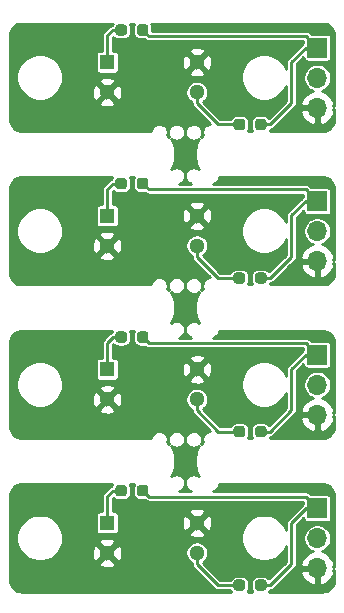
<source format=gbr>
%TF.GenerationSoftware,KiCad,Pcbnew,(5.1.10)-1*%
%TF.CreationDate,2021-10-11T19:14:40+02:00*%
%TF.ProjectId,output.KSI_rotator_endstop,6f757470-7574-42e4-9b53-495f726f7461,rev?*%
%TF.SameCoordinates,Original*%
%TF.FileFunction,Copper,L1,Top*%
%TF.FilePolarity,Positive*%
%FSLAX46Y46*%
G04 Gerber Fmt 4.6, Leading zero omitted, Abs format (unit mm)*
G04 Created by KiCad (PCBNEW (5.1.10)-1) date 2021-10-11 19:14:40*
%MOMM*%
%LPD*%
G01*
G04 APERTURE LIST*
%TA.AperFunction,ComponentPad*%
%ADD10C,1.300000*%
%TD*%
%TA.AperFunction,ComponentPad*%
%ADD11R,1.300000X1.300000*%
%TD*%
%TA.AperFunction,ComponentPad*%
%ADD12O,1.700000X1.700000*%
%TD*%
%TA.AperFunction,ComponentPad*%
%ADD13R,1.700000X1.700000*%
%TD*%
%TA.AperFunction,ViaPad*%
%ADD14C,0.800000*%
%TD*%
%TA.AperFunction,Conductor*%
%ADD15C,0.250000*%
%TD*%
%TA.AperFunction,Conductor*%
%ADD16C,0.254000*%
%TD*%
%TA.AperFunction,Conductor*%
%ADD17C,0.100000*%
%TD*%
G04 APERTURE END LIST*
D10*
%TO.P,U4,4*%
%TO.N,OUT3*%
X142000000Y-128770000D03*
%TO.P,U4,2*%
%TO.N,GND*%
X142000000Y-126230000D03*
%TO.P,U4,3*%
X134400000Y-128770000D03*
D11*
%TO.P,U4,1*%
%TO.N,Net-(R6-Pad1)*%
X134400000Y-126230000D03*
%TD*%
D10*
%TO.P,U3,4*%
%TO.N,OUT4*%
X142000000Y-115770000D03*
%TO.P,U3,2*%
%TO.N,GND*%
X142000000Y-113230000D03*
%TO.P,U3,3*%
X134400000Y-115770000D03*
D11*
%TO.P,U3,1*%
%TO.N,Net-(R5-Pad1)*%
X134400000Y-113230000D03*
%TD*%
D10*
%TO.P,U2,4*%
%TO.N,OUT2*%
X142000000Y-102770000D03*
%TO.P,U2,2*%
%TO.N,GND*%
X142000000Y-100230000D03*
%TO.P,U2,3*%
X134400000Y-102770000D03*
D11*
%TO.P,U2,1*%
%TO.N,Net-(R3-Pad1)*%
X134400000Y-100230000D03*
%TD*%
D10*
%TO.P,U1,4*%
%TO.N,OUT1*%
X142000000Y-89770000D03*
%TO.P,U1,2*%
%TO.N,GND*%
X142000000Y-87230000D03*
%TO.P,U1,3*%
X134400000Y-89770000D03*
D11*
%TO.P,U1,1*%
%TO.N,Net-(R1-Pad1)*%
X134400000Y-87230000D03*
%TD*%
%TO.P,R8,2*%
%TO.N,VCC*%
%TA.AperFunction,SMDPad,CuDef*%
G36*
G01*
X146925000Y-131737500D02*
X146925000Y-131262500D01*
G75*
G02*
X147162500Y-131025000I237500J0D01*
G01*
X147662500Y-131025000D01*
G75*
G02*
X147900000Y-131262500I0J-237500D01*
G01*
X147900000Y-131737500D01*
G75*
G02*
X147662500Y-131975000I-237500J0D01*
G01*
X147162500Y-131975000D01*
G75*
G02*
X146925000Y-131737500I0J237500D01*
G01*
G37*
%TD.AperFunction*%
%TO.P,R8,1*%
%TO.N,OUT3*%
%TA.AperFunction,SMDPad,CuDef*%
G36*
G01*
X145100000Y-131737500D02*
X145100000Y-131262500D01*
G75*
G02*
X145337500Y-131025000I237500J0D01*
G01*
X145837500Y-131025000D01*
G75*
G02*
X146075000Y-131262500I0J-237500D01*
G01*
X146075000Y-131737500D01*
G75*
G02*
X145837500Y-131975000I-237500J0D01*
G01*
X145337500Y-131975000D01*
G75*
G02*
X145100000Y-131737500I0J237500D01*
G01*
G37*
%TD.AperFunction*%
%TD*%
%TO.P,R7,2*%
%TO.N,VCCQ*%
%TA.AperFunction,SMDPad,CuDef*%
G36*
G01*
X146925000Y-118737500D02*
X146925000Y-118262500D01*
G75*
G02*
X147162500Y-118025000I237500J0D01*
G01*
X147662500Y-118025000D01*
G75*
G02*
X147900000Y-118262500I0J-237500D01*
G01*
X147900000Y-118737500D01*
G75*
G02*
X147662500Y-118975000I-237500J0D01*
G01*
X147162500Y-118975000D01*
G75*
G02*
X146925000Y-118737500I0J237500D01*
G01*
G37*
%TD.AperFunction*%
%TO.P,R7,1*%
%TO.N,OUT4*%
%TA.AperFunction,SMDPad,CuDef*%
G36*
G01*
X145100000Y-118737500D02*
X145100000Y-118262500D01*
G75*
G02*
X145337500Y-118025000I237500J0D01*
G01*
X145837500Y-118025000D01*
G75*
G02*
X146075000Y-118262500I0J-237500D01*
G01*
X146075000Y-118737500D01*
G75*
G02*
X145837500Y-118975000I-237500J0D01*
G01*
X145337500Y-118975000D01*
G75*
G02*
X145100000Y-118737500I0J237500D01*
G01*
G37*
%TD.AperFunction*%
%TD*%
%TO.P,R6,2*%
%TO.N,VCC*%
%TA.AperFunction,SMDPad,CuDef*%
G36*
G01*
X136925000Y-123737500D02*
X136925000Y-123262500D01*
G75*
G02*
X137162500Y-123025000I237500J0D01*
G01*
X137662500Y-123025000D01*
G75*
G02*
X137900000Y-123262500I0J-237500D01*
G01*
X137900000Y-123737500D01*
G75*
G02*
X137662500Y-123975000I-237500J0D01*
G01*
X137162500Y-123975000D01*
G75*
G02*
X136925000Y-123737500I0J237500D01*
G01*
G37*
%TD.AperFunction*%
%TO.P,R6,1*%
%TO.N,Net-(R6-Pad1)*%
%TA.AperFunction,SMDPad,CuDef*%
G36*
G01*
X135100000Y-123737500D02*
X135100000Y-123262500D01*
G75*
G02*
X135337500Y-123025000I237500J0D01*
G01*
X135837500Y-123025000D01*
G75*
G02*
X136075000Y-123262500I0J-237500D01*
G01*
X136075000Y-123737500D01*
G75*
G02*
X135837500Y-123975000I-237500J0D01*
G01*
X135337500Y-123975000D01*
G75*
G02*
X135100000Y-123737500I0J237500D01*
G01*
G37*
%TD.AperFunction*%
%TD*%
%TO.P,R5,2*%
%TO.N,VCCQ*%
%TA.AperFunction,SMDPad,CuDef*%
G36*
G01*
X136925000Y-110737500D02*
X136925000Y-110262500D01*
G75*
G02*
X137162500Y-110025000I237500J0D01*
G01*
X137662500Y-110025000D01*
G75*
G02*
X137900000Y-110262500I0J-237500D01*
G01*
X137900000Y-110737500D01*
G75*
G02*
X137662500Y-110975000I-237500J0D01*
G01*
X137162500Y-110975000D01*
G75*
G02*
X136925000Y-110737500I0J237500D01*
G01*
G37*
%TD.AperFunction*%
%TO.P,R5,1*%
%TO.N,Net-(R5-Pad1)*%
%TA.AperFunction,SMDPad,CuDef*%
G36*
G01*
X135100000Y-110737500D02*
X135100000Y-110262500D01*
G75*
G02*
X135337500Y-110025000I237500J0D01*
G01*
X135837500Y-110025000D01*
G75*
G02*
X136075000Y-110262500I0J-237500D01*
G01*
X136075000Y-110737500D01*
G75*
G02*
X135837500Y-110975000I-237500J0D01*
G01*
X135337500Y-110975000D01*
G75*
G02*
X135100000Y-110737500I0J237500D01*
G01*
G37*
%TD.AperFunction*%
%TD*%
%TO.P,R4,2*%
%TO.N,+3V3*%
%TA.AperFunction,SMDPad,CuDef*%
G36*
G01*
X146925000Y-105737500D02*
X146925000Y-105262500D01*
G75*
G02*
X147162500Y-105025000I237500J0D01*
G01*
X147662500Y-105025000D01*
G75*
G02*
X147900000Y-105262500I0J-237500D01*
G01*
X147900000Y-105737500D01*
G75*
G02*
X147662500Y-105975000I-237500J0D01*
G01*
X147162500Y-105975000D01*
G75*
G02*
X146925000Y-105737500I0J237500D01*
G01*
G37*
%TD.AperFunction*%
%TO.P,R4,1*%
%TO.N,OUT2*%
%TA.AperFunction,SMDPad,CuDef*%
G36*
G01*
X145100000Y-105737500D02*
X145100000Y-105262500D01*
G75*
G02*
X145337500Y-105025000I237500J0D01*
G01*
X145837500Y-105025000D01*
G75*
G02*
X146075000Y-105262500I0J-237500D01*
G01*
X146075000Y-105737500D01*
G75*
G02*
X145837500Y-105975000I-237500J0D01*
G01*
X145337500Y-105975000D01*
G75*
G02*
X145100000Y-105737500I0J237500D01*
G01*
G37*
%TD.AperFunction*%
%TD*%
%TO.P,R3,2*%
%TO.N,+3V3*%
%TA.AperFunction,SMDPad,CuDef*%
G36*
G01*
X136925000Y-97737500D02*
X136925000Y-97262500D01*
G75*
G02*
X137162500Y-97025000I237500J0D01*
G01*
X137662500Y-97025000D01*
G75*
G02*
X137900000Y-97262500I0J-237500D01*
G01*
X137900000Y-97737500D01*
G75*
G02*
X137662500Y-97975000I-237500J0D01*
G01*
X137162500Y-97975000D01*
G75*
G02*
X136925000Y-97737500I0J237500D01*
G01*
G37*
%TD.AperFunction*%
%TO.P,R3,1*%
%TO.N,Net-(R3-Pad1)*%
%TA.AperFunction,SMDPad,CuDef*%
G36*
G01*
X135100000Y-97737500D02*
X135100000Y-97262500D01*
G75*
G02*
X135337500Y-97025000I237500J0D01*
G01*
X135837500Y-97025000D01*
G75*
G02*
X136075000Y-97262500I0J-237500D01*
G01*
X136075000Y-97737500D01*
G75*
G02*
X135837500Y-97975000I-237500J0D01*
G01*
X135337500Y-97975000D01*
G75*
G02*
X135100000Y-97737500I0J237500D01*
G01*
G37*
%TD.AperFunction*%
%TD*%
D12*
%TO.P,J4,3*%
%TO.N,GND*%
X152200000Y-130080000D03*
%TO.P,J4,2*%
%TO.N,OUT3*%
X152200000Y-127540000D03*
D13*
%TO.P,J4,1*%
%TO.N,VCC*%
X152200000Y-125000000D03*
%TD*%
D12*
%TO.P,J3,3*%
%TO.N,GND*%
X152200000Y-117080000D03*
%TO.P,J3,2*%
%TO.N,OUT4*%
X152200000Y-114540000D03*
D13*
%TO.P,J3,1*%
%TO.N,VCCQ*%
X152200000Y-112000000D03*
%TD*%
D12*
%TO.P,J2,3*%
%TO.N,GND*%
X152200000Y-104080000D03*
%TO.P,J2,2*%
%TO.N,OUT2*%
X152200000Y-101540000D03*
D13*
%TO.P,J2,1*%
%TO.N,+3V3*%
X152200000Y-99000000D03*
%TD*%
D12*
%TO.P,J1,3*%
%TO.N,GND*%
X152200000Y-91080000D03*
%TO.P,J1,2*%
%TO.N,OUT1*%
X152200000Y-88540000D03*
D13*
%TO.P,J1,1*%
%TO.N,+5V*%
X152200000Y-86000000D03*
%TD*%
%TO.P,R1,2*%
%TO.N,+5V*%
%TA.AperFunction,SMDPad,CuDef*%
G36*
G01*
X136925000Y-84737500D02*
X136925000Y-84262500D01*
G75*
G02*
X137162500Y-84025000I237500J0D01*
G01*
X137662500Y-84025000D01*
G75*
G02*
X137900000Y-84262500I0J-237500D01*
G01*
X137900000Y-84737500D01*
G75*
G02*
X137662500Y-84975000I-237500J0D01*
G01*
X137162500Y-84975000D01*
G75*
G02*
X136925000Y-84737500I0J237500D01*
G01*
G37*
%TD.AperFunction*%
%TO.P,R1,1*%
%TO.N,Net-(R1-Pad1)*%
%TA.AperFunction,SMDPad,CuDef*%
G36*
G01*
X135100000Y-84737500D02*
X135100000Y-84262500D01*
G75*
G02*
X135337500Y-84025000I237500J0D01*
G01*
X135837500Y-84025000D01*
G75*
G02*
X136075000Y-84262500I0J-237500D01*
G01*
X136075000Y-84737500D01*
G75*
G02*
X135837500Y-84975000I-237500J0D01*
G01*
X135337500Y-84975000D01*
G75*
G02*
X135100000Y-84737500I0J237500D01*
G01*
G37*
%TD.AperFunction*%
%TD*%
%TO.P,R2,2*%
%TO.N,+5V*%
%TA.AperFunction,SMDPad,CuDef*%
G36*
G01*
X146925000Y-92737500D02*
X146925000Y-92262500D01*
G75*
G02*
X147162500Y-92025000I237500J0D01*
G01*
X147662500Y-92025000D01*
G75*
G02*
X147900000Y-92262500I0J-237500D01*
G01*
X147900000Y-92737500D01*
G75*
G02*
X147662500Y-92975000I-237500J0D01*
G01*
X147162500Y-92975000D01*
G75*
G02*
X146925000Y-92737500I0J237500D01*
G01*
G37*
%TD.AperFunction*%
%TO.P,R2,1*%
%TO.N,OUT1*%
%TA.AperFunction,SMDPad,CuDef*%
G36*
G01*
X145100000Y-92737500D02*
X145100000Y-92262500D01*
G75*
G02*
X145337500Y-92025000I237500J0D01*
G01*
X145837500Y-92025000D01*
G75*
G02*
X146075000Y-92262500I0J-237500D01*
G01*
X146075000Y-92737500D01*
G75*
G02*
X145837500Y-92975000I-237500J0D01*
G01*
X145337500Y-92975000D01*
G75*
G02*
X145100000Y-92737500I0J237500D01*
G01*
G37*
%TD.AperFunction*%
%TD*%
D14*
%TO.N,GND*%
X149900000Y-118400000D03*
X127100000Y-110800000D03*
X127100000Y-118100000D03*
X149700000Y-112000000D03*
X127100000Y-131100000D03*
X149700000Y-125000000D03*
X149900000Y-131400000D03*
X127100000Y-123800000D03*
X149900000Y-105400000D03*
X127100000Y-97800000D03*
X127100000Y-105100000D03*
X149700000Y-99000000D03*
X149700000Y-86000000D03*
X127100000Y-92100000D03*
X127100000Y-84800000D03*
X149900000Y-92400000D03*
%TD*%
D15*
%TO.N,+5V*%
X150000000Y-90700000D02*
X150000000Y-87200000D01*
X148200000Y-92500000D02*
X150000000Y-90700000D01*
X147412500Y-92500000D02*
X148200000Y-92500000D01*
X151200000Y-86000000D02*
X152200000Y-86000000D01*
X150000000Y-87200000D02*
X151200000Y-86000000D01*
X151200000Y-85000000D02*
X152200000Y-86000000D01*
X137712500Y-84800000D02*
X137912500Y-85000000D01*
X137912500Y-85000000D02*
X151200000Y-85000000D01*
X137712500Y-84500000D02*
X137712500Y-84800000D01*
%TO.N,Net-(R1-Pad1)*%
X134425000Y-84962500D02*
X134425000Y-87305000D01*
X134887500Y-84500000D02*
X134425000Y-84962500D01*
X135887500Y-84500000D02*
X134887500Y-84500000D01*
%TO.N,Net-(R3-Pad1)*%
X134425000Y-97962500D02*
X134425000Y-100305000D01*
X134887500Y-97500000D02*
X134425000Y-97962500D01*
X135587500Y-97500000D02*
X134887500Y-97500000D01*
%TO.N,Net-(R5-Pad1)*%
X134425000Y-110962500D02*
X134425000Y-113305000D01*
X134887500Y-110500000D02*
X134425000Y-110962500D01*
X135887500Y-110500000D02*
X134887500Y-110500000D01*
%TO.N,Net-(R6-Pad1)*%
X134425000Y-123962500D02*
X134425000Y-126305000D01*
X134887500Y-123500000D02*
X134425000Y-123962500D01*
X135587500Y-123500000D02*
X134887500Y-123500000D01*
%TO.N,OUT1*%
X142000000Y-90700000D02*
X142000000Y-89770000D01*
X143800000Y-92500000D02*
X142000000Y-90700000D01*
X145487500Y-92500000D02*
X143800000Y-92500000D01*
%TO.N,OUT2*%
X142000000Y-103700000D02*
X142000000Y-102770000D01*
X143800000Y-105500000D02*
X142000000Y-103700000D01*
X145487500Y-105500000D02*
X143800000Y-105500000D01*
%TO.N,OUT4*%
X142000000Y-116700000D02*
X142000000Y-115770000D01*
X143800000Y-118500000D02*
X142000000Y-116700000D01*
X145487500Y-118500000D02*
X143800000Y-118500000D01*
%TO.N,OUT3*%
X142000000Y-129700000D02*
X142000000Y-128770000D01*
X143800000Y-131500000D02*
X142000000Y-129700000D01*
X145487500Y-131500000D02*
X143800000Y-131500000D01*
%TO.N,+3V3*%
X150000000Y-100200000D02*
X151200000Y-99000000D01*
X151200000Y-99000000D02*
X152200000Y-99000000D01*
X147412500Y-105500000D02*
X148200000Y-105500000D01*
X148200000Y-105500000D02*
X150000000Y-103700000D01*
X150000000Y-103700000D02*
X150000000Y-100200000D01*
X151200000Y-98000000D02*
X152200000Y-99000000D01*
X137912500Y-98000000D02*
X151200000Y-98000000D01*
X137412500Y-97500000D02*
X137912500Y-98000000D01*
%TO.N,VCCQ*%
X150000000Y-113200000D02*
X151200000Y-112000000D01*
X151200000Y-112000000D02*
X152200000Y-112000000D01*
X147412500Y-118500000D02*
X148200000Y-118500000D01*
X148200000Y-118500000D02*
X150000000Y-116700000D01*
X150000000Y-116700000D02*
X150000000Y-113200000D01*
X151200000Y-111000000D02*
X152200000Y-112000000D01*
X137912500Y-111000000D02*
X151200000Y-111000000D01*
X137412500Y-110500000D02*
X137912500Y-111000000D01*
%TO.N,VCC*%
X150000000Y-129700000D02*
X150000000Y-126200000D01*
X150000000Y-126200000D02*
X151200000Y-125000000D01*
X147412500Y-131500000D02*
X148200000Y-131500000D01*
X148200000Y-131500000D02*
X150000000Y-129700000D01*
X151200000Y-125000000D02*
X152200000Y-125000000D01*
X151200000Y-124000000D02*
X152200000Y-125000000D01*
X137912500Y-124000000D02*
X151200000Y-124000000D01*
X137712500Y-123800000D02*
X137912500Y-124000000D01*
X137712500Y-123500000D02*
X137712500Y-123800000D01*
%TD*%
D16*
%TO.N,GND*%
X127126095Y-122971545D02*
X127181481Y-122977000D01*
X134851320Y-122977000D01*
X134814508Y-123045870D01*
X134812278Y-123053222D01*
X134798892Y-123054540D01*
X134713690Y-123080386D01*
X134635167Y-123122357D01*
X134566341Y-123178841D01*
X134552181Y-123196095D01*
X134121100Y-123627177D01*
X134103841Y-123641341D01*
X134047357Y-123710168D01*
X134019427Y-123762422D01*
X134005386Y-123788691D01*
X133979540Y-123873893D01*
X133970813Y-123962500D01*
X133973000Y-123984705D01*
X133973001Y-125251418D01*
X133750000Y-125251418D01*
X133685897Y-125257732D01*
X133624257Y-125276430D01*
X133567450Y-125306794D01*
X133517657Y-125347657D01*
X133476794Y-125397450D01*
X133446430Y-125454257D01*
X133427732Y-125515897D01*
X133421418Y-125580000D01*
X133421418Y-126880000D01*
X133427732Y-126944103D01*
X133446430Y-127005743D01*
X133476794Y-127062550D01*
X133517657Y-127112343D01*
X133567450Y-127153206D01*
X133624257Y-127183570D01*
X133685897Y-127202268D01*
X133750000Y-127208582D01*
X135050000Y-127208582D01*
X135114103Y-127202268D01*
X135175743Y-127183570D01*
X135232550Y-127153206D01*
X135278463Y-127115527D01*
X141294078Y-127115527D01*
X141347466Y-127344201D01*
X141577374Y-127450095D01*
X141823524Y-127509102D01*
X142076455Y-127518952D01*
X142326449Y-127479270D01*
X142563896Y-127391578D01*
X142652534Y-127344201D01*
X142705922Y-127115527D01*
X142000000Y-126409605D01*
X141294078Y-127115527D01*
X135278463Y-127115527D01*
X135282343Y-127112343D01*
X135323206Y-127062550D01*
X135353570Y-127005743D01*
X135372268Y-126944103D01*
X135378582Y-126880000D01*
X135378582Y-126306455D01*
X140711048Y-126306455D01*
X140750730Y-126556449D01*
X140838422Y-126793896D01*
X140885799Y-126882534D01*
X141114473Y-126935922D01*
X141820395Y-126230000D01*
X142179605Y-126230000D01*
X142885527Y-126935922D01*
X143114201Y-126882534D01*
X143220095Y-126652626D01*
X143279102Y-126406476D01*
X143288952Y-126153545D01*
X143249270Y-125903551D01*
X143161578Y-125666104D01*
X143114201Y-125577466D01*
X142885527Y-125524078D01*
X142179605Y-126230000D01*
X141820395Y-126230000D01*
X141114473Y-125524078D01*
X140885799Y-125577466D01*
X140779905Y-125807374D01*
X140720898Y-126053524D01*
X140711048Y-126306455D01*
X135378582Y-126306455D01*
X135378582Y-125580000D01*
X135372268Y-125515897D01*
X135353570Y-125454257D01*
X135323206Y-125397450D01*
X135282343Y-125347657D01*
X135278464Y-125344473D01*
X141294078Y-125344473D01*
X142000000Y-126050395D01*
X142705922Y-125344473D01*
X142652534Y-125115799D01*
X142422626Y-125009905D01*
X142176476Y-124950898D01*
X141923545Y-124941048D01*
X141673551Y-124980730D01*
X141436104Y-125068422D01*
X141347466Y-125115799D01*
X141294078Y-125344473D01*
X135278464Y-125344473D01*
X135232550Y-125306794D01*
X135175743Y-125276430D01*
X135114103Y-125257732D01*
X135050000Y-125251418D01*
X134877000Y-125251418D01*
X134877000Y-124149723D01*
X134915459Y-124111264D01*
X134937220Y-124137780D01*
X135023002Y-124208180D01*
X135120870Y-124260492D01*
X135227063Y-124292705D01*
X135337500Y-124303582D01*
X135837500Y-124303582D01*
X135947937Y-124292705D01*
X136054130Y-124260492D01*
X136151998Y-124208180D01*
X136237780Y-124137780D01*
X136308180Y-124051998D01*
X136360492Y-123954130D01*
X136392705Y-123847937D01*
X136403582Y-123737500D01*
X136403582Y-123262500D01*
X136392705Y-123152063D01*
X136360492Y-123045870D01*
X136323680Y-122977000D01*
X136676320Y-122977000D01*
X136639508Y-123045870D01*
X136607295Y-123152063D01*
X136596418Y-123262500D01*
X136596418Y-123737500D01*
X136607295Y-123847937D01*
X136639508Y-123954130D01*
X136691820Y-124051998D01*
X136762220Y-124137780D01*
X136848002Y-124208180D01*
X136945870Y-124260492D01*
X137052063Y-124292705D01*
X137162500Y-124303582D01*
X137576859Y-124303582D01*
X137577177Y-124303900D01*
X137591341Y-124321159D01*
X137660167Y-124377643D01*
X137716887Y-124407960D01*
X137738690Y-124419614D01*
X137823892Y-124445460D01*
X137912500Y-124454187D01*
X137934705Y-124452000D01*
X151012777Y-124452000D01*
X151021418Y-124460641D01*
X151021418Y-124582937D01*
X150947667Y-124622357D01*
X150878841Y-124678841D01*
X150864686Y-124696089D01*
X149696096Y-125864681D01*
X149678842Y-125878841D01*
X149622358Y-125947667D01*
X149580386Y-126026191D01*
X149554540Y-126111393D01*
X149545813Y-126200000D01*
X149548001Y-126222215D01*
X149548001Y-126795318D01*
X149451995Y-126563539D01*
X149235636Y-126239736D01*
X148960264Y-125964364D01*
X148636461Y-125748005D01*
X148276670Y-125598975D01*
X147894718Y-125523000D01*
X147505282Y-125523000D01*
X147123330Y-125598975D01*
X146763539Y-125748005D01*
X146439736Y-125964364D01*
X146164364Y-126239736D01*
X145948005Y-126563539D01*
X145798975Y-126923330D01*
X145723000Y-127305282D01*
X145723000Y-127694718D01*
X145798975Y-128076670D01*
X145948005Y-128436461D01*
X146164364Y-128760264D01*
X146439736Y-129035636D01*
X146763539Y-129251995D01*
X147123330Y-129401025D01*
X147505282Y-129477000D01*
X147894718Y-129477000D01*
X148276670Y-129401025D01*
X148636461Y-129251995D01*
X148960264Y-129035636D01*
X149235636Y-128760264D01*
X149451995Y-128436461D01*
X149548000Y-128204683D01*
X149548000Y-129512775D01*
X148123982Y-130936795D01*
X148062780Y-130862220D01*
X147976998Y-130791820D01*
X147879130Y-130739508D01*
X147772937Y-130707295D01*
X147662500Y-130696418D01*
X147162500Y-130696418D01*
X147052063Y-130707295D01*
X146945870Y-130739508D01*
X146848002Y-130791820D01*
X146762220Y-130862220D01*
X146691820Y-130948002D01*
X146639508Y-131045870D01*
X146607295Y-131152063D01*
X146596418Y-131262500D01*
X146596418Y-131737500D01*
X146607295Y-131847937D01*
X146639508Y-131954130D01*
X146689683Y-132048000D01*
X146310317Y-132048000D01*
X146360492Y-131954130D01*
X146392705Y-131847937D01*
X146403582Y-131737500D01*
X146403582Y-131262500D01*
X146392705Y-131152063D01*
X146360492Y-131045870D01*
X146308180Y-130948002D01*
X146237780Y-130862220D01*
X146151998Y-130791820D01*
X146054130Y-130739508D01*
X145947937Y-130707295D01*
X145837500Y-130696418D01*
X145337500Y-130696418D01*
X145227063Y-130707295D01*
X145120870Y-130739508D01*
X145023002Y-130791820D01*
X144937220Y-130862220D01*
X144866820Y-130948002D01*
X144814508Y-131045870D01*
X144813862Y-131048000D01*
X143987225Y-131048000D01*
X142530070Y-129590846D01*
X142622801Y-129528885D01*
X142758885Y-129392801D01*
X142865806Y-129232783D01*
X142939454Y-129054980D01*
X142977000Y-128866226D01*
X142977000Y-128673774D01*
X142939454Y-128485020D01*
X142865806Y-128307217D01*
X142758885Y-128147199D01*
X142622801Y-128011115D01*
X142462783Y-127904194D01*
X142284980Y-127830546D01*
X142096226Y-127793000D01*
X141903774Y-127793000D01*
X141715020Y-127830546D01*
X141537217Y-127904194D01*
X141377199Y-128011115D01*
X141241115Y-128147199D01*
X141134194Y-128307217D01*
X141060546Y-128485020D01*
X141023000Y-128673774D01*
X141023000Y-128866226D01*
X141060546Y-129054980D01*
X141134194Y-129232783D01*
X141241115Y-129392801D01*
X141377199Y-129528885D01*
X141537217Y-129635806D01*
X141548000Y-129640272D01*
X141548000Y-129677794D01*
X141545813Y-129700000D01*
X141554540Y-129788607D01*
X141580386Y-129873809D01*
X141622357Y-129952332D01*
X141678841Y-130021159D01*
X141696100Y-130035323D01*
X143464686Y-131803910D01*
X143478841Y-131821159D01*
X143547667Y-131877643D01*
X143626190Y-131919614D01*
X143687391Y-131938179D01*
X143711392Y-131945460D01*
X143799999Y-131954187D01*
X143822204Y-131952000D01*
X144813862Y-131952000D01*
X144814508Y-131954130D01*
X144864683Y-132048000D01*
X127217215Y-132048000D01*
X126996770Y-132026385D01*
X126801283Y-131967364D01*
X126620978Y-131871495D01*
X126462734Y-131742434D01*
X126332570Y-131585094D01*
X126235444Y-131405462D01*
X126175060Y-131210392D01*
X126152000Y-130990999D01*
X126152000Y-129655527D01*
X133694078Y-129655527D01*
X133747466Y-129884201D01*
X133977374Y-129990095D01*
X134223524Y-130049102D01*
X134476455Y-130058952D01*
X134726449Y-130019270D01*
X134963896Y-129931578D01*
X135052534Y-129884201D01*
X135105922Y-129655527D01*
X134400000Y-128949605D01*
X133694078Y-129655527D01*
X126152000Y-129655527D01*
X126152000Y-127305282D01*
X126723000Y-127305282D01*
X126723000Y-127694718D01*
X126798975Y-128076670D01*
X126948005Y-128436461D01*
X127164364Y-128760264D01*
X127439736Y-129035636D01*
X127763539Y-129251995D01*
X128123330Y-129401025D01*
X128505282Y-129477000D01*
X128894718Y-129477000D01*
X129276670Y-129401025D01*
X129636461Y-129251995D01*
X129960264Y-129035636D01*
X130149445Y-128846455D01*
X133111048Y-128846455D01*
X133150730Y-129096449D01*
X133238422Y-129333896D01*
X133285799Y-129422534D01*
X133514473Y-129475922D01*
X134220395Y-128770000D01*
X134579605Y-128770000D01*
X135285527Y-129475922D01*
X135514201Y-129422534D01*
X135620095Y-129192626D01*
X135679102Y-128946476D01*
X135688952Y-128693545D01*
X135649270Y-128443551D01*
X135561578Y-128206104D01*
X135514201Y-128117466D01*
X135285527Y-128064078D01*
X134579605Y-128770000D01*
X134220395Y-128770000D01*
X133514473Y-128064078D01*
X133285799Y-128117466D01*
X133179905Y-128347374D01*
X133120898Y-128593524D01*
X133111048Y-128846455D01*
X130149445Y-128846455D01*
X130235636Y-128760264D01*
X130451995Y-128436461D01*
X130601025Y-128076670D01*
X130639255Y-127884473D01*
X133694078Y-127884473D01*
X134400000Y-128590395D01*
X135105922Y-127884473D01*
X135052534Y-127655799D01*
X134822626Y-127549905D01*
X134576476Y-127490898D01*
X134323545Y-127481048D01*
X134073551Y-127520730D01*
X133836104Y-127608422D01*
X133747466Y-127655799D01*
X133694078Y-127884473D01*
X130639255Y-127884473D01*
X130677000Y-127694718D01*
X130677000Y-127305282D01*
X130601025Y-126923330D01*
X130451995Y-126563539D01*
X130235636Y-126239736D01*
X129960264Y-125964364D01*
X129636461Y-125748005D01*
X129276670Y-125598975D01*
X128894718Y-125523000D01*
X128505282Y-125523000D01*
X128123330Y-125598975D01*
X127763539Y-125748005D01*
X127439736Y-125964364D01*
X127164364Y-126239736D01*
X126948005Y-126563539D01*
X126798975Y-126923330D01*
X126723000Y-127305282D01*
X126152000Y-127305282D01*
X126152000Y-124017215D01*
X126173615Y-123796768D01*
X126232637Y-123601281D01*
X126328507Y-123420976D01*
X126457570Y-123262730D01*
X126614909Y-123132568D01*
X126794535Y-123035445D01*
X126989608Y-122975060D01*
X127099577Y-122963501D01*
X127126095Y-122971545D01*
%TA.AperFunction,Conductor*%
D17*
G36*
X127126095Y-122971545D02*
G01*
X127181481Y-122977000D01*
X134851320Y-122977000D01*
X134814508Y-123045870D01*
X134812278Y-123053222D01*
X134798892Y-123054540D01*
X134713690Y-123080386D01*
X134635167Y-123122357D01*
X134566341Y-123178841D01*
X134552181Y-123196095D01*
X134121100Y-123627177D01*
X134103841Y-123641341D01*
X134047357Y-123710168D01*
X134019427Y-123762422D01*
X134005386Y-123788691D01*
X133979540Y-123873893D01*
X133970813Y-123962500D01*
X133973000Y-123984705D01*
X133973001Y-125251418D01*
X133750000Y-125251418D01*
X133685897Y-125257732D01*
X133624257Y-125276430D01*
X133567450Y-125306794D01*
X133517657Y-125347657D01*
X133476794Y-125397450D01*
X133446430Y-125454257D01*
X133427732Y-125515897D01*
X133421418Y-125580000D01*
X133421418Y-126880000D01*
X133427732Y-126944103D01*
X133446430Y-127005743D01*
X133476794Y-127062550D01*
X133517657Y-127112343D01*
X133567450Y-127153206D01*
X133624257Y-127183570D01*
X133685897Y-127202268D01*
X133750000Y-127208582D01*
X135050000Y-127208582D01*
X135114103Y-127202268D01*
X135175743Y-127183570D01*
X135232550Y-127153206D01*
X135278463Y-127115527D01*
X141294078Y-127115527D01*
X141347466Y-127344201D01*
X141577374Y-127450095D01*
X141823524Y-127509102D01*
X142076455Y-127518952D01*
X142326449Y-127479270D01*
X142563896Y-127391578D01*
X142652534Y-127344201D01*
X142705922Y-127115527D01*
X142000000Y-126409605D01*
X141294078Y-127115527D01*
X135278463Y-127115527D01*
X135282343Y-127112343D01*
X135323206Y-127062550D01*
X135353570Y-127005743D01*
X135372268Y-126944103D01*
X135378582Y-126880000D01*
X135378582Y-126306455D01*
X140711048Y-126306455D01*
X140750730Y-126556449D01*
X140838422Y-126793896D01*
X140885799Y-126882534D01*
X141114473Y-126935922D01*
X141820395Y-126230000D01*
X142179605Y-126230000D01*
X142885527Y-126935922D01*
X143114201Y-126882534D01*
X143220095Y-126652626D01*
X143279102Y-126406476D01*
X143288952Y-126153545D01*
X143249270Y-125903551D01*
X143161578Y-125666104D01*
X143114201Y-125577466D01*
X142885527Y-125524078D01*
X142179605Y-126230000D01*
X141820395Y-126230000D01*
X141114473Y-125524078D01*
X140885799Y-125577466D01*
X140779905Y-125807374D01*
X140720898Y-126053524D01*
X140711048Y-126306455D01*
X135378582Y-126306455D01*
X135378582Y-125580000D01*
X135372268Y-125515897D01*
X135353570Y-125454257D01*
X135323206Y-125397450D01*
X135282343Y-125347657D01*
X135278464Y-125344473D01*
X141294078Y-125344473D01*
X142000000Y-126050395D01*
X142705922Y-125344473D01*
X142652534Y-125115799D01*
X142422626Y-125009905D01*
X142176476Y-124950898D01*
X141923545Y-124941048D01*
X141673551Y-124980730D01*
X141436104Y-125068422D01*
X141347466Y-125115799D01*
X141294078Y-125344473D01*
X135278464Y-125344473D01*
X135232550Y-125306794D01*
X135175743Y-125276430D01*
X135114103Y-125257732D01*
X135050000Y-125251418D01*
X134877000Y-125251418D01*
X134877000Y-124149723D01*
X134915459Y-124111264D01*
X134937220Y-124137780D01*
X135023002Y-124208180D01*
X135120870Y-124260492D01*
X135227063Y-124292705D01*
X135337500Y-124303582D01*
X135837500Y-124303582D01*
X135947937Y-124292705D01*
X136054130Y-124260492D01*
X136151998Y-124208180D01*
X136237780Y-124137780D01*
X136308180Y-124051998D01*
X136360492Y-123954130D01*
X136392705Y-123847937D01*
X136403582Y-123737500D01*
X136403582Y-123262500D01*
X136392705Y-123152063D01*
X136360492Y-123045870D01*
X136323680Y-122977000D01*
X136676320Y-122977000D01*
X136639508Y-123045870D01*
X136607295Y-123152063D01*
X136596418Y-123262500D01*
X136596418Y-123737500D01*
X136607295Y-123847937D01*
X136639508Y-123954130D01*
X136691820Y-124051998D01*
X136762220Y-124137780D01*
X136848002Y-124208180D01*
X136945870Y-124260492D01*
X137052063Y-124292705D01*
X137162500Y-124303582D01*
X137576859Y-124303582D01*
X137577177Y-124303900D01*
X137591341Y-124321159D01*
X137660167Y-124377643D01*
X137716887Y-124407960D01*
X137738690Y-124419614D01*
X137823892Y-124445460D01*
X137912500Y-124454187D01*
X137934705Y-124452000D01*
X151012777Y-124452000D01*
X151021418Y-124460641D01*
X151021418Y-124582937D01*
X150947667Y-124622357D01*
X150878841Y-124678841D01*
X150864686Y-124696089D01*
X149696096Y-125864681D01*
X149678842Y-125878841D01*
X149622358Y-125947667D01*
X149580386Y-126026191D01*
X149554540Y-126111393D01*
X149545813Y-126200000D01*
X149548001Y-126222215D01*
X149548001Y-126795318D01*
X149451995Y-126563539D01*
X149235636Y-126239736D01*
X148960264Y-125964364D01*
X148636461Y-125748005D01*
X148276670Y-125598975D01*
X147894718Y-125523000D01*
X147505282Y-125523000D01*
X147123330Y-125598975D01*
X146763539Y-125748005D01*
X146439736Y-125964364D01*
X146164364Y-126239736D01*
X145948005Y-126563539D01*
X145798975Y-126923330D01*
X145723000Y-127305282D01*
X145723000Y-127694718D01*
X145798975Y-128076670D01*
X145948005Y-128436461D01*
X146164364Y-128760264D01*
X146439736Y-129035636D01*
X146763539Y-129251995D01*
X147123330Y-129401025D01*
X147505282Y-129477000D01*
X147894718Y-129477000D01*
X148276670Y-129401025D01*
X148636461Y-129251995D01*
X148960264Y-129035636D01*
X149235636Y-128760264D01*
X149451995Y-128436461D01*
X149548000Y-128204683D01*
X149548000Y-129512775D01*
X148123982Y-130936795D01*
X148062780Y-130862220D01*
X147976998Y-130791820D01*
X147879130Y-130739508D01*
X147772937Y-130707295D01*
X147662500Y-130696418D01*
X147162500Y-130696418D01*
X147052063Y-130707295D01*
X146945870Y-130739508D01*
X146848002Y-130791820D01*
X146762220Y-130862220D01*
X146691820Y-130948002D01*
X146639508Y-131045870D01*
X146607295Y-131152063D01*
X146596418Y-131262500D01*
X146596418Y-131737500D01*
X146607295Y-131847937D01*
X146639508Y-131954130D01*
X146689683Y-132048000D01*
X146310317Y-132048000D01*
X146360492Y-131954130D01*
X146392705Y-131847937D01*
X146403582Y-131737500D01*
X146403582Y-131262500D01*
X146392705Y-131152063D01*
X146360492Y-131045870D01*
X146308180Y-130948002D01*
X146237780Y-130862220D01*
X146151998Y-130791820D01*
X146054130Y-130739508D01*
X145947937Y-130707295D01*
X145837500Y-130696418D01*
X145337500Y-130696418D01*
X145227063Y-130707295D01*
X145120870Y-130739508D01*
X145023002Y-130791820D01*
X144937220Y-130862220D01*
X144866820Y-130948002D01*
X144814508Y-131045870D01*
X144813862Y-131048000D01*
X143987225Y-131048000D01*
X142530070Y-129590846D01*
X142622801Y-129528885D01*
X142758885Y-129392801D01*
X142865806Y-129232783D01*
X142939454Y-129054980D01*
X142977000Y-128866226D01*
X142977000Y-128673774D01*
X142939454Y-128485020D01*
X142865806Y-128307217D01*
X142758885Y-128147199D01*
X142622801Y-128011115D01*
X142462783Y-127904194D01*
X142284980Y-127830546D01*
X142096226Y-127793000D01*
X141903774Y-127793000D01*
X141715020Y-127830546D01*
X141537217Y-127904194D01*
X141377199Y-128011115D01*
X141241115Y-128147199D01*
X141134194Y-128307217D01*
X141060546Y-128485020D01*
X141023000Y-128673774D01*
X141023000Y-128866226D01*
X141060546Y-129054980D01*
X141134194Y-129232783D01*
X141241115Y-129392801D01*
X141377199Y-129528885D01*
X141537217Y-129635806D01*
X141548000Y-129640272D01*
X141548000Y-129677794D01*
X141545813Y-129700000D01*
X141554540Y-129788607D01*
X141580386Y-129873809D01*
X141622357Y-129952332D01*
X141678841Y-130021159D01*
X141696100Y-130035323D01*
X143464686Y-131803910D01*
X143478841Y-131821159D01*
X143547667Y-131877643D01*
X143626190Y-131919614D01*
X143687391Y-131938179D01*
X143711392Y-131945460D01*
X143799999Y-131954187D01*
X143822204Y-131952000D01*
X144813862Y-131952000D01*
X144814508Y-131954130D01*
X144864683Y-132048000D01*
X127217215Y-132048000D01*
X126996770Y-132026385D01*
X126801283Y-131967364D01*
X126620978Y-131871495D01*
X126462734Y-131742434D01*
X126332570Y-131585094D01*
X126235444Y-131405462D01*
X126175060Y-131210392D01*
X126152000Y-130990999D01*
X126152000Y-129655527D01*
X133694078Y-129655527D01*
X133747466Y-129884201D01*
X133977374Y-129990095D01*
X134223524Y-130049102D01*
X134476455Y-130058952D01*
X134726449Y-130019270D01*
X134963896Y-129931578D01*
X135052534Y-129884201D01*
X135105922Y-129655527D01*
X134400000Y-128949605D01*
X133694078Y-129655527D01*
X126152000Y-129655527D01*
X126152000Y-127305282D01*
X126723000Y-127305282D01*
X126723000Y-127694718D01*
X126798975Y-128076670D01*
X126948005Y-128436461D01*
X127164364Y-128760264D01*
X127439736Y-129035636D01*
X127763539Y-129251995D01*
X128123330Y-129401025D01*
X128505282Y-129477000D01*
X128894718Y-129477000D01*
X129276670Y-129401025D01*
X129636461Y-129251995D01*
X129960264Y-129035636D01*
X130149445Y-128846455D01*
X133111048Y-128846455D01*
X133150730Y-129096449D01*
X133238422Y-129333896D01*
X133285799Y-129422534D01*
X133514473Y-129475922D01*
X134220395Y-128770000D01*
X134579605Y-128770000D01*
X135285527Y-129475922D01*
X135514201Y-129422534D01*
X135620095Y-129192626D01*
X135679102Y-128946476D01*
X135688952Y-128693545D01*
X135649270Y-128443551D01*
X135561578Y-128206104D01*
X135514201Y-128117466D01*
X135285527Y-128064078D01*
X134579605Y-128770000D01*
X134220395Y-128770000D01*
X133514473Y-128064078D01*
X133285799Y-128117466D01*
X133179905Y-128347374D01*
X133120898Y-128593524D01*
X133111048Y-128846455D01*
X130149445Y-128846455D01*
X130235636Y-128760264D01*
X130451995Y-128436461D01*
X130601025Y-128076670D01*
X130639255Y-127884473D01*
X133694078Y-127884473D01*
X134400000Y-128590395D01*
X135105922Y-127884473D01*
X135052534Y-127655799D01*
X134822626Y-127549905D01*
X134576476Y-127490898D01*
X134323545Y-127481048D01*
X134073551Y-127520730D01*
X133836104Y-127608422D01*
X133747466Y-127655799D01*
X133694078Y-127884473D01*
X130639255Y-127884473D01*
X130677000Y-127694718D01*
X130677000Y-127305282D01*
X130601025Y-126923330D01*
X130451995Y-126563539D01*
X130235636Y-126239736D01*
X129960264Y-125964364D01*
X129636461Y-125748005D01*
X129276670Y-125598975D01*
X128894718Y-125523000D01*
X128505282Y-125523000D01*
X128123330Y-125598975D01*
X127763539Y-125748005D01*
X127439736Y-125964364D01*
X127164364Y-126239736D01*
X126948005Y-126563539D01*
X126798975Y-126923330D01*
X126723000Y-127305282D01*
X126152000Y-127305282D01*
X126152000Y-124017215D01*
X126173615Y-123796768D01*
X126232637Y-123601281D01*
X126328507Y-123420976D01*
X126457570Y-123262730D01*
X126614909Y-123132568D01*
X126794535Y-123035445D01*
X126989608Y-122975060D01*
X127099577Y-122963501D01*
X127126095Y-122971545D01*
G37*
%TD.AperFunction*%
D16*
X152803232Y-122973615D02*
X152998719Y-123032637D01*
X153179024Y-123128507D01*
X153337270Y-123257570D01*
X153467432Y-123414909D01*
X153564555Y-123594535D01*
X153624940Y-123789608D01*
X153648000Y-124009001D01*
X153648001Y-129952998D01*
X153520156Y-129952998D01*
X153641476Y-129723110D01*
X153596825Y-129575901D01*
X153471641Y-129313080D01*
X153297588Y-129079731D01*
X153081355Y-128884822D01*
X152831252Y-128735843D01*
X152592821Y-128651264D01*
X152757519Y-128583044D01*
X152950294Y-128454236D01*
X153114236Y-128290294D01*
X153243044Y-128097519D01*
X153331769Y-127883318D01*
X153377000Y-127655924D01*
X153377000Y-127424076D01*
X153331769Y-127196682D01*
X153243044Y-126982481D01*
X153114236Y-126789706D01*
X152950294Y-126625764D01*
X152757519Y-126496956D01*
X152543318Y-126408231D01*
X152315924Y-126363000D01*
X152084076Y-126363000D01*
X151856682Y-126408231D01*
X151642481Y-126496956D01*
X151449706Y-126625764D01*
X151285764Y-126789706D01*
X151156956Y-126982481D01*
X151068231Y-127196682D01*
X151023000Y-127424076D01*
X151023000Y-127655924D01*
X151068231Y-127883318D01*
X151156956Y-128097519D01*
X151285764Y-128290294D01*
X151449706Y-128454236D01*
X151642481Y-128583044D01*
X151807179Y-128651264D01*
X151568748Y-128735843D01*
X151318645Y-128884822D01*
X151102412Y-129079731D01*
X150928359Y-129313080D01*
X150803175Y-129575901D01*
X150758524Y-129723110D01*
X150879845Y-129953000D01*
X152073000Y-129953000D01*
X152073000Y-129933000D01*
X152327000Y-129933000D01*
X152327000Y-129953000D01*
X152347000Y-129953000D01*
X152347000Y-130207000D01*
X152327000Y-130207000D01*
X152327000Y-131400814D01*
X152556891Y-131521481D01*
X152831252Y-131424157D01*
X153081355Y-131275178D01*
X153297588Y-131080269D01*
X153471641Y-130846920D01*
X153596825Y-130584099D01*
X153641476Y-130436890D01*
X153520156Y-130207002D01*
X153648001Y-130207002D01*
X153648001Y-130982775D01*
X153626385Y-131203230D01*
X153567364Y-131398717D01*
X153471495Y-131579022D01*
X153342434Y-131737266D01*
X153185094Y-131867430D01*
X153005462Y-131964556D01*
X152810392Y-132024940D01*
X152590999Y-132048000D01*
X148135317Y-132048000D01*
X148185492Y-131954130D01*
X148185896Y-131952798D01*
X148200000Y-131954187D01*
X148222205Y-131952000D01*
X148288607Y-131945460D01*
X148373810Y-131919614D01*
X148452333Y-131877643D01*
X148521159Y-131821159D01*
X148535323Y-131803900D01*
X149902334Y-130436890D01*
X150758524Y-130436890D01*
X150803175Y-130584099D01*
X150928359Y-130846920D01*
X151102412Y-131080269D01*
X151318645Y-131275178D01*
X151568748Y-131424157D01*
X151843109Y-131521481D01*
X152073000Y-131400814D01*
X152073000Y-130207000D01*
X150879845Y-130207000D01*
X150758524Y-130436890D01*
X149902334Y-130436890D01*
X150303912Y-130035313D01*
X150321159Y-130021159D01*
X150377643Y-129952333D01*
X150419614Y-129873810D01*
X150445460Y-129788607D01*
X150452000Y-129722205D01*
X150452000Y-129722204D01*
X150454187Y-129700001D01*
X150452000Y-129677796D01*
X150452000Y-126387223D01*
X151021418Y-125817806D01*
X151021418Y-125850000D01*
X151027732Y-125914103D01*
X151046430Y-125975743D01*
X151076794Y-126032550D01*
X151117657Y-126082343D01*
X151167450Y-126123206D01*
X151224257Y-126153570D01*
X151285897Y-126172268D01*
X151350000Y-126178582D01*
X153050000Y-126178582D01*
X153114103Y-126172268D01*
X153175743Y-126153570D01*
X153232550Y-126123206D01*
X153282343Y-126082343D01*
X153323206Y-126032550D01*
X153353570Y-125975743D01*
X153372268Y-125914103D01*
X153378582Y-125850000D01*
X153378582Y-124150000D01*
X153372268Y-124085897D01*
X153353570Y-124024257D01*
X153323206Y-123967450D01*
X153282343Y-123917657D01*
X153232550Y-123876794D01*
X153175743Y-123846430D01*
X153114103Y-123827732D01*
X153050000Y-123821418D01*
X151660641Y-123821418D01*
X151535323Y-123696100D01*
X151521159Y-123678841D01*
X151452333Y-123622357D01*
X151373810Y-123580386D01*
X151288607Y-123554540D01*
X151222205Y-123548000D01*
X151200000Y-123545813D01*
X151177795Y-123548000D01*
X143402376Y-123548000D01*
X143532116Y-123494260D01*
X143651188Y-123414699D01*
X143752450Y-123313437D01*
X143832011Y-123194365D01*
X143886814Y-123062059D01*
X143903733Y-122977000D01*
X152618519Y-122977000D01*
X152673905Y-122971545D01*
X152700339Y-122963526D01*
X152803232Y-122973615D01*
%TA.AperFunction,Conductor*%
D17*
G36*
X152803232Y-122973615D02*
G01*
X152998719Y-123032637D01*
X153179024Y-123128507D01*
X153337270Y-123257570D01*
X153467432Y-123414909D01*
X153564555Y-123594535D01*
X153624940Y-123789608D01*
X153648000Y-124009001D01*
X153648001Y-129952998D01*
X153520156Y-129952998D01*
X153641476Y-129723110D01*
X153596825Y-129575901D01*
X153471641Y-129313080D01*
X153297588Y-129079731D01*
X153081355Y-128884822D01*
X152831252Y-128735843D01*
X152592821Y-128651264D01*
X152757519Y-128583044D01*
X152950294Y-128454236D01*
X153114236Y-128290294D01*
X153243044Y-128097519D01*
X153331769Y-127883318D01*
X153377000Y-127655924D01*
X153377000Y-127424076D01*
X153331769Y-127196682D01*
X153243044Y-126982481D01*
X153114236Y-126789706D01*
X152950294Y-126625764D01*
X152757519Y-126496956D01*
X152543318Y-126408231D01*
X152315924Y-126363000D01*
X152084076Y-126363000D01*
X151856682Y-126408231D01*
X151642481Y-126496956D01*
X151449706Y-126625764D01*
X151285764Y-126789706D01*
X151156956Y-126982481D01*
X151068231Y-127196682D01*
X151023000Y-127424076D01*
X151023000Y-127655924D01*
X151068231Y-127883318D01*
X151156956Y-128097519D01*
X151285764Y-128290294D01*
X151449706Y-128454236D01*
X151642481Y-128583044D01*
X151807179Y-128651264D01*
X151568748Y-128735843D01*
X151318645Y-128884822D01*
X151102412Y-129079731D01*
X150928359Y-129313080D01*
X150803175Y-129575901D01*
X150758524Y-129723110D01*
X150879845Y-129953000D01*
X152073000Y-129953000D01*
X152073000Y-129933000D01*
X152327000Y-129933000D01*
X152327000Y-129953000D01*
X152347000Y-129953000D01*
X152347000Y-130207000D01*
X152327000Y-130207000D01*
X152327000Y-131400814D01*
X152556891Y-131521481D01*
X152831252Y-131424157D01*
X153081355Y-131275178D01*
X153297588Y-131080269D01*
X153471641Y-130846920D01*
X153596825Y-130584099D01*
X153641476Y-130436890D01*
X153520156Y-130207002D01*
X153648001Y-130207002D01*
X153648001Y-130982775D01*
X153626385Y-131203230D01*
X153567364Y-131398717D01*
X153471495Y-131579022D01*
X153342434Y-131737266D01*
X153185094Y-131867430D01*
X153005462Y-131964556D01*
X152810392Y-132024940D01*
X152590999Y-132048000D01*
X148135317Y-132048000D01*
X148185492Y-131954130D01*
X148185896Y-131952798D01*
X148200000Y-131954187D01*
X148222205Y-131952000D01*
X148288607Y-131945460D01*
X148373810Y-131919614D01*
X148452333Y-131877643D01*
X148521159Y-131821159D01*
X148535323Y-131803900D01*
X149902334Y-130436890D01*
X150758524Y-130436890D01*
X150803175Y-130584099D01*
X150928359Y-130846920D01*
X151102412Y-131080269D01*
X151318645Y-131275178D01*
X151568748Y-131424157D01*
X151843109Y-131521481D01*
X152073000Y-131400814D01*
X152073000Y-130207000D01*
X150879845Y-130207000D01*
X150758524Y-130436890D01*
X149902334Y-130436890D01*
X150303912Y-130035313D01*
X150321159Y-130021159D01*
X150377643Y-129952333D01*
X150419614Y-129873810D01*
X150445460Y-129788607D01*
X150452000Y-129722205D01*
X150452000Y-129722204D01*
X150454187Y-129700001D01*
X150452000Y-129677796D01*
X150452000Y-126387223D01*
X151021418Y-125817806D01*
X151021418Y-125850000D01*
X151027732Y-125914103D01*
X151046430Y-125975743D01*
X151076794Y-126032550D01*
X151117657Y-126082343D01*
X151167450Y-126123206D01*
X151224257Y-126153570D01*
X151285897Y-126172268D01*
X151350000Y-126178582D01*
X153050000Y-126178582D01*
X153114103Y-126172268D01*
X153175743Y-126153570D01*
X153232550Y-126123206D01*
X153282343Y-126082343D01*
X153323206Y-126032550D01*
X153353570Y-125975743D01*
X153372268Y-125914103D01*
X153378582Y-125850000D01*
X153378582Y-124150000D01*
X153372268Y-124085897D01*
X153353570Y-124024257D01*
X153323206Y-123967450D01*
X153282343Y-123917657D01*
X153232550Y-123876794D01*
X153175743Y-123846430D01*
X153114103Y-123827732D01*
X153050000Y-123821418D01*
X151660641Y-123821418D01*
X151535323Y-123696100D01*
X151521159Y-123678841D01*
X151452333Y-123622357D01*
X151373810Y-123580386D01*
X151288607Y-123554540D01*
X151222205Y-123548000D01*
X151200000Y-123545813D01*
X151177795Y-123548000D01*
X143402376Y-123548000D01*
X143532116Y-123494260D01*
X143651188Y-123414699D01*
X143752450Y-123313437D01*
X143832011Y-123194365D01*
X143886814Y-123062059D01*
X143903733Y-122977000D01*
X152618519Y-122977000D01*
X152673905Y-122971545D01*
X152700339Y-122963526D01*
X152803232Y-122973615D01*
G37*
%TD.AperFunction*%
D16*
X127126095Y-109971545D02*
X127181481Y-109977000D01*
X134851320Y-109977000D01*
X134814508Y-110045870D01*
X134812278Y-110053222D01*
X134798892Y-110054540D01*
X134713690Y-110080386D01*
X134635167Y-110122357D01*
X134566341Y-110178841D01*
X134552181Y-110196095D01*
X134121100Y-110627177D01*
X134103841Y-110641341D01*
X134047357Y-110710168D01*
X134019427Y-110762422D01*
X134005386Y-110788691D01*
X133979540Y-110873893D01*
X133970813Y-110962500D01*
X133973000Y-110984705D01*
X133973001Y-112251418D01*
X133750000Y-112251418D01*
X133685897Y-112257732D01*
X133624257Y-112276430D01*
X133567450Y-112306794D01*
X133517657Y-112347657D01*
X133476794Y-112397450D01*
X133446430Y-112454257D01*
X133427732Y-112515897D01*
X133421418Y-112580000D01*
X133421418Y-113880000D01*
X133427732Y-113944103D01*
X133446430Y-114005743D01*
X133476794Y-114062550D01*
X133517657Y-114112343D01*
X133567450Y-114153206D01*
X133624257Y-114183570D01*
X133685897Y-114202268D01*
X133750000Y-114208582D01*
X135050000Y-114208582D01*
X135114103Y-114202268D01*
X135175743Y-114183570D01*
X135232550Y-114153206D01*
X135278463Y-114115527D01*
X141294078Y-114115527D01*
X141347466Y-114344201D01*
X141577374Y-114450095D01*
X141823524Y-114509102D01*
X142076455Y-114518952D01*
X142326449Y-114479270D01*
X142563896Y-114391578D01*
X142652534Y-114344201D01*
X142705922Y-114115527D01*
X142000000Y-113409605D01*
X141294078Y-114115527D01*
X135278463Y-114115527D01*
X135282343Y-114112343D01*
X135323206Y-114062550D01*
X135353570Y-114005743D01*
X135372268Y-113944103D01*
X135378582Y-113880000D01*
X135378582Y-113306455D01*
X140711048Y-113306455D01*
X140750730Y-113556449D01*
X140838422Y-113793896D01*
X140885799Y-113882534D01*
X141114473Y-113935922D01*
X141820395Y-113230000D01*
X142179605Y-113230000D01*
X142885527Y-113935922D01*
X143114201Y-113882534D01*
X143220095Y-113652626D01*
X143279102Y-113406476D01*
X143288952Y-113153545D01*
X143249270Y-112903551D01*
X143161578Y-112666104D01*
X143114201Y-112577466D01*
X142885527Y-112524078D01*
X142179605Y-113230000D01*
X141820395Y-113230000D01*
X141114473Y-112524078D01*
X140885799Y-112577466D01*
X140779905Y-112807374D01*
X140720898Y-113053524D01*
X140711048Y-113306455D01*
X135378582Y-113306455D01*
X135378582Y-112580000D01*
X135372268Y-112515897D01*
X135353570Y-112454257D01*
X135323206Y-112397450D01*
X135282343Y-112347657D01*
X135278464Y-112344473D01*
X141294078Y-112344473D01*
X142000000Y-113050395D01*
X142705922Y-112344473D01*
X142652534Y-112115799D01*
X142422626Y-112009905D01*
X142176476Y-111950898D01*
X141923545Y-111941048D01*
X141673551Y-111980730D01*
X141436104Y-112068422D01*
X141347466Y-112115799D01*
X141294078Y-112344473D01*
X135278464Y-112344473D01*
X135232550Y-112306794D01*
X135175743Y-112276430D01*
X135114103Y-112257732D01*
X135050000Y-112251418D01*
X134877000Y-112251418D01*
X134877000Y-111149723D01*
X134915459Y-111111264D01*
X134937220Y-111137780D01*
X135023002Y-111208180D01*
X135120870Y-111260492D01*
X135227063Y-111292705D01*
X135337500Y-111303582D01*
X135837500Y-111303582D01*
X135947937Y-111292705D01*
X136054130Y-111260492D01*
X136151998Y-111208180D01*
X136237780Y-111137780D01*
X136308180Y-111051998D01*
X136360492Y-110954130D01*
X136392705Y-110847937D01*
X136403582Y-110737500D01*
X136403582Y-110262500D01*
X136392705Y-110152063D01*
X136360492Y-110045870D01*
X136323680Y-109977000D01*
X136676320Y-109977000D01*
X136639508Y-110045870D01*
X136607295Y-110152063D01*
X136596418Y-110262500D01*
X136596418Y-110737500D01*
X136607295Y-110847937D01*
X136639508Y-110954130D01*
X136691820Y-111051998D01*
X136762220Y-111137780D01*
X136848002Y-111208180D01*
X136945870Y-111260492D01*
X137052063Y-111292705D01*
X137162500Y-111303582D01*
X137576858Y-111303582D01*
X137577181Y-111303905D01*
X137591341Y-111321159D01*
X137660167Y-111377643D01*
X137716887Y-111407960D01*
X137738690Y-111419614D01*
X137823892Y-111445460D01*
X137912500Y-111454187D01*
X137934705Y-111452000D01*
X151012777Y-111452000D01*
X151021418Y-111460641D01*
X151021418Y-111582937D01*
X150947667Y-111622357D01*
X150878841Y-111678841D01*
X150864686Y-111696089D01*
X149696096Y-112864681D01*
X149678842Y-112878841D01*
X149622358Y-112947667D01*
X149580386Y-113026191D01*
X149554540Y-113111393D01*
X149545813Y-113200000D01*
X149548001Y-113222215D01*
X149548001Y-113795318D01*
X149451995Y-113563539D01*
X149235636Y-113239736D01*
X148960264Y-112964364D01*
X148636461Y-112748005D01*
X148276670Y-112598975D01*
X147894718Y-112523000D01*
X147505282Y-112523000D01*
X147123330Y-112598975D01*
X146763539Y-112748005D01*
X146439736Y-112964364D01*
X146164364Y-113239736D01*
X145948005Y-113563539D01*
X145798975Y-113923330D01*
X145723000Y-114305282D01*
X145723000Y-114694718D01*
X145798975Y-115076670D01*
X145948005Y-115436461D01*
X146164364Y-115760264D01*
X146439736Y-116035636D01*
X146763539Y-116251995D01*
X147123330Y-116401025D01*
X147505282Y-116477000D01*
X147894718Y-116477000D01*
X148276670Y-116401025D01*
X148636461Y-116251995D01*
X148960264Y-116035636D01*
X149235636Y-115760264D01*
X149451995Y-115436461D01*
X149548000Y-115204683D01*
X149548000Y-116512775D01*
X148123982Y-117936795D01*
X148062780Y-117862220D01*
X147976998Y-117791820D01*
X147879130Y-117739508D01*
X147772937Y-117707295D01*
X147662500Y-117696418D01*
X147162500Y-117696418D01*
X147052063Y-117707295D01*
X146945870Y-117739508D01*
X146848002Y-117791820D01*
X146762220Y-117862220D01*
X146691820Y-117948002D01*
X146639508Y-118045870D01*
X146607295Y-118152063D01*
X146596418Y-118262500D01*
X146596418Y-118737500D01*
X146607295Y-118847937D01*
X146639508Y-118954130D01*
X146676320Y-119023000D01*
X146323680Y-119023000D01*
X146360492Y-118954130D01*
X146392705Y-118847937D01*
X146403582Y-118737500D01*
X146403582Y-118262500D01*
X146392705Y-118152063D01*
X146360492Y-118045870D01*
X146308180Y-117948002D01*
X146237780Y-117862220D01*
X146151998Y-117791820D01*
X146054130Y-117739508D01*
X145947937Y-117707295D01*
X145837500Y-117696418D01*
X145337500Y-117696418D01*
X145227063Y-117707295D01*
X145120870Y-117739508D01*
X145023002Y-117791820D01*
X144937220Y-117862220D01*
X144866820Y-117948002D01*
X144814508Y-118045870D01*
X144813862Y-118048000D01*
X143987225Y-118048000D01*
X142530070Y-116590846D01*
X142622801Y-116528885D01*
X142758885Y-116392801D01*
X142865806Y-116232783D01*
X142939454Y-116054980D01*
X142977000Y-115866226D01*
X142977000Y-115673774D01*
X142939454Y-115485020D01*
X142865806Y-115307217D01*
X142758885Y-115147199D01*
X142622801Y-115011115D01*
X142462783Y-114904194D01*
X142284980Y-114830546D01*
X142096226Y-114793000D01*
X141903774Y-114793000D01*
X141715020Y-114830546D01*
X141537217Y-114904194D01*
X141377199Y-115011115D01*
X141241115Y-115147199D01*
X141134194Y-115307217D01*
X141060546Y-115485020D01*
X141023000Y-115673774D01*
X141023000Y-115866226D01*
X141060546Y-116054980D01*
X141134194Y-116232783D01*
X141241115Y-116392801D01*
X141377199Y-116528885D01*
X141537217Y-116635806D01*
X141548000Y-116640272D01*
X141548000Y-116677794D01*
X141545813Y-116700000D01*
X141554540Y-116788607D01*
X141580386Y-116873809D01*
X141622357Y-116952332D01*
X141678841Y-117021159D01*
X141696100Y-117035323D01*
X143089146Y-118428371D01*
X142975697Y-118450937D01*
X142843391Y-118505740D01*
X142724319Y-118585301D01*
X142623057Y-118686563D01*
X142543496Y-118805635D01*
X142488693Y-118937941D01*
X142460755Y-119078396D01*
X142460755Y-119221602D01*
X142488693Y-119362057D01*
X142500944Y-119391634D01*
X142444527Y-119438434D01*
X142433175Y-119447451D01*
X142430299Y-119450237D01*
X142427210Y-119452799D01*
X142416996Y-119463122D01*
X142352912Y-119525191D01*
X142373510Y-119494363D01*
X142428313Y-119362057D01*
X142456251Y-119221602D01*
X142456251Y-119078396D01*
X142428313Y-118937941D01*
X142373510Y-118805635D01*
X142293949Y-118686563D01*
X142192687Y-118585301D01*
X142073615Y-118505740D01*
X141941309Y-118450937D01*
X141800854Y-118422999D01*
X141657648Y-118422999D01*
X141517193Y-118450937D01*
X141384887Y-118505740D01*
X141265815Y-118585301D01*
X141164553Y-118686563D01*
X141084992Y-118805635D01*
X141030189Y-118937941D01*
X141002251Y-119078396D01*
X141002251Y-119221602D01*
X141030189Y-119362057D01*
X141084992Y-119494363D01*
X141164553Y-119613435D01*
X141265815Y-119714697D01*
X141384887Y-119794258D01*
X141517193Y-119849061D01*
X141657648Y-119876999D01*
X141800854Y-119876999D01*
X141941309Y-119849061D01*
X142073615Y-119794258D01*
X142192687Y-119714697D01*
X142194272Y-119713112D01*
X142185452Y-119724774D01*
X142176462Y-119736152D01*
X142174298Y-119739524D01*
X142171878Y-119742724D01*
X142164300Y-119755104D01*
X142114606Y-119832538D01*
X142106512Y-119844579D01*
X142104613Y-119848108D01*
X142102448Y-119851482D01*
X142095842Y-119864410D01*
X142052248Y-119945434D01*
X142045105Y-119958061D01*
X142043483Y-119961725D01*
X142041583Y-119965257D01*
X142035992Y-119978651D01*
X141998746Y-120062807D01*
X141992602Y-120075929D01*
X141991269Y-120079700D01*
X141989644Y-120083372D01*
X141985092Y-120097179D01*
X141954451Y-120183875D01*
X141949314Y-120197482D01*
X141948270Y-120201364D01*
X141946938Y-120205132D01*
X141943475Y-120219187D01*
X141919566Y-120308068D01*
X141915499Y-120322002D01*
X141914758Y-120325943D01*
X141913717Y-120329813D01*
X141911340Y-120344123D01*
X141894336Y-120434560D01*
X141891354Y-120448755D01*
X141890918Y-120452739D01*
X141890178Y-120456677D01*
X141888907Y-120471138D01*
X141878905Y-120562620D01*
X141877025Y-120576988D01*
X141876897Y-120580989D01*
X141876461Y-120584978D01*
X141876305Y-120599502D01*
X141873637Y-120682961D01*
X141873045Y-120688970D01*
X141873045Y-120701472D01*
X141872646Y-120713952D01*
X141873045Y-120719969D01*
X141873046Y-121280018D01*
X141872646Y-121286048D01*
X141873046Y-121298558D01*
X141873046Y-121311031D01*
X141873636Y-121317026D01*
X141876305Y-121400498D01*
X141876461Y-121415022D01*
X141876897Y-121419011D01*
X141877025Y-121423012D01*
X141878905Y-121437380D01*
X141888907Y-121528862D01*
X141890178Y-121543323D01*
X141890918Y-121547261D01*
X141891354Y-121551245D01*
X141894336Y-121565440D01*
X141911340Y-121655877D01*
X141913717Y-121670187D01*
X141914758Y-121674057D01*
X141915499Y-121677998D01*
X141919566Y-121691932D01*
X141943475Y-121780813D01*
X141946938Y-121794868D01*
X141948270Y-121798636D01*
X141949314Y-121802518D01*
X141954451Y-121816125D01*
X141985092Y-121902821D01*
X141989644Y-121916628D01*
X141991269Y-121920300D01*
X141992602Y-121924071D01*
X141998746Y-121937193D01*
X142035992Y-122021349D01*
X142041583Y-122034743D01*
X142043483Y-122038275D01*
X142045105Y-122041939D01*
X142052248Y-122054566D01*
X142095842Y-122135590D01*
X142102448Y-122148518D01*
X142104613Y-122151892D01*
X142106512Y-122155421D01*
X142114606Y-122167462D01*
X142164300Y-122244896D01*
X142171878Y-122257276D01*
X142174298Y-122260476D01*
X142176462Y-122263848D01*
X142185452Y-122275226D01*
X142194282Y-122286901D01*
X142192684Y-122285303D01*
X142073612Y-122205742D01*
X141941306Y-122150939D01*
X141800851Y-122123001D01*
X141657645Y-122123001D01*
X141517190Y-122150939D01*
X141384884Y-122205742D01*
X141265812Y-122285303D01*
X141164550Y-122386565D01*
X141084989Y-122505637D01*
X141030186Y-122637943D01*
X141002248Y-122778398D01*
X141002248Y-122921604D01*
X141030186Y-123062059D01*
X141084989Y-123194365D01*
X141164550Y-123313437D01*
X141265812Y-123414699D01*
X141384884Y-123494260D01*
X141514624Y-123548000D01*
X140485368Y-123548000D01*
X140615108Y-123494260D01*
X140734180Y-123414699D01*
X140835442Y-123313437D01*
X140915003Y-123194365D01*
X140969806Y-123062059D01*
X140997744Y-122921604D01*
X140997744Y-122778398D01*
X140969806Y-122637943D01*
X140915003Y-122505637D01*
X140835442Y-122386565D01*
X140734180Y-122285303D01*
X140615108Y-122205742D01*
X140482802Y-122150939D01*
X140342347Y-122123001D01*
X140199141Y-122123001D01*
X140058686Y-122150939D01*
X139926380Y-122205742D01*
X139807308Y-122285303D01*
X139805723Y-122286888D01*
X139814537Y-122275233D01*
X139823533Y-122263848D01*
X139825697Y-122260476D01*
X139828117Y-122257276D01*
X139835698Y-122244893D01*
X139885377Y-122167480D01*
X139893483Y-122155421D01*
X139895385Y-122151886D01*
X139897547Y-122148517D01*
X139904143Y-122135609D01*
X139947747Y-122054566D01*
X139954890Y-122041939D01*
X139956512Y-122038275D01*
X139958412Y-122034743D01*
X139964003Y-122021349D01*
X140001249Y-121937193D01*
X140007393Y-121924071D01*
X140008726Y-121920300D01*
X140010351Y-121916628D01*
X140014904Y-121902820D01*
X140045549Y-121816112D01*
X140050681Y-121802517D01*
X140051723Y-121798643D01*
X140053057Y-121794869D01*
X140056525Y-121780794D01*
X140080432Y-121691921D01*
X140084496Y-121677998D01*
X140085236Y-121674060D01*
X140086278Y-121670188D01*
X140088656Y-121655871D01*
X140105660Y-121565433D01*
X140108641Y-121551245D01*
X140109076Y-121547264D01*
X140109817Y-121543324D01*
X140111088Y-121528860D01*
X140121090Y-121437380D01*
X140122970Y-121423013D01*
X140123098Y-121419012D01*
X140123534Y-121415023D01*
X140123690Y-121400499D01*
X140126358Y-121317040D01*
X140126950Y-121311031D01*
X140126950Y-121298529D01*
X140127349Y-121286049D01*
X140126950Y-121280033D01*
X140126950Y-120719967D01*
X140127349Y-120713951D01*
X140126950Y-120701471D01*
X140126950Y-120688969D01*
X140126358Y-120682960D01*
X140123690Y-120599501D01*
X140123534Y-120584977D01*
X140123098Y-120580988D01*
X140122970Y-120576987D01*
X140121090Y-120562620D01*
X140111088Y-120471140D01*
X140109817Y-120456676D01*
X140109076Y-120452736D01*
X140108641Y-120448755D01*
X140105660Y-120434567D01*
X140088656Y-120344129D01*
X140086278Y-120329812D01*
X140085236Y-120325940D01*
X140084496Y-120322002D01*
X140080432Y-120308079D01*
X140056525Y-120219206D01*
X140053057Y-120205131D01*
X140051723Y-120201357D01*
X140050681Y-120197483D01*
X140045549Y-120183888D01*
X140014904Y-120097180D01*
X140010351Y-120083372D01*
X140008726Y-120079700D01*
X140007393Y-120075929D01*
X140001249Y-120062807D01*
X139964003Y-119978651D01*
X139958412Y-119965257D01*
X139956512Y-119961725D01*
X139954890Y-119958061D01*
X139947747Y-119945434D01*
X139904143Y-119864391D01*
X139897547Y-119851483D01*
X139895385Y-119848114D01*
X139893483Y-119844579D01*
X139885377Y-119832520D01*
X139835698Y-119755107D01*
X139828117Y-119742724D01*
X139825697Y-119739524D01*
X139823533Y-119736152D01*
X139814537Y-119724767D01*
X139805713Y-119713099D01*
X139807311Y-119714697D01*
X139926383Y-119794258D01*
X140058689Y-119849061D01*
X140199144Y-119876999D01*
X140342350Y-119876999D01*
X140482805Y-119849061D01*
X140615111Y-119794258D01*
X140734183Y-119714697D01*
X140835445Y-119613435D01*
X140915006Y-119494363D01*
X140969809Y-119362057D01*
X140997747Y-119221602D01*
X140997747Y-119078396D01*
X140969809Y-118937941D01*
X140915006Y-118805635D01*
X140835445Y-118686563D01*
X140734183Y-118585301D01*
X140615111Y-118505740D01*
X140482805Y-118450937D01*
X140342350Y-118422999D01*
X140199144Y-118422999D01*
X140058689Y-118450937D01*
X139926383Y-118505740D01*
X139807311Y-118585301D01*
X139706049Y-118686563D01*
X139626488Y-118805635D01*
X139571685Y-118937941D01*
X139543747Y-119078396D01*
X139543747Y-119221602D01*
X139571685Y-119362057D01*
X139626488Y-119494363D01*
X139647092Y-119525199D01*
X139582999Y-119463122D01*
X139572785Y-119452799D01*
X139569696Y-119450237D01*
X139566820Y-119447451D01*
X139555468Y-119438434D01*
X139499053Y-119391636D01*
X139511305Y-119362057D01*
X139539243Y-119221602D01*
X139539243Y-119078396D01*
X139511305Y-118937941D01*
X139456502Y-118805635D01*
X139376941Y-118686563D01*
X139275679Y-118585301D01*
X139156607Y-118505740D01*
X139024301Y-118450937D01*
X138883846Y-118422999D01*
X138740640Y-118422999D01*
X138600185Y-118450937D01*
X138467879Y-118505740D01*
X138348807Y-118585301D01*
X138247545Y-118686563D01*
X138167984Y-118805635D01*
X138113181Y-118937941D01*
X138096262Y-119023000D01*
X127181481Y-119023000D01*
X127126095Y-119028455D01*
X127099661Y-119036474D01*
X126996770Y-119026385D01*
X126801283Y-118967364D01*
X126620978Y-118871495D01*
X126462734Y-118742434D01*
X126332570Y-118585094D01*
X126235444Y-118405462D01*
X126175060Y-118210392D01*
X126152000Y-117990999D01*
X126152000Y-116655527D01*
X133694078Y-116655527D01*
X133747466Y-116884201D01*
X133977374Y-116990095D01*
X134223524Y-117049102D01*
X134476455Y-117058952D01*
X134726449Y-117019270D01*
X134963896Y-116931578D01*
X135052534Y-116884201D01*
X135105922Y-116655527D01*
X134400000Y-115949605D01*
X133694078Y-116655527D01*
X126152000Y-116655527D01*
X126152000Y-114305282D01*
X126723000Y-114305282D01*
X126723000Y-114694718D01*
X126798975Y-115076670D01*
X126948005Y-115436461D01*
X127164364Y-115760264D01*
X127439736Y-116035636D01*
X127763539Y-116251995D01*
X128123330Y-116401025D01*
X128505282Y-116477000D01*
X128894718Y-116477000D01*
X129276670Y-116401025D01*
X129636461Y-116251995D01*
X129960264Y-116035636D01*
X130149445Y-115846455D01*
X133111048Y-115846455D01*
X133150730Y-116096449D01*
X133238422Y-116333896D01*
X133285799Y-116422534D01*
X133514473Y-116475922D01*
X134220395Y-115770000D01*
X134579605Y-115770000D01*
X135285527Y-116475922D01*
X135514201Y-116422534D01*
X135620095Y-116192626D01*
X135679102Y-115946476D01*
X135688952Y-115693545D01*
X135649270Y-115443551D01*
X135561578Y-115206104D01*
X135514201Y-115117466D01*
X135285527Y-115064078D01*
X134579605Y-115770000D01*
X134220395Y-115770000D01*
X133514473Y-115064078D01*
X133285799Y-115117466D01*
X133179905Y-115347374D01*
X133120898Y-115593524D01*
X133111048Y-115846455D01*
X130149445Y-115846455D01*
X130235636Y-115760264D01*
X130451995Y-115436461D01*
X130601025Y-115076670D01*
X130639255Y-114884473D01*
X133694078Y-114884473D01*
X134400000Y-115590395D01*
X135105922Y-114884473D01*
X135052534Y-114655799D01*
X134822626Y-114549905D01*
X134576476Y-114490898D01*
X134323545Y-114481048D01*
X134073551Y-114520730D01*
X133836104Y-114608422D01*
X133747466Y-114655799D01*
X133694078Y-114884473D01*
X130639255Y-114884473D01*
X130677000Y-114694718D01*
X130677000Y-114305282D01*
X130601025Y-113923330D01*
X130451995Y-113563539D01*
X130235636Y-113239736D01*
X129960264Y-112964364D01*
X129636461Y-112748005D01*
X129276670Y-112598975D01*
X128894718Y-112523000D01*
X128505282Y-112523000D01*
X128123330Y-112598975D01*
X127763539Y-112748005D01*
X127439736Y-112964364D01*
X127164364Y-113239736D01*
X126948005Y-113563539D01*
X126798975Y-113923330D01*
X126723000Y-114305282D01*
X126152000Y-114305282D01*
X126152000Y-111017215D01*
X126173615Y-110796768D01*
X126232637Y-110601281D01*
X126328507Y-110420976D01*
X126457570Y-110262730D01*
X126614909Y-110132568D01*
X126794535Y-110035445D01*
X126989608Y-109975060D01*
X127099577Y-109963501D01*
X127126095Y-109971545D01*
%TA.AperFunction,Conductor*%
D17*
G36*
X127126095Y-109971545D02*
G01*
X127181481Y-109977000D01*
X134851320Y-109977000D01*
X134814508Y-110045870D01*
X134812278Y-110053222D01*
X134798892Y-110054540D01*
X134713690Y-110080386D01*
X134635167Y-110122357D01*
X134566341Y-110178841D01*
X134552181Y-110196095D01*
X134121100Y-110627177D01*
X134103841Y-110641341D01*
X134047357Y-110710168D01*
X134019427Y-110762422D01*
X134005386Y-110788691D01*
X133979540Y-110873893D01*
X133970813Y-110962500D01*
X133973000Y-110984705D01*
X133973001Y-112251418D01*
X133750000Y-112251418D01*
X133685897Y-112257732D01*
X133624257Y-112276430D01*
X133567450Y-112306794D01*
X133517657Y-112347657D01*
X133476794Y-112397450D01*
X133446430Y-112454257D01*
X133427732Y-112515897D01*
X133421418Y-112580000D01*
X133421418Y-113880000D01*
X133427732Y-113944103D01*
X133446430Y-114005743D01*
X133476794Y-114062550D01*
X133517657Y-114112343D01*
X133567450Y-114153206D01*
X133624257Y-114183570D01*
X133685897Y-114202268D01*
X133750000Y-114208582D01*
X135050000Y-114208582D01*
X135114103Y-114202268D01*
X135175743Y-114183570D01*
X135232550Y-114153206D01*
X135278463Y-114115527D01*
X141294078Y-114115527D01*
X141347466Y-114344201D01*
X141577374Y-114450095D01*
X141823524Y-114509102D01*
X142076455Y-114518952D01*
X142326449Y-114479270D01*
X142563896Y-114391578D01*
X142652534Y-114344201D01*
X142705922Y-114115527D01*
X142000000Y-113409605D01*
X141294078Y-114115527D01*
X135278463Y-114115527D01*
X135282343Y-114112343D01*
X135323206Y-114062550D01*
X135353570Y-114005743D01*
X135372268Y-113944103D01*
X135378582Y-113880000D01*
X135378582Y-113306455D01*
X140711048Y-113306455D01*
X140750730Y-113556449D01*
X140838422Y-113793896D01*
X140885799Y-113882534D01*
X141114473Y-113935922D01*
X141820395Y-113230000D01*
X142179605Y-113230000D01*
X142885527Y-113935922D01*
X143114201Y-113882534D01*
X143220095Y-113652626D01*
X143279102Y-113406476D01*
X143288952Y-113153545D01*
X143249270Y-112903551D01*
X143161578Y-112666104D01*
X143114201Y-112577466D01*
X142885527Y-112524078D01*
X142179605Y-113230000D01*
X141820395Y-113230000D01*
X141114473Y-112524078D01*
X140885799Y-112577466D01*
X140779905Y-112807374D01*
X140720898Y-113053524D01*
X140711048Y-113306455D01*
X135378582Y-113306455D01*
X135378582Y-112580000D01*
X135372268Y-112515897D01*
X135353570Y-112454257D01*
X135323206Y-112397450D01*
X135282343Y-112347657D01*
X135278464Y-112344473D01*
X141294078Y-112344473D01*
X142000000Y-113050395D01*
X142705922Y-112344473D01*
X142652534Y-112115799D01*
X142422626Y-112009905D01*
X142176476Y-111950898D01*
X141923545Y-111941048D01*
X141673551Y-111980730D01*
X141436104Y-112068422D01*
X141347466Y-112115799D01*
X141294078Y-112344473D01*
X135278464Y-112344473D01*
X135232550Y-112306794D01*
X135175743Y-112276430D01*
X135114103Y-112257732D01*
X135050000Y-112251418D01*
X134877000Y-112251418D01*
X134877000Y-111149723D01*
X134915459Y-111111264D01*
X134937220Y-111137780D01*
X135023002Y-111208180D01*
X135120870Y-111260492D01*
X135227063Y-111292705D01*
X135337500Y-111303582D01*
X135837500Y-111303582D01*
X135947937Y-111292705D01*
X136054130Y-111260492D01*
X136151998Y-111208180D01*
X136237780Y-111137780D01*
X136308180Y-111051998D01*
X136360492Y-110954130D01*
X136392705Y-110847937D01*
X136403582Y-110737500D01*
X136403582Y-110262500D01*
X136392705Y-110152063D01*
X136360492Y-110045870D01*
X136323680Y-109977000D01*
X136676320Y-109977000D01*
X136639508Y-110045870D01*
X136607295Y-110152063D01*
X136596418Y-110262500D01*
X136596418Y-110737500D01*
X136607295Y-110847937D01*
X136639508Y-110954130D01*
X136691820Y-111051998D01*
X136762220Y-111137780D01*
X136848002Y-111208180D01*
X136945870Y-111260492D01*
X137052063Y-111292705D01*
X137162500Y-111303582D01*
X137576858Y-111303582D01*
X137577181Y-111303905D01*
X137591341Y-111321159D01*
X137660167Y-111377643D01*
X137716887Y-111407960D01*
X137738690Y-111419614D01*
X137823892Y-111445460D01*
X137912500Y-111454187D01*
X137934705Y-111452000D01*
X151012777Y-111452000D01*
X151021418Y-111460641D01*
X151021418Y-111582937D01*
X150947667Y-111622357D01*
X150878841Y-111678841D01*
X150864686Y-111696089D01*
X149696096Y-112864681D01*
X149678842Y-112878841D01*
X149622358Y-112947667D01*
X149580386Y-113026191D01*
X149554540Y-113111393D01*
X149545813Y-113200000D01*
X149548001Y-113222215D01*
X149548001Y-113795318D01*
X149451995Y-113563539D01*
X149235636Y-113239736D01*
X148960264Y-112964364D01*
X148636461Y-112748005D01*
X148276670Y-112598975D01*
X147894718Y-112523000D01*
X147505282Y-112523000D01*
X147123330Y-112598975D01*
X146763539Y-112748005D01*
X146439736Y-112964364D01*
X146164364Y-113239736D01*
X145948005Y-113563539D01*
X145798975Y-113923330D01*
X145723000Y-114305282D01*
X145723000Y-114694718D01*
X145798975Y-115076670D01*
X145948005Y-115436461D01*
X146164364Y-115760264D01*
X146439736Y-116035636D01*
X146763539Y-116251995D01*
X147123330Y-116401025D01*
X147505282Y-116477000D01*
X147894718Y-116477000D01*
X148276670Y-116401025D01*
X148636461Y-116251995D01*
X148960264Y-116035636D01*
X149235636Y-115760264D01*
X149451995Y-115436461D01*
X149548000Y-115204683D01*
X149548000Y-116512775D01*
X148123982Y-117936795D01*
X148062780Y-117862220D01*
X147976998Y-117791820D01*
X147879130Y-117739508D01*
X147772937Y-117707295D01*
X147662500Y-117696418D01*
X147162500Y-117696418D01*
X147052063Y-117707295D01*
X146945870Y-117739508D01*
X146848002Y-117791820D01*
X146762220Y-117862220D01*
X146691820Y-117948002D01*
X146639508Y-118045870D01*
X146607295Y-118152063D01*
X146596418Y-118262500D01*
X146596418Y-118737500D01*
X146607295Y-118847937D01*
X146639508Y-118954130D01*
X146676320Y-119023000D01*
X146323680Y-119023000D01*
X146360492Y-118954130D01*
X146392705Y-118847937D01*
X146403582Y-118737500D01*
X146403582Y-118262500D01*
X146392705Y-118152063D01*
X146360492Y-118045870D01*
X146308180Y-117948002D01*
X146237780Y-117862220D01*
X146151998Y-117791820D01*
X146054130Y-117739508D01*
X145947937Y-117707295D01*
X145837500Y-117696418D01*
X145337500Y-117696418D01*
X145227063Y-117707295D01*
X145120870Y-117739508D01*
X145023002Y-117791820D01*
X144937220Y-117862220D01*
X144866820Y-117948002D01*
X144814508Y-118045870D01*
X144813862Y-118048000D01*
X143987225Y-118048000D01*
X142530070Y-116590846D01*
X142622801Y-116528885D01*
X142758885Y-116392801D01*
X142865806Y-116232783D01*
X142939454Y-116054980D01*
X142977000Y-115866226D01*
X142977000Y-115673774D01*
X142939454Y-115485020D01*
X142865806Y-115307217D01*
X142758885Y-115147199D01*
X142622801Y-115011115D01*
X142462783Y-114904194D01*
X142284980Y-114830546D01*
X142096226Y-114793000D01*
X141903774Y-114793000D01*
X141715020Y-114830546D01*
X141537217Y-114904194D01*
X141377199Y-115011115D01*
X141241115Y-115147199D01*
X141134194Y-115307217D01*
X141060546Y-115485020D01*
X141023000Y-115673774D01*
X141023000Y-115866226D01*
X141060546Y-116054980D01*
X141134194Y-116232783D01*
X141241115Y-116392801D01*
X141377199Y-116528885D01*
X141537217Y-116635806D01*
X141548000Y-116640272D01*
X141548000Y-116677794D01*
X141545813Y-116700000D01*
X141554540Y-116788607D01*
X141580386Y-116873809D01*
X141622357Y-116952332D01*
X141678841Y-117021159D01*
X141696100Y-117035323D01*
X143089146Y-118428371D01*
X142975697Y-118450937D01*
X142843391Y-118505740D01*
X142724319Y-118585301D01*
X142623057Y-118686563D01*
X142543496Y-118805635D01*
X142488693Y-118937941D01*
X142460755Y-119078396D01*
X142460755Y-119221602D01*
X142488693Y-119362057D01*
X142500944Y-119391634D01*
X142444527Y-119438434D01*
X142433175Y-119447451D01*
X142430299Y-119450237D01*
X142427210Y-119452799D01*
X142416996Y-119463122D01*
X142352912Y-119525191D01*
X142373510Y-119494363D01*
X142428313Y-119362057D01*
X142456251Y-119221602D01*
X142456251Y-119078396D01*
X142428313Y-118937941D01*
X142373510Y-118805635D01*
X142293949Y-118686563D01*
X142192687Y-118585301D01*
X142073615Y-118505740D01*
X141941309Y-118450937D01*
X141800854Y-118422999D01*
X141657648Y-118422999D01*
X141517193Y-118450937D01*
X141384887Y-118505740D01*
X141265815Y-118585301D01*
X141164553Y-118686563D01*
X141084992Y-118805635D01*
X141030189Y-118937941D01*
X141002251Y-119078396D01*
X141002251Y-119221602D01*
X141030189Y-119362057D01*
X141084992Y-119494363D01*
X141164553Y-119613435D01*
X141265815Y-119714697D01*
X141384887Y-119794258D01*
X141517193Y-119849061D01*
X141657648Y-119876999D01*
X141800854Y-119876999D01*
X141941309Y-119849061D01*
X142073615Y-119794258D01*
X142192687Y-119714697D01*
X142194272Y-119713112D01*
X142185452Y-119724774D01*
X142176462Y-119736152D01*
X142174298Y-119739524D01*
X142171878Y-119742724D01*
X142164300Y-119755104D01*
X142114606Y-119832538D01*
X142106512Y-119844579D01*
X142104613Y-119848108D01*
X142102448Y-119851482D01*
X142095842Y-119864410D01*
X142052248Y-119945434D01*
X142045105Y-119958061D01*
X142043483Y-119961725D01*
X142041583Y-119965257D01*
X142035992Y-119978651D01*
X141998746Y-120062807D01*
X141992602Y-120075929D01*
X141991269Y-120079700D01*
X141989644Y-120083372D01*
X141985092Y-120097179D01*
X141954451Y-120183875D01*
X141949314Y-120197482D01*
X141948270Y-120201364D01*
X141946938Y-120205132D01*
X141943475Y-120219187D01*
X141919566Y-120308068D01*
X141915499Y-120322002D01*
X141914758Y-120325943D01*
X141913717Y-120329813D01*
X141911340Y-120344123D01*
X141894336Y-120434560D01*
X141891354Y-120448755D01*
X141890918Y-120452739D01*
X141890178Y-120456677D01*
X141888907Y-120471138D01*
X141878905Y-120562620D01*
X141877025Y-120576988D01*
X141876897Y-120580989D01*
X141876461Y-120584978D01*
X141876305Y-120599502D01*
X141873637Y-120682961D01*
X141873045Y-120688970D01*
X141873045Y-120701472D01*
X141872646Y-120713952D01*
X141873045Y-120719969D01*
X141873046Y-121280018D01*
X141872646Y-121286048D01*
X141873046Y-121298558D01*
X141873046Y-121311031D01*
X141873636Y-121317026D01*
X141876305Y-121400498D01*
X141876461Y-121415022D01*
X141876897Y-121419011D01*
X141877025Y-121423012D01*
X141878905Y-121437380D01*
X141888907Y-121528862D01*
X141890178Y-121543323D01*
X141890918Y-121547261D01*
X141891354Y-121551245D01*
X141894336Y-121565440D01*
X141911340Y-121655877D01*
X141913717Y-121670187D01*
X141914758Y-121674057D01*
X141915499Y-121677998D01*
X141919566Y-121691932D01*
X141943475Y-121780813D01*
X141946938Y-121794868D01*
X141948270Y-121798636D01*
X141949314Y-121802518D01*
X141954451Y-121816125D01*
X141985092Y-121902821D01*
X141989644Y-121916628D01*
X141991269Y-121920300D01*
X141992602Y-121924071D01*
X141998746Y-121937193D01*
X142035992Y-122021349D01*
X142041583Y-122034743D01*
X142043483Y-122038275D01*
X142045105Y-122041939D01*
X142052248Y-122054566D01*
X142095842Y-122135590D01*
X142102448Y-122148518D01*
X142104613Y-122151892D01*
X142106512Y-122155421D01*
X142114606Y-122167462D01*
X142164300Y-122244896D01*
X142171878Y-122257276D01*
X142174298Y-122260476D01*
X142176462Y-122263848D01*
X142185452Y-122275226D01*
X142194282Y-122286901D01*
X142192684Y-122285303D01*
X142073612Y-122205742D01*
X141941306Y-122150939D01*
X141800851Y-122123001D01*
X141657645Y-122123001D01*
X141517190Y-122150939D01*
X141384884Y-122205742D01*
X141265812Y-122285303D01*
X141164550Y-122386565D01*
X141084989Y-122505637D01*
X141030186Y-122637943D01*
X141002248Y-122778398D01*
X141002248Y-122921604D01*
X141030186Y-123062059D01*
X141084989Y-123194365D01*
X141164550Y-123313437D01*
X141265812Y-123414699D01*
X141384884Y-123494260D01*
X141514624Y-123548000D01*
X140485368Y-123548000D01*
X140615108Y-123494260D01*
X140734180Y-123414699D01*
X140835442Y-123313437D01*
X140915003Y-123194365D01*
X140969806Y-123062059D01*
X140997744Y-122921604D01*
X140997744Y-122778398D01*
X140969806Y-122637943D01*
X140915003Y-122505637D01*
X140835442Y-122386565D01*
X140734180Y-122285303D01*
X140615108Y-122205742D01*
X140482802Y-122150939D01*
X140342347Y-122123001D01*
X140199141Y-122123001D01*
X140058686Y-122150939D01*
X139926380Y-122205742D01*
X139807308Y-122285303D01*
X139805723Y-122286888D01*
X139814537Y-122275233D01*
X139823533Y-122263848D01*
X139825697Y-122260476D01*
X139828117Y-122257276D01*
X139835698Y-122244893D01*
X139885377Y-122167480D01*
X139893483Y-122155421D01*
X139895385Y-122151886D01*
X139897547Y-122148517D01*
X139904143Y-122135609D01*
X139947747Y-122054566D01*
X139954890Y-122041939D01*
X139956512Y-122038275D01*
X139958412Y-122034743D01*
X139964003Y-122021349D01*
X140001249Y-121937193D01*
X140007393Y-121924071D01*
X140008726Y-121920300D01*
X140010351Y-121916628D01*
X140014904Y-121902820D01*
X140045549Y-121816112D01*
X140050681Y-121802517D01*
X140051723Y-121798643D01*
X140053057Y-121794869D01*
X140056525Y-121780794D01*
X140080432Y-121691921D01*
X140084496Y-121677998D01*
X140085236Y-121674060D01*
X140086278Y-121670188D01*
X140088656Y-121655871D01*
X140105660Y-121565433D01*
X140108641Y-121551245D01*
X140109076Y-121547264D01*
X140109817Y-121543324D01*
X140111088Y-121528860D01*
X140121090Y-121437380D01*
X140122970Y-121423013D01*
X140123098Y-121419012D01*
X140123534Y-121415023D01*
X140123690Y-121400499D01*
X140126358Y-121317040D01*
X140126950Y-121311031D01*
X140126950Y-121298529D01*
X140127349Y-121286049D01*
X140126950Y-121280033D01*
X140126950Y-120719967D01*
X140127349Y-120713951D01*
X140126950Y-120701471D01*
X140126950Y-120688969D01*
X140126358Y-120682960D01*
X140123690Y-120599501D01*
X140123534Y-120584977D01*
X140123098Y-120580988D01*
X140122970Y-120576987D01*
X140121090Y-120562620D01*
X140111088Y-120471140D01*
X140109817Y-120456676D01*
X140109076Y-120452736D01*
X140108641Y-120448755D01*
X140105660Y-120434567D01*
X140088656Y-120344129D01*
X140086278Y-120329812D01*
X140085236Y-120325940D01*
X140084496Y-120322002D01*
X140080432Y-120308079D01*
X140056525Y-120219206D01*
X140053057Y-120205131D01*
X140051723Y-120201357D01*
X140050681Y-120197483D01*
X140045549Y-120183888D01*
X140014904Y-120097180D01*
X140010351Y-120083372D01*
X140008726Y-120079700D01*
X140007393Y-120075929D01*
X140001249Y-120062807D01*
X139964003Y-119978651D01*
X139958412Y-119965257D01*
X139956512Y-119961725D01*
X139954890Y-119958061D01*
X139947747Y-119945434D01*
X139904143Y-119864391D01*
X139897547Y-119851483D01*
X139895385Y-119848114D01*
X139893483Y-119844579D01*
X139885377Y-119832520D01*
X139835698Y-119755107D01*
X139828117Y-119742724D01*
X139825697Y-119739524D01*
X139823533Y-119736152D01*
X139814537Y-119724767D01*
X139805713Y-119713099D01*
X139807311Y-119714697D01*
X139926383Y-119794258D01*
X140058689Y-119849061D01*
X140199144Y-119876999D01*
X140342350Y-119876999D01*
X140482805Y-119849061D01*
X140615111Y-119794258D01*
X140734183Y-119714697D01*
X140835445Y-119613435D01*
X140915006Y-119494363D01*
X140969809Y-119362057D01*
X140997747Y-119221602D01*
X140997747Y-119078396D01*
X140969809Y-118937941D01*
X140915006Y-118805635D01*
X140835445Y-118686563D01*
X140734183Y-118585301D01*
X140615111Y-118505740D01*
X140482805Y-118450937D01*
X140342350Y-118422999D01*
X140199144Y-118422999D01*
X140058689Y-118450937D01*
X139926383Y-118505740D01*
X139807311Y-118585301D01*
X139706049Y-118686563D01*
X139626488Y-118805635D01*
X139571685Y-118937941D01*
X139543747Y-119078396D01*
X139543747Y-119221602D01*
X139571685Y-119362057D01*
X139626488Y-119494363D01*
X139647092Y-119525199D01*
X139582999Y-119463122D01*
X139572785Y-119452799D01*
X139569696Y-119450237D01*
X139566820Y-119447451D01*
X139555468Y-119438434D01*
X139499053Y-119391636D01*
X139511305Y-119362057D01*
X139539243Y-119221602D01*
X139539243Y-119078396D01*
X139511305Y-118937941D01*
X139456502Y-118805635D01*
X139376941Y-118686563D01*
X139275679Y-118585301D01*
X139156607Y-118505740D01*
X139024301Y-118450937D01*
X138883846Y-118422999D01*
X138740640Y-118422999D01*
X138600185Y-118450937D01*
X138467879Y-118505740D01*
X138348807Y-118585301D01*
X138247545Y-118686563D01*
X138167984Y-118805635D01*
X138113181Y-118937941D01*
X138096262Y-119023000D01*
X127181481Y-119023000D01*
X127126095Y-119028455D01*
X127099661Y-119036474D01*
X126996770Y-119026385D01*
X126801283Y-118967364D01*
X126620978Y-118871495D01*
X126462734Y-118742434D01*
X126332570Y-118585094D01*
X126235444Y-118405462D01*
X126175060Y-118210392D01*
X126152000Y-117990999D01*
X126152000Y-116655527D01*
X133694078Y-116655527D01*
X133747466Y-116884201D01*
X133977374Y-116990095D01*
X134223524Y-117049102D01*
X134476455Y-117058952D01*
X134726449Y-117019270D01*
X134963896Y-116931578D01*
X135052534Y-116884201D01*
X135105922Y-116655527D01*
X134400000Y-115949605D01*
X133694078Y-116655527D01*
X126152000Y-116655527D01*
X126152000Y-114305282D01*
X126723000Y-114305282D01*
X126723000Y-114694718D01*
X126798975Y-115076670D01*
X126948005Y-115436461D01*
X127164364Y-115760264D01*
X127439736Y-116035636D01*
X127763539Y-116251995D01*
X128123330Y-116401025D01*
X128505282Y-116477000D01*
X128894718Y-116477000D01*
X129276670Y-116401025D01*
X129636461Y-116251995D01*
X129960264Y-116035636D01*
X130149445Y-115846455D01*
X133111048Y-115846455D01*
X133150730Y-116096449D01*
X133238422Y-116333896D01*
X133285799Y-116422534D01*
X133514473Y-116475922D01*
X134220395Y-115770000D01*
X134579605Y-115770000D01*
X135285527Y-116475922D01*
X135514201Y-116422534D01*
X135620095Y-116192626D01*
X135679102Y-115946476D01*
X135688952Y-115693545D01*
X135649270Y-115443551D01*
X135561578Y-115206104D01*
X135514201Y-115117466D01*
X135285527Y-115064078D01*
X134579605Y-115770000D01*
X134220395Y-115770000D01*
X133514473Y-115064078D01*
X133285799Y-115117466D01*
X133179905Y-115347374D01*
X133120898Y-115593524D01*
X133111048Y-115846455D01*
X130149445Y-115846455D01*
X130235636Y-115760264D01*
X130451995Y-115436461D01*
X130601025Y-115076670D01*
X130639255Y-114884473D01*
X133694078Y-114884473D01*
X134400000Y-115590395D01*
X135105922Y-114884473D01*
X135052534Y-114655799D01*
X134822626Y-114549905D01*
X134576476Y-114490898D01*
X134323545Y-114481048D01*
X134073551Y-114520730D01*
X133836104Y-114608422D01*
X133747466Y-114655799D01*
X133694078Y-114884473D01*
X130639255Y-114884473D01*
X130677000Y-114694718D01*
X130677000Y-114305282D01*
X130601025Y-113923330D01*
X130451995Y-113563539D01*
X130235636Y-113239736D01*
X129960264Y-112964364D01*
X129636461Y-112748005D01*
X129276670Y-112598975D01*
X128894718Y-112523000D01*
X128505282Y-112523000D01*
X128123330Y-112598975D01*
X127763539Y-112748005D01*
X127439736Y-112964364D01*
X127164364Y-113239736D01*
X126948005Y-113563539D01*
X126798975Y-113923330D01*
X126723000Y-114305282D01*
X126152000Y-114305282D01*
X126152000Y-111017215D01*
X126173615Y-110796768D01*
X126232637Y-110601281D01*
X126328507Y-110420976D01*
X126457570Y-110262730D01*
X126614909Y-110132568D01*
X126794535Y-110035445D01*
X126989608Y-109975060D01*
X127099577Y-109963501D01*
X127126095Y-109971545D01*
G37*
%TD.AperFunction*%
D16*
X152803232Y-109973615D02*
X152998719Y-110032637D01*
X153179024Y-110128507D01*
X153337270Y-110257570D01*
X153467432Y-110414909D01*
X153564555Y-110594535D01*
X153624940Y-110789608D01*
X153648000Y-111009001D01*
X153648001Y-116952998D01*
X153520156Y-116952998D01*
X153641476Y-116723110D01*
X153596825Y-116575901D01*
X153471641Y-116313080D01*
X153297588Y-116079731D01*
X153081355Y-115884822D01*
X152831252Y-115735843D01*
X152592821Y-115651264D01*
X152757519Y-115583044D01*
X152950294Y-115454236D01*
X153114236Y-115290294D01*
X153243044Y-115097519D01*
X153331769Y-114883318D01*
X153377000Y-114655924D01*
X153377000Y-114424076D01*
X153331769Y-114196682D01*
X153243044Y-113982481D01*
X153114236Y-113789706D01*
X152950294Y-113625764D01*
X152757519Y-113496956D01*
X152543318Y-113408231D01*
X152315924Y-113363000D01*
X152084076Y-113363000D01*
X151856682Y-113408231D01*
X151642481Y-113496956D01*
X151449706Y-113625764D01*
X151285764Y-113789706D01*
X151156956Y-113982481D01*
X151068231Y-114196682D01*
X151023000Y-114424076D01*
X151023000Y-114655924D01*
X151068231Y-114883318D01*
X151156956Y-115097519D01*
X151285764Y-115290294D01*
X151449706Y-115454236D01*
X151642481Y-115583044D01*
X151807179Y-115651264D01*
X151568748Y-115735843D01*
X151318645Y-115884822D01*
X151102412Y-116079731D01*
X150928359Y-116313080D01*
X150803175Y-116575901D01*
X150758524Y-116723110D01*
X150879845Y-116953000D01*
X152073000Y-116953000D01*
X152073000Y-116933000D01*
X152327000Y-116933000D01*
X152327000Y-116953000D01*
X152347000Y-116953000D01*
X152347000Y-117207000D01*
X152327000Y-117207000D01*
X152327000Y-118400814D01*
X152556891Y-118521481D01*
X152831252Y-118424157D01*
X153081355Y-118275178D01*
X153297588Y-118080269D01*
X153471641Y-117846920D01*
X153596825Y-117584099D01*
X153641476Y-117436890D01*
X153520156Y-117207002D01*
X153648001Y-117207002D01*
X153648001Y-117982775D01*
X153626385Y-118203230D01*
X153567364Y-118398717D01*
X153471495Y-118579022D01*
X153342434Y-118737266D01*
X153185094Y-118867430D01*
X153005462Y-118964556D01*
X152810392Y-119024940D01*
X152700423Y-119036499D01*
X152673905Y-119028455D01*
X152618519Y-119023000D01*
X148148680Y-119023000D01*
X148185492Y-118954130D01*
X148185896Y-118952798D01*
X148200000Y-118954187D01*
X148222205Y-118952000D01*
X148288607Y-118945460D01*
X148373810Y-118919614D01*
X148452333Y-118877643D01*
X148521159Y-118821159D01*
X148535323Y-118803900D01*
X149902334Y-117436890D01*
X150758524Y-117436890D01*
X150803175Y-117584099D01*
X150928359Y-117846920D01*
X151102412Y-118080269D01*
X151318645Y-118275178D01*
X151568748Y-118424157D01*
X151843109Y-118521481D01*
X152073000Y-118400814D01*
X152073000Y-117207000D01*
X150879845Y-117207000D01*
X150758524Y-117436890D01*
X149902334Y-117436890D01*
X150303912Y-117035313D01*
X150321159Y-117021159D01*
X150377643Y-116952333D01*
X150419614Y-116873810D01*
X150445460Y-116788607D01*
X150452000Y-116722205D01*
X150452000Y-116722204D01*
X150454187Y-116700001D01*
X150452000Y-116677796D01*
X150452000Y-113387223D01*
X151021418Y-112817806D01*
X151021418Y-112850000D01*
X151027732Y-112914103D01*
X151046430Y-112975743D01*
X151076794Y-113032550D01*
X151117657Y-113082343D01*
X151167450Y-113123206D01*
X151224257Y-113153570D01*
X151285897Y-113172268D01*
X151350000Y-113178582D01*
X153050000Y-113178582D01*
X153114103Y-113172268D01*
X153175743Y-113153570D01*
X153232550Y-113123206D01*
X153282343Y-113082343D01*
X153323206Y-113032550D01*
X153353570Y-112975743D01*
X153372268Y-112914103D01*
X153378582Y-112850000D01*
X153378582Y-111150000D01*
X153372268Y-111085897D01*
X153353570Y-111024257D01*
X153323206Y-110967450D01*
X153282343Y-110917657D01*
X153232550Y-110876794D01*
X153175743Y-110846430D01*
X153114103Y-110827732D01*
X153050000Y-110821418D01*
X151660641Y-110821418D01*
X151535323Y-110696100D01*
X151521159Y-110678841D01*
X151452333Y-110622357D01*
X151373810Y-110580386D01*
X151288607Y-110554540D01*
X151222205Y-110548000D01*
X151200000Y-110545813D01*
X151177795Y-110548000D01*
X143402376Y-110548000D01*
X143532116Y-110494260D01*
X143651188Y-110414699D01*
X143752450Y-110313437D01*
X143832011Y-110194365D01*
X143886814Y-110062059D01*
X143903733Y-109977000D01*
X152618519Y-109977000D01*
X152673905Y-109971545D01*
X152700339Y-109963526D01*
X152803232Y-109973615D01*
%TA.AperFunction,Conductor*%
D17*
G36*
X152803232Y-109973615D02*
G01*
X152998719Y-110032637D01*
X153179024Y-110128507D01*
X153337270Y-110257570D01*
X153467432Y-110414909D01*
X153564555Y-110594535D01*
X153624940Y-110789608D01*
X153648000Y-111009001D01*
X153648001Y-116952998D01*
X153520156Y-116952998D01*
X153641476Y-116723110D01*
X153596825Y-116575901D01*
X153471641Y-116313080D01*
X153297588Y-116079731D01*
X153081355Y-115884822D01*
X152831252Y-115735843D01*
X152592821Y-115651264D01*
X152757519Y-115583044D01*
X152950294Y-115454236D01*
X153114236Y-115290294D01*
X153243044Y-115097519D01*
X153331769Y-114883318D01*
X153377000Y-114655924D01*
X153377000Y-114424076D01*
X153331769Y-114196682D01*
X153243044Y-113982481D01*
X153114236Y-113789706D01*
X152950294Y-113625764D01*
X152757519Y-113496956D01*
X152543318Y-113408231D01*
X152315924Y-113363000D01*
X152084076Y-113363000D01*
X151856682Y-113408231D01*
X151642481Y-113496956D01*
X151449706Y-113625764D01*
X151285764Y-113789706D01*
X151156956Y-113982481D01*
X151068231Y-114196682D01*
X151023000Y-114424076D01*
X151023000Y-114655924D01*
X151068231Y-114883318D01*
X151156956Y-115097519D01*
X151285764Y-115290294D01*
X151449706Y-115454236D01*
X151642481Y-115583044D01*
X151807179Y-115651264D01*
X151568748Y-115735843D01*
X151318645Y-115884822D01*
X151102412Y-116079731D01*
X150928359Y-116313080D01*
X150803175Y-116575901D01*
X150758524Y-116723110D01*
X150879845Y-116953000D01*
X152073000Y-116953000D01*
X152073000Y-116933000D01*
X152327000Y-116933000D01*
X152327000Y-116953000D01*
X152347000Y-116953000D01*
X152347000Y-117207000D01*
X152327000Y-117207000D01*
X152327000Y-118400814D01*
X152556891Y-118521481D01*
X152831252Y-118424157D01*
X153081355Y-118275178D01*
X153297588Y-118080269D01*
X153471641Y-117846920D01*
X153596825Y-117584099D01*
X153641476Y-117436890D01*
X153520156Y-117207002D01*
X153648001Y-117207002D01*
X153648001Y-117982775D01*
X153626385Y-118203230D01*
X153567364Y-118398717D01*
X153471495Y-118579022D01*
X153342434Y-118737266D01*
X153185094Y-118867430D01*
X153005462Y-118964556D01*
X152810392Y-119024940D01*
X152700423Y-119036499D01*
X152673905Y-119028455D01*
X152618519Y-119023000D01*
X148148680Y-119023000D01*
X148185492Y-118954130D01*
X148185896Y-118952798D01*
X148200000Y-118954187D01*
X148222205Y-118952000D01*
X148288607Y-118945460D01*
X148373810Y-118919614D01*
X148452333Y-118877643D01*
X148521159Y-118821159D01*
X148535323Y-118803900D01*
X149902334Y-117436890D01*
X150758524Y-117436890D01*
X150803175Y-117584099D01*
X150928359Y-117846920D01*
X151102412Y-118080269D01*
X151318645Y-118275178D01*
X151568748Y-118424157D01*
X151843109Y-118521481D01*
X152073000Y-118400814D01*
X152073000Y-117207000D01*
X150879845Y-117207000D01*
X150758524Y-117436890D01*
X149902334Y-117436890D01*
X150303912Y-117035313D01*
X150321159Y-117021159D01*
X150377643Y-116952333D01*
X150419614Y-116873810D01*
X150445460Y-116788607D01*
X150452000Y-116722205D01*
X150452000Y-116722204D01*
X150454187Y-116700001D01*
X150452000Y-116677796D01*
X150452000Y-113387223D01*
X151021418Y-112817806D01*
X151021418Y-112850000D01*
X151027732Y-112914103D01*
X151046430Y-112975743D01*
X151076794Y-113032550D01*
X151117657Y-113082343D01*
X151167450Y-113123206D01*
X151224257Y-113153570D01*
X151285897Y-113172268D01*
X151350000Y-113178582D01*
X153050000Y-113178582D01*
X153114103Y-113172268D01*
X153175743Y-113153570D01*
X153232550Y-113123206D01*
X153282343Y-113082343D01*
X153323206Y-113032550D01*
X153353570Y-112975743D01*
X153372268Y-112914103D01*
X153378582Y-112850000D01*
X153378582Y-111150000D01*
X153372268Y-111085897D01*
X153353570Y-111024257D01*
X153323206Y-110967450D01*
X153282343Y-110917657D01*
X153232550Y-110876794D01*
X153175743Y-110846430D01*
X153114103Y-110827732D01*
X153050000Y-110821418D01*
X151660641Y-110821418D01*
X151535323Y-110696100D01*
X151521159Y-110678841D01*
X151452333Y-110622357D01*
X151373810Y-110580386D01*
X151288607Y-110554540D01*
X151222205Y-110548000D01*
X151200000Y-110545813D01*
X151177795Y-110548000D01*
X143402376Y-110548000D01*
X143532116Y-110494260D01*
X143651188Y-110414699D01*
X143752450Y-110313437D01*
X143832011Y-110194365D01*
X143886814Y-110062059D01*
X143903733Y-109977000D01*
X152618519Y-109977000D01*
X152673905Y-109971545D01*
X152700339Y-109963526D01*
X152803232Y-109973615D01*
G37*
%TD.AperFunction*%
D16*
X127126095Y-96971545D02*
X127181481Y-96977000D01*
X134851320Y-96977000D01*
X134814508Y-97045870D01*
X134812278Y-97053222D01*
X134798892Y-97054540D01*
X134713690Y-97080386D01*
X134635167Y-97122357D01*
X134566341Y-97178841D01*
X134552181Y-97196095D01*
X134121100Y-97627177D01*
X134103841Y-97641341D01*
X134047357Y-97710168D01*
X134019427Y-97762422D01*
X134005386Y-97788691D01*
X133979540Y-97873893D01*
X133970813Y-97962500D01*
X133973000Y-97984705D01*
X133973001Y-99251418D01*
X133750000Y-99251418D01*
X133685897Y-99257732D01*
X133624257Y-99276430D01*
X133567450Y-99306794D01*
X133517657Y-99347657D01*
X133476794Y-99397450D01*
X133446430Y-99454257D01*
X133427732Y-99515897D01*
X133421418Y-99580000D01*
X133421418Y-100880000D01*
X133427732Y-100944103D01*
X133446430Y-101005743D01*
X133476794Y-101062550D01*
X133517657Y-101112343D01*
X133567450Y-101153206D01*
X133624257Y-101183570D01*
X133685897Y-101202268D01*
X133750000Y-101208582D01*
X135050000Y-101208582D01*
X135114103Y-101202268D01*
X135175743Y-101183570D01*
X135232550Y-101153206D01*
X135278463Y-101115527D01*
X141294078Y-101115527D01*
X141347466Y-101344201D01*
X141577374Y-101450095D01*
X141823524Y-101509102D01*
X142076455Y-101518952D01*
X142326449Y-101479270D01*
X142563896Y-101391578D01*
X142652534Y-101344201D01*
X142705922Y-101115527D01*
X142000000Y-100409605D01*
X141294078Y-101115527D01*
X135278463Y-101115527D01*
X135282343Y-101112343D01*
X135323206Y-101062550D01*
X135353570Y-101005743D01*
X135372268Y-100944103D01*
X135378582Y-100880000D01*
X135378582Y-100306455D01*
X140711048Y-100306455D01*
X140750730Y-100556449D01*
X140838422Y-100793896D01*
X140885799Y-100882534D01*
X141114473Y-100935922D01*
X141820395Y-100230000D01*
X142179605Y-100230000D01*
X142885527Y-100935922D01*
X143114201Y-100882534D01*
X143220095Y-100652626D01*
X143279102Y-100406476D01*
X143288952Y-100153545D01*
X143249270Y-99903551D01*
X143161578Y-99666104D01*
X143114201Y-99577466D01*
X142885527Y-99524078D01*
X142179605Y-100230000D01*
X141820395Y-100230000D01*
X141114473Y-99524078D01*
X140885799Y-99577466D01*
X140779905Y-99807374D01*
X140720898Y-100053524D01*
X140711048Y-100306455D01*
X135378582Y-100306455D01*
X135378582Y-99580000D01*
X135372268Y-99515897D01*
X135353570Y-99454257D01*
X135323206Y-99397450D01*
X135282343Y-99347657D01*
X135278464Y-99344473D01*
X141294078Y-99344473D01*
X142000000Y-100050395D01*
X142705922Y-99344473D01*
X142652534Y-99115799D01*
X142422626Y-99009905D01*
X142176476Y-98950898D01*
X141923545Y-98941048D01*
X141673551Y-98980730D01*
X141436104Y-99068422D01*
X141347466Y-99115799D01*
X141294078Y-99344473D01*
X135278464Y-99344473D01*
X135232550Y-99306794D01*
X135175743Y-99276430D01*
X135114103Y-99257732D01*
X135050000Y-99251418D01*
X134877000Y-99251418D01*
X134877000Y-98149723D01*
X134915459Y-98111264D01*
X134937220Y-98137780D01*
X135023002Y-98208180D01*
X135120870Y-98260492D01*
X135227063Y-98292705D01*
X135337500Y-98303582D01*
X135837500Y-98303582D01*
X135947937Y-98292705D01*
X136054130Y-98260492D01*
X136151998Y-98208180D01*
X136237780Y-98137780D01*
X136308180Y-98051998D01*
X136360492Y-97954130D01*
X136392705Y-97847937D01*
X136403582Y-97737500D01*
X136403582Y-97262500D01*
X136392705Y-97152063D01*
X136360492Y-97045870D01*
X136323680Y-96977000D01*
X136676320Y-96977000D01*
X136639508Y-97045870D01*
X136607295Y-97152063D01*
X136596418Y-97262500D01*
X136596418Y-97737500D01*
X136607295Y-97847937D01*
X136639508Y-97954130D01*
X136691820Y-98051998D01*
X136762220Y-98137780D01*
X136848002Y-98208180D01*
X136945870Y-98260492D01*
X137052063Y-98292705D01*
X137162500Y-98303582D01*
X137576858Y-98303582D01*
X137577181Y-98303905D01*
X137591341Y-98321159D01*
X137660167Y-98377643D01*
X137716887Y-98407960D01*
X137738690Y-98419614D01*
X137823892Y-98445460D01*
X137912500Y-98454187D01*
X137934705Y-98452000D01*
X151012777Y-98452000D01*
X151021418Y-98460641D01*
X151021418Y-98582937D01*
X150947667Y-98622357D01*
X150878841Y-98678841D01*
X150864686Y-98696089D01*
X149696096Y-99864681D01*
X149678842Y-99878841D01*
X149622358Y-99947667D01*
X149580386Y-100026191D01*
X149554540Y-100111393D01*
X149545813Y-100200000D01*
X149548001Y-100222215D01*
X149548001Y-100795318D01*
X149451995Y-100563539D01*
X149235636Y-100239736D01*
X148960264Y-99964364D01*
X148636461Y-99748005D01*
X148276670Y-99598975D01*
X147894718Y-99523000D01*
X147505282Y-99523000D01*
X147123330Y-99598975D01*
X146763539Y-99748005D01*
X146439736Y-99964364D01*
X146164364Y-100239736D01*
X145948005Y-100563539D01*
X145798975Y-100923330D01*
X145723000Y-101305282D01*
X145723000Y-101694718D01*
X145798975Y-102076670D01*
X145948005Y-102436461D01*
X146164364Y-102760264D01*
X146439736Y-103035636D01*
X146763539Y-103251995D01*
X147123330Y-103401025D01*
X147505282Y-103477000D01*
X147894718Y-103477000D01*
X148276670Y-103401025D01*
X148636461Y-103251995D01*
X148960264Y-103035636D01*
X149235636Y-102760264D01*
X149451995Y-102436461D01*
X149548000Y-102204683D01*
X149548000Y-103512775D01*
X148123982Y-104936795D01*
X148062780Y-104862220D01*
X147976998Y-104791820D01*
X147879130Y-104739508D01*
X147772937Y-104707295D01*
X147662500Y-104696418D01*
X147162500Y-104696418D01*
X147052063Y-104707295D01*
X146945870Y-104739508D01*
X146848002Y-104791820D01*
X146762220Y-104862220D01*
X146691820Y-104948002D01*
X146639508Y-105045870D01*
X146607295Y-105152063D01*
X146596418Y-105262500D01*
X146596418Y-105737500D01*
X146607295Y-105847937D01*
X146639508Y-105954130D01*
X146676320Y-106023000D01*
X146323680Y-106023000D01*
X146360492Y-105954130D01*
X146392705Y-105847937D01*
X146403582Y-105737500D01*
X146403582Y-105262500D01*
X146392705Y-105152063D01*
X146360492Y-105045870D01*
X146308180Y-104948002D01*
X146237780Y-104862220D01*
X146151998Y-104791820D01*
X146054130Y-104739508D01*
X145947937Y-104707295D01*
X145837500Y-104696418D01*
X145337500Y-104696418D01*
X145227063Y-104707295D01*
X145120870Y-104739508D01*
X145023002Y-104791820D01*
X144937220Y-104862220D01*
X144866820Y-104948002D01*
X144814508Y-105045870D01*
X144813862Y-105048000D01*
X143987225Y-105048000D01*
X142530070Y-103590846D01*
X142622801Y-103528885D01*
X142758885Y-103392801D01*
X142865806Y-103232783D01*
X142939454Y-103054980D01*
X142977000Y-102866226D01*
X142977000Y-102673774D01*
X142939454Y-102485020D01*
X142865806Y-102307217D01*
X142758885Y-102147199D01*
X142622801Y-102011115D01*
X142462783Y-101904194D01*
X142284980Y-101830546D01*
X142096226Y-101793000D01*
X141903774Y-101793000D01*
X141715020Y-101830546D01*
X141537217Y-101904194D01*
X141377199Y-102011115D01*
X141241115Y-102147199D01*
X141134194Y-102307217D01*
X141060546Y-102485020D01*
X141023000Y-102673774D01*
X141023000Y-102866226D01*
X141060546Y-103054980D01*
X141134194Y-103232783D01*
X141241115Y-103392801D01*
X141377199Y-103528885D01*
X141537217Y-103635806D01*
X141548000Y-103640272D01*
X141548000Y-103677794D01*
X141545813Y-103700000D01*
X141554540Y-103788607D01*
X141580386Y-103873809D01*
X141622357Y-103952332D01*
X141678841Y-104021159D01*
X141696100Y-104035323D01*
X143089146Y-105428371D01*
X142975697Y-105450937D01*
X142843391Y-105505740D01*
X142724319Y-105585301D01*
X142623057Y-105686563D01*
X142543496Y-105805635D01*
X142488693Y-105937941D01*
X142460755Y-106078396D01*
X142460755Y-106221602D01*
X142488693Y-106362057D01*
X142500944Y-106391634D01*
X142444527Y-106438434D01*
X142433175Y-106447451D01*
X142430299Y-106450237D01*
X142427210Y-106452799D01*
X142416996Y-106463122D01*
X142352912Y-106525191D01*
X142373510Y-106494363D01*
X142428313Y-106362057D01*
X142456251Y-106221602D01*
X142456251Y-106078396D01*
X142428313Y-105937941D01*
X142373510Y-105805635D01*
X142293949Y-105686563D01*
X142192687Y-105585301D01*
X142073615Y-105505740D01*
X141941309Y-105450937D01*
X141800854Y-105422999D01*
X141657648Y-105422999D01*
X141517193Y-105450937D01*
X141384887Y-105505740D01*
X141265815Y-105585301D01*
X141164553Y-105686563D01*
X141084992Y-105805635D01*
X141030189Y-105937941D01*
X141002251Y-106078396D01*
X141002251Y-106221602D01*
X141030189Y-106362057D01*
X141084992Y-106494363D01*
X141164553Y-106613435D01*
X141265815Y-106714697D01*
X141384887Y-106794258D01*
X141517193Y-106849061D01*
X141657648Y-106876999D01*
X141800854Y-106876999D01*
X141941309Y-106849061D01*
X142073615Y-106794258D01*
X142192687Y-106714697D01*
X142194272Y-106713112D01*
X142185452Y-106724774D01*
X142176462Y-106736152D01*
X142174298Y-106739524D01*
X142171878Y-106742724D01*
X142164300Y-106755104D01*
X142114606Y-106832538D01*
X142106512Y-106844579D01*
X142104613Y-106848108D01*
X142102448Y-106851482D01*
X142095842Y-106864410D01*
X142052248Y-106945434D01*
X142045105Y-106958061D01*
X142043483Y-106961725D01*
X142041583Y-106965257D01*
X142035992Y-106978651D01*
X141998746Y-107062807D01*
X141992602Y-107075929D01*
X141991269Y-107079700D01*
X141989644Y-107083372D01*
X141985092Y-107097179D01*
X141954451Y-107183875D01*
X141949314Y-107197482D01*
X141948270Y-107201364D01*
X141946938Y-107205132D01*
X141943475Y-107219187D01*
X141919566Y-107308068D01*
X141915499Y-107322002D01*
X141914758Y-107325943D01*
X141913717Y-107329813D01*
X141911340Y-107344123D01*
X141894336Y-107434560D01*
X141891354Y-107448755D01*
X141890918Y-107452739D01*
X141890178Y-107456677D01*
X141888907Y-107471138D01*
X141878905Y-107562620D01*
X141877025Y-107576988D01*
X141876897Y-107580989D01*
X141876461Y-107584978D01*
X141876305Y-107599502D01*
X141873637Y-107682961D01*
X141873045Y-107688970D01*
X141873045Y-107701472D01*
X141872646Y-107713952D01*
X141873045Y-107719969D01*
X141873046Y-108280018D01*
X141872646Y-108286048D01*
X141873046Y-108298558D01*
X141873046Y-108311031D01*
X141873636Y-108317026D01*
X141876305Y-108400498D01*
X141876461Y-108415022D01*
X141876897Y-108419011D01*
X141877025Y-108423012D01*
X141878905Y-108437380D01*
X141888907Y-108528862D01*
X141890178Y-108543323D01*
X141890918Y-108547261D01*
X141891354Y-108551245D01*
X141894336Y-108565440D01*
X141911340Y-108655877D01*
X141913717Y-108670187D01*
X141914758Y-108674057D01*
X141915499Y-108677998D01*
X141919566Y-108691932D01*
X141943475Y-108780813D01*
X141946938Y-108794868D01*
X141948270Y-108798636D01*
X141949314Y-108802518D01*
X141954451Y-108816125D01*
X141985092Y-108902821D01*
X141989644Y-108916628D01*
X141991269Y-108920300D01*
X141992602Y-108924071D01*
X141998746Y-108937193D01*
X142035992Y-109021349D01*
X142041583Y-109034743D01*
X142043483Y-109038275D01*
X142045105Y-109041939D01*
X142052248Y-109054566D01*
X142095842Y-109135590D01*
X142102448Y-109148518D01*
X142104613Y-109151892D01*
X142106512Y-109155421D01*
X142114606Y-109167462D01*
X142164300Y-109244896D01*
X142171878Y-109257276D01*
X142174298Y-109260476D01*
X142176462Y-109263848D01*
X142185452Y-109275226D01*
X142194282Y-109286901D01*
X142192684Y-109285303D01*
X142073612Y-109205742D01*
X141941306Y-109150939D01*
X141800851Y-109123001D01*
X141657645Y-109123001D01*
X141517190Y-109150939D01*
X141384884Y-109205742D01*
X141265812Y-109285303D01*
X141164550Y-109386565D01*
X141084989Y-109505637D01*
X141030186Y-109637943D01*
X141002248Y-109778398D01*
X141002248Y-109921604D01*
X141030186Y-110062059D01*
X141084989Y-110194365D01*
X141164550Y-110313437D01*
X141265812Y-110414699D01*
X141384884Y-110494260D01*
X141514624Y-110548000D01*
X140485368Y-110548000D01*
X140615108Y-110494260D01*
X140734180Y-110414699D01*
X140835442Y-110313437D01*
X140915003Y-110194365D01*
X140969806Y-110062059D01*
X140997744Y-109921604D01*
X140997744Y-109778398D01*
X140969806Y-109637943D01*
X140915003Y-109505637D01*
X140835442Y-109386565D01*
X140734180Y-109285303D01*
X140615108Y-109205742D01*
X140482802Y-109150939D01*
X140342347Y-109123001D01*
X140199141Y-109123001D01*
X140058686Y-109150939D01*
X139926380Y-109205742D01*
X139807308Y-109285303D01*
X139805723Y-109286888D01*
X139814537Y-109275233D01*
X139823533Y-109263848D01*
X139825697Y-109260476D01*
X139828117Y-109257276D01*
X139835698Y-109244893D01*
X139885377Y-109167480D01*
X139893483Y-109155421D01*
X139895385Y-109151886D01*
X139897547Y-109148517D01*
X139904143Y-109135609D01*
X139947747Y-109054566D01*
X139954890Y-109041939D01*
X139956512Y-109038275D01*
X139958412Y-109034743D01*
X139964003Y-109021349D01*
X140001249Y-108937193D01*
X140007393Y-108924071D01*
X140008726Y-108920300D01*
X140010351Y-108916628D01*
X140014904Y-108902820D01*
X140045549Y-108816112D01*
X140050681Y-108802517D01*
X140051723Y-108798643D01*
X140053057Y-108794869D01*
X140056525Y-108780794D01*
X140080432Y-108691921D01*
X140084496Y-108677998D01*
X140085236Y-108674060D01*
X140086278Y-108670188D01*
X140088656Y-108655871D01*
X140105660Y-108565433D01*
X140108641Y-108551245D01*
X140109076Y-108547264D01*
X140109817Y-108543324D01*
X140111088Y-108528860D01*
X140121090Y-108437380D01*
X140122970Y-108423013D01*
X140123098Y-108419012D01*
X140123534Y-108415023D01*
X140123690Y-108400499D01*
X140126358Y-108317040D01*
X140126950Y-108311031D01*
X140126950Y-108298529D01*
X140127349Y-108286049D01*
X140126950Y-108280033D01*
X140126950Y-107719967D01*
X140127349Y-107713951D01*
X140126950Y-107701471D01*
X140126950Y-107688969D01*
X140126358Y-107682960D01*
X140123690Y-107599501D01*
X140123534Y-107584977D01*
X140123098Y-107580988D01*
X140122970Y-107576987D01*
X140121090Y-107562620D01*
X140111088Y-107471140D01*
X140109817Y-107456676D01*
X140109076Y-107452736D01*
X140108641Y-107448755D01*
X140105660Y-107434567D01*
X140088656Y-107344129D01*
X140086278Y-107329812D01*
X140085236Y-107325940D01*
X140084496Y-107322002D01*
X140080432Y-107308079D01*
X140056525Y-107219206D01*
X140053057Y-107205131D01*
X140051723Y-107201357D01*
X140050681Y-107197483D01*
X140045549Y-107183888D01*
X140014904Y-107097180D01*
X140010351Y-107083372D01*
X140008726Y-107079700D01*
X140007393Y-107075929D01*
X140001249Y-107062807D01*
X139964003Y-106978651D01*
X139958412Y-106965257D01*
X139956512Y-106961725D01*
X139954890Y-106958061D01*
X139947747Y-106945434D01*
X139904143Y-106864391D01*
X139897547Y-106851483D01*
X139895385Y-106848114D01*
X139893483Y-106844579D01*
X139885377Y-106832520D01*
X139835698Y-106755107D01*
X139828117Y-106742724D01*
X139825697Y-106739524D01*
X139823533Y-106736152D01*
X139814537Y-106724767D01*
X139805713Y-106713099D01*
X139807311Y-106714697D01*
X139926383Y-106794258D01*
X140058689Y-106849061D01*
X140199144Y-106876999D01*
X140342350Y-106876999D01*
X140482805Y-106849061D01*
X140615111Y-106794258D01*
X140734183Y-106714697D01*
X140835445Y-106613435D01*
X140915006Y-106494363D01*
X140969809Y-106362057D01*
X140997747Y-106221602D01*
X140997747Y-106078396D01*
X140969809Y-105937941D01*
X140915006Y-105805635D01*
X140835445Y-105686563D01*
X140734183Y-105585301D01*
X140615111Y-105505740D01*
X140482805Y-105450937D01*
X140342350Y-105422999D01*
X140199144Y-105422999D01*
X140058689Y-105450937D01*
X139926383Y-105505740D01*
X139807311Y-105585301D01*
X139706049Y-105686563D01*
X139626488Y-105805635D01*
X139571685Y-105937941D01*
X139543747Y-106078396D01*
X139543747Y-106221602D01*
X139571685Y-106362057D01*
X139626488Y-106494363D01*
X139647092Y-106525199D01*
X139582999Y-106463122D01*
X139572785Y-106452799D01*
X139569696Y-106450237D01*
X139566820Y-106447451D01*
X139555468Y-106438434D01*
X139499053Y-106391636D01*
X139511305Y-106362057D01*
X139539243Y-106221602D01*
X139539243Y-106078396D01*
X139511305Y-105937941D01*
X139456502Y-105805635D01*
X139376941Y-105686563D01*
X139275679Y-105585301D01*
X139156607Y-105505740D01*
X139024301Y-105450937D01*
X138883846Y-105422999D01*
X138740640Y-105422999D01*
X138600185Y-105450937D01*
X138467879Y-105505740D01*
X138348807Y-105585301D01*
X138247545Y-105686563D01*
X138167984Y-105805635D01*
X138113181Y-105937941D01*
X138096262Y-106023000D01*
X127181481Y-106023000D01*
X127126095Y-106028455D01*
X127099661Y-106036474D01*
X126996770Y-106026385D01*
X126801283Y-105967364D01*
X126620978Y-105871495D01*
X126462734Y-105742434D01*
X126332570Y-105585094D01*
X126235444Y-105405462D01*
X126175060Y-105210392D01*
X126152000Y-104990999D01*
X126152000Y-103655527D01*
X133694078Y-103655527D01*
X133747466Y-103884201D01*
X133977374Y-103990095D01*
X134223524Y-104049102D01*
X134476455Y-104058952D01*
X134726449Y-104019270D01*
X134963896Y-103931578D01*
X135052534Y-103884201D01*
X135105922Y-103655527D01*
X134400000Y-102949605D01*
X133694078Y-103655527D01*
X126152000Y-103655527D01*
X126152000Y-101305282D01*
X126723000Y-101305282D01*
X126723000Y-101694718D01*
X126798975Y-102076670D01*
X126948005Y-102436461D01*
X127164364Y-102760264D01*
X127439736Y-103035636D01*
X127763539Y-103251995D01*
X128123330Y-103401025D01*
X128505282Y-103477000D01*
X128894718Y-103477000D01*
X129276670Y-103401025D01*
X129636461Y-103251995D01*
X129960264Y-103035636D01*
X130149445Y-102846455D01*
X133111048Y-102846455D01*
X133150730Y-103096449D01*
X133238422Y-103333896D01*
X133285799Y-103422534D01*
X133514473Y-103475922D01*
X134220395Y-102770000D01*
X134579605Y-102770000D01*
X135285527Y-103475922D01*
X135514201Y-103422534D01*
X135620095Y-103192626D01*
X135679102Y-102946476D01*
X135688952Y-102693545D01*
X135649270Y-102443551D01*
X135561578Y-102206104D01*
X135514201Y-102117466D01*
X135285527Y-102064078D01*
X134579605Y-102770000D01*
X134220395Y-102770000D01*
X133514473Y-102064078D01*
X133285799Y-102117466D01*
X133179905Y-102347374D01*
X133120898Y-102593524D01*
X133111048Y-102846455D01*
X130149445Y-102846455D01*
X130235636Y-102760264D01*
X130451995Y-102436461D01*
X130601025Y-102076670D01*
X130639255Y-101884473D01*
X133694078Y-101884473D01*
X134400000Y-102590395D01*
X135105922Y-101884473D01*
X135052534Y-101655799D01*
X134822626Y-101549905D01*
X134576476Y-101490898D01*
X134323545Y-101481048D01*
X134073551Y-101520730D01*
X133836104Y-101608422D01*
X133747466Y-101655799D01*
X133694078Y-101884473D01*
X130639255Y-101884473D01*
X130677000Y-101694718D01*
X130677000Y-101305282D01*
X130601025Y-100923330D01*
X130451995Y-100563539D01*
X130235636Y-100239736D01*
X129960264Y-99964364D01*
X129636461Y-99748005D01*
X129276670Y-99598975D01*
X128894718Y-99523000D01*
X128505282Y-99523000D01*
X128123330Y-99598975D01*
X127763539Y-99748005D01*
X127439736Y-99964364D01*
X127164364Y-100239736D01*
X126948005Y-100563539D01*
X126798975Y-100923330D01*
X126723000Y-101305282D01*
X126152000Y-101305282D01*
X126152000Y-98017215D01*
X126173615Y-97796768D01*
X126232637Y-97601281D01*
X126328507Y-97420976D01*
X126457570Y-97262730D01*
X126614909Y-97132568D01*
X126794535Y-97035445D01*
X126989608Y-96975060D01*
X127099577Y-96963501D01*
X127126095Y-96971545D01*
%TA.AperFunction,Conductor*%
D17*
G36*
X127126095Y-96971545D02*
G01*
X127181481Y-96977000D01*
X134851320Y-96977000D01*
X134814508Y-97045870D01*
X134812278Y-97053222D01*
X134798892Y-97054540D01*
X134713690Y-97080386D01*
X134635167Y-97122357D01*
X134566341Y-97178841D01*
X134552181Y-97196095D01*
X134121100Y-97627177D01*
X134103841Y-97641341D01*
X134047357Y-97710168D01*
X134019427Y-97762422D01*
X134005386Y-97788691D01*
X133979540Y-97873893D01*
X133970813Y-97962500D01*
X133973000Y-97984705D01*
X133973001Y-99251418D01*
X133750000Y-99251418D01*
X133685897Y-99257732D01*
X133624257Y-99276430D01*
X133567450Y-99306794D01*
X133517657Y-99347657D01*
X133476794Y-99397450D01*
X133446430Y-99454257D01*
X133427732Y-99515897D01*
X133421418Y-99580000D01*
X133421418Y-100880000D01*
X133427732Y-100944103D01*
X133446430Y-101005743D01*
X133476794Y-101062550D01*
X133517657Y-101112343D01*
X133567450Y-101153206D01*
X133624257Y-101183570D01*
X133685897Y-101202268D01*
X133750000Y-101208582D01*
X135050000Y-101208582D01*
X135114103Y-101202268D01*
X135175743Y-101183570D01*
X135232550Y-101153206D01*
X135278463Y-101115527D01*
X141294078Y-101115527D01*
X141347466Y-101344201D01*
X141577374Y-101450095D01*
X141823524Y-101509102D01*
X142076455Y-101518952D01*
X142326449Y-101479270D01*
X142563896Y-101391578D01*
X142652534Y-101344201D01*
X142705922Y-101115527D01*
X142000000Y-100409605D01*
X141294078Y-101115527D01*
X135278463Y-101115527D01*
X135282343Y-101112343D01*
X135323206Y-101062550D01*
X135353570Y-101005743D01*
X135372268Y-100944103D01*
X135378582Y-100880000D01*
X135378582Y-100306455D01*
X140711048Y-100306455D01*
X140750730Y-100556449D01*
X140838422Y-100793896D01*
X140885799Y-100882534D01*
X141114473Y-100935922D01*
X141820395Y-100230000D01*
X142179605Y-100230000D01*
X142885527Y-100935922D01*
X143114201Y-100882534D01*
X143220095Y-100652626D01*
X143279102Y-100406476D01*
X143288952Y-100153545D01*
X143249270Y-99903551D01*
X143161578Y-99666104D01*
X143114201Y-99577466D01*
X142885527Y-99524078D01*
X142179605Y-100230000D01*
X141820395Y-100230000D01*
X141114473Y-99524078D01*
X140885799Y-99577466D01*
X140779905Y-99807374D01*
X140720898Y-100053524D01*
X140711048Y-100306455D01*
X135378582Y-100306455D01*
X135378582Y-99580000D01*
X135372268Y-99515897D01*
X135353570Y-99454257D01*
X135323206Y-99397450D01*
X135282343Y-99347657D01*
X135278464Y-99344473D01*
X141294078Y-99344473D01*
X142000000Y-100050395D01*
X142705922Y-99344473D01*
X142652534Y-99115799D01*
X142422626Y-99009905D01*
X142176476Y-98950898D01*
X141923545Y-98941048D01*
X141673551Y-98980730D01*
X141436104Y-99068422D01*
X141347466Y-99115799D01*
X141294078Y-99344473D01*
X135278464Y-99344473D01*
X135232550Y-99306794D01*
X135175743Y-99276430D01*
X135114103Y-99257732D01*
X135050000Y-99251418D01*
X134877000Y-99251418D01*
X134877000Y-98149723D01*
X134915459Y-98111264D01*
X134937220Y-98137780D01*
X135023002Y-98208180D01*
X135120870Y-98260492D01*
X135227063Y-98292705D01*
X135337500Y-98303582D01*
X135837500Y-98303582D01*
X135947937Y-98292705D01*
X136054130Y-98260492D01*
X136151998Y-98208180D01*
X136237780Y-98137780D01*
X136308180Y-98051998D01*
X136360492Y-97954130D01*
X136392705Y-97847937D01*
X136403582Y-97737500D01*
X136403582Y-97262500D01*
X136392705Y-97152063D01*
X136360492Y-97045870D01*
X136323680Y-96977000D01*
X136676320Y-96977000D01*
X136639508Y-97045870D01*
X136607295Y-97152063D01*
X136596418Y-97262500D01*
X136596418Y-97737500D01*
X136607295Y-97847937D01*
X136639508Y-97954130D01*
X136691820Y-98051998D01*
X136762220Y-98137780D01*
X136848002Y-98208180D01*
X136945870Y-98260492D01*
X137052063Y-98292705D01*
X137162500Y-98303582D01*
X137576858Y-98303582D01*
X137577181Y-98303905D01*
X137591341Y-98321159D01*
X137660167Y-98377643D01*
X137716887Y-98407960D01*
X137738690Y-98419614D01*
X137823892Y-98445460D01*
X137912500Y-98454187D01*
X137934705Y-98452000D01*
X151012777Y-98452000D01*
X151021418Y-98460641D01*
X151021418Y-98582937D01*
X150947667Y-98622357D01*
X150878841Y-98678841D01*
X150864686Y-98696089D01*
X149696096Y-99864681D01*
X149678842Y-99878841D01*
X149622358Y-99947667D01*
X149580386Y-100026191D01*
X149554540Y-100111393D01*
X149545813Y-100200000D01*
X149548001Y-100222215D01*
X149548001Y-100795318D01*
X149451995Y-100563539D01*
X149235636Y-100239736D01*
X148960264Y-99964364D01*
X148636461Y-99748005D01*
X148276670Y-99598975D01*
X147894718Y-99523000D01*
X147505282Y-99523000D01*
X147123330Y-99598975D01*
X146763539Y-99748005D01*
X146439736Y-99964364D01*
X146164364Y-100239736D01*
X145948005Y-100563539D01*
X145798975Y-100923330D01*
X145723000Y-101305282D01*
X145723000Y-101694718D01*
X145798975Y-102076670D01*
X145948005Y-102436461D01*
X146164364Y-102760264D01*
X146439736Y-103035636D01*
X146763539Y-103251995D01*
X147123330Y-103401025D01*
X147505282Y-103477000D01*
X147894718Y-103477000D01*
X148276670Y-103401025D01*
X148636461Y-103251995D01*
X148960264Y-103035636D01*
X149235636Y-102760264D01*
X149451995Y-102436461D01*
X149548000Y-102204683D01*
X149548000Y-103512775D01*
X148123982Y-104936795D01*
X148062780Y-104862220D01*
X147976998Y-104791820D01*
X147879130Y-104739508D01*
X147772937Y-104707295D01*
X147662500Y-104696418D01*
X147162500Y-104696418D01*
X147052063Y-104707295D01*
X146945870Y-104739508D01*
X146848002Y-104791820D01*
X146762220Y-104862220D01*
X146691820Y-104948002D01*
X146639508Y-105045870D01*
X146607295Y-105152063D01*
X146596418Y-105262500D01*
X146596418Y-105737500D01*
X146607295Y-105847937D01*
X146639508Y-105954130D01*
X146676320Y-106023000D01*
X146323680Y-106023000D01*
X146360492Y-105954130D01*
X146392705Y-105847937D01*
X146403582Y-105737500D01*
X146403582Y-105262500D01*
X146392705Y-105152063D01*
X146360492Y-105045870D01*
X146308180Y-104948002D01*
X146237780Y-104862220D01*
X146151998Y-104791820D01*
X146054130Y-104739508D01*
X145947937Y-104707295D01*
X145837500Y-104696418D01*
X145337500Y-104696418D01*
X145227063Y-104707295D01*
X145120870Y-104739508D01*
X145023002Y-104791820D01*
X144937220Y-104862220D01*
X144866820Y-104948002D01*
X144814508Y-105045870D01*
X144813862Y-105048000D01*
X143987225Y-105048000D01*
X142530070Y-103590846D01*
X142622801Y-103528885D01*
X142758885Y-103392801D01*
X142865806Y-103232783D01*
X142939454Y-103054980D01*
X142977000Y-102866226D01*
X142977000Y-102673774D01*
X142939454Y-102485020D01*
X142865806Y-102307217D01*
X142758885Y-102147199D01*
X142622801Y-102011115D01*
X142462783Y-101904194D01*
X142284980Y-101830546D01*
X142096226Y-101793000D01*
X141903774Y-101793000D01*
X141715020Y-101830546D01*
X141537217Y-101904194D01*
X141377199Y-102011115D01*
X141241115Y-102147199D01*
X141134194Y-102307217D01*
X141060546Y-102485020D01*
X141023000Y-102673774D01*
X141023000Y-102866226D01*
X141060546Y-103054980D01*
X141134194Y-103232783D01*
X141241115Y-103392801D01*
X141377199Y-103528885D01*
X141537217Y-103635806D01*
X141548000Y-103640272D01*
X141548000Y-103677794D01*
X141545813Y-103700000D01*
X141554540Y-103788607D01*
X141580386Y-103873809D01*
X141622357Y-103952332D01*
X141678841Y-104021159D01*
X141696100Y-104035323D01*
X143089146Y-105428371D01*
X142975697Y-105450937D01*
X142843391Y-105505740D01*
X142724319Y-105585301D01*
X142623057Y-105686563D01*
X142543496Y-105805635D01*
X142488693Y-105937941D01*
X142460755Y-106078396D01*
X142460755Y-106221602D01*
X142488693Y-106362057D01*
X142500944Y-106391634D01*
X142444527Y-106438434D01*
X142433175Y-106447451D01*
X142430299Y-106450237D01*
X142427210Y-106452799D01*
X142416996Y-106463122D01*
X142352912Y-106525191D01*
X142373510Y-106494363D01*
X142428313Y-106362057D01*
X142456251Y-106221602D01*
X142456251Y-106078396D01*
X142428313Y-105937941D01*
X142373510Y-105805635D01*
X142293949Y-105686563D01*
X142192687Y-105585301D01*
X142073615Y-105505740D01*
X141941309Y-105450937D01*
X141800854Y-105422999D01*
X141657648Y-105422999D01*
X141517193Y-105450937D01*
X141384887Y-105505740D01*
X141265815Y-105585301D01*
X141164553Y-105686563D01*
X141084992Y-105805635D01*
X141030189Y-105937941D01*
X141002251Y-106078396D01*
X141002251Y-106221602D01*
X141030189Y-106362057D01*
X141084992Y-106494363D01*
X141164553Y-106613435D01*
X141265815Y-106714697D01*
X141384887Y-106794258D01*
X141517193Y-106849061D01*
X141657648Y-106876999D01*
X141800854Y-106876999D01*
X141941309Y-106849061D01*
X142073615Y-106794258D01*
X142192687Y-106714697D01*
X142194272Y-106713112D01*
X142185452Y-106724774D01*
X142176462Y-106736152D01*
X142174298Y-106739524D01*
X142171878Y-106742724D01*
X142164300Y-106755104D01*
X142114606Y-106832538D01*
X142106512Y-106844579D01*
X142104613Y-106848108D01*
X142102448Y-106851482D01*
X142095842Y-106864410D01*
X142052248Y-106945434D01*
X142045105Y-106958061D01*
X142043483Y-106961725D01*
X142041583Y-106965257D01*
X142035992Y-106978651D01*
X141998746Y-107062807D01*
X141992602Y-107075929D01*
X141991269Y-107079700D01*
X141989644Y-107083372D01*
X141985092Y-107097179D01*
X141954451Y-107183875D01*
X141949314Y-107197482D01*
X141948270Y-107201364D01*
X141946938Y-107205132D01*
X141943475Y-107219187D01*
X141919566Y-107308068D01*
X141915499Y-107322002D01*
X141914758Y-107325943D01*
X141913717Y-107329813D01*
X141911340Y-107344123D01*
X141894336Y-107434560D01*
X141891354Y-107448755D01*
X141890918Y-107452739D01*
X141890178Y-107456677D01*
X141888907Y-107471138D01*
X141878905Y-107562620D01*
X141877025Y-107576988D01*
X141876897Y-107580989D01*
X141876461Y-107584978D01*
X141876305Y-107599502D01*
X141873637Y-107682961D01*
X141873045Y-107688970D01*
X141873045Y-107701472D01*
X141872646Y-107713952D01*
X141873045Y-107719969D01*
X141873046Y-108280018D01*
X141872646Y-108286048D01*
X141873046Y-108298558D01*
X141873046Y-108311031D01*
X141873636Y-108317026D01*
X141876305Y-108400498D01*
X141876461Y-108415022D01*
X141876897Y-108419011D01*
X141877025Y-108423012D01*
X141878905Y-108437380D01*
X141888907Y-108528862D01*
X141890178Y-108543323D01*
X141890918Y-108547261D01*
X141891354Y-108551245D01*
X141894336Y-108565440D01*
X141911340Y-108655877D01*
X141913717Y-108670187D01*
X141914758Y-108674057D01*
X141915499Y-108677998D01*
X141919566Y-108691932D01*
X141943475Y-108780813D01*
X141946938Y-108794868D01*
X141948270Y-108798636D01*
X141949314Y-108802518D01*
X141954451Y-108816125D01*
X141985092Y-108902821D01*
X141989644Y-108916628D01*
X141991269Y-108920300D01*
X141992602Y-108924071D01*
X141998746Y-108937193D01*
X142035992Y-109021349D01*
X142041583Y-109034743D01*
X142043483Y-109038275D01*
X142045105Y-109041939D01*
X142052248Y-109054566D01*
X142095842Y-109135590D01*
X142102448Y-109148518D01*
X142104613Y-109151892D01*
X142106512Y-109155421D01*
X142114606Y-109167462D01*
X142164300Y-109244896D01*
X142171878Y-109257276D01*
X142174298Y-109260476D01*
X142176462Y-109263848D01*
X142185452Y-109275226D01*
X142194282Y-109286901D01*
X142192684Y-109285303D01*
X142073612Y-109205742D01*
X141941306Y-109150939D01*
X141800851Y-109123001D01*
X141657645Y-109123001D01*
X141517190Y-109150939D01*
X141384884Y-109205742D01*
X141265812Y-109285303D01*
X141164550Y-109386565D01*
X141084989Y-109505637D01*
X141030186Y-109637943D01*
X141002248Y-109778398D01*
X141002248Y-109921604D01*
X141030186Y-110062059D01*
X141084989Y-110194365D01*
X141164550Y-110313437D01*
X141265812Y-110414699D01*
X141384884Y-110494260D01*
X141514624Y-110548000D01*
X140485368Y-110548000D01*
X140615108Y-110494260D01*
X140734180Y-110414699D01*
X140835442Y-110313437D01*
X140915003Y-110194365D01*
X140969806Y-110062059D01*
X140997744Y-109921604D01*
X140997744Y-109778398D01*
X140969806Y-109637943D01*
X140915003Y-109505637D01*
X140835442Y-109386565D01*
X140734180Y-109285303D01*
X140615108Y-109205742D01*
X140482802Y-109150939D01*
X140342347Y-109123001D01*
X140199141Y-109123001D01*
X140058686Y-109150939D01*
X139926380Y-109205742D01*
X139807308Y-109285303D01*
X139805723Y-109286888D01*
X139814537Y-109275233D01*
X139823533Y-109263848D01*
X139825697Y-109260476D01*
X139828117Y-109257276D01*
X139835698Y-109244893D01*
X139885377Y-109167480D01*
X139893483Y-109155421D01*
X139895385Y-109151886D01*
X139897547Y-109148517D01*
X139904143Y-109135609D01*
X139947747Y-109054566D01*
X139954890Y-109041939D01*
X139956512Y-109038275D01*
X139958412Y-109034743D01*
X139964003Y-109021349D01*
X140001249Y-108937193D01*
X140007393Y-108924071D01*
X140008726Y-108920300D01*
X140010351Y-108916628D01*
X140014904Y-108902820D01*
X140045549Y-108816112D01*
X140050681Y-108802517D01*
X140051723Y-108798643D01*
X140053057Y-108794869D01*
X140056525Y-108780794D01*
X140080432Y-108691921D01*
X140084496Y-108677998D01*
X140085236Y-108674060D01*
X140086278Y-108670188D01*
X140088656Y-108655871D01*
X140105660Y-108565433D01*
X140108641Y-108551245D01*
X140109076Y-108547264D01*
X140109817Y-108543324D01*
X140111088Y-108528860D01*
X140121090Y-108437380D01*
X140122970Y-108423013D01*
X140123098Y-108419012D01*
X140123534Y-108415023D01*
X140123690Y-108400499D01*
X140126358Y-108317040D01*
X140126950Y-108311031D01*
X140126950Y-108298529D01*
X140127349Y-108286049D01*
X140126950Y-108280033D01*
X140126950Y-107719967D01*
X140127349Y-107713951D01*
X140126950Y-107701471D01*
X140126950Y-107688969D01*
X140126358Y-107682960D01*
X140123690Y-107599501D01*
X140123534Y-107584977D01*
X140123098Y-107580988D01*
X140122970Y-107576987D01*
X140121090Y-107562620D01*
X140111088Y-107471140D01*
X140109817Y-107456676D01*
X140109076Y-107452736D01*
X140108641Y-107448755D01*
X140105660Y-107434567D01*
X140088656Y-107344129D01*
X140086278Y-107329812D01*
X140085236Y-107325940D01*
X140084496Y-107322002D01*
X140080432Y-107308079D01*
X140056525Y-107219206D01*
X140053057Y-107205131D01*
X140051723Y-107201357D01*
X140050681Y-107197483D01*
X140045549Y-107183888D01*
X140014904Y-107097180D01*
X140010351Y-107083372D01*
X140008726Y-107079700D01*
X140007393Y-107075929D01*
X140001249Y-107062807D01*
X139964003Y-106978651D01*
X139958412Y-106965257D01*
X139956512Y-106961725D01*
X139954890Y-106958061D01*
X139947747Y-106945434D01*
X139904143Y-106864391D01*
X139897547Y-106851483D01*
X139895385Y-106848114D01*
X139893483Y-106844579D01*
X139885377Y-106832520D01*
X139835698Y-106755107D01*
X139828117Y-106742724D01*
X139825697Y-106739524D01*
X139823533Y-106736152D01*
X139814537Y-106724767D01*
X139805713Y-106713099D01*
X139807311Y-106714697D01*
X139926383Y-106794258D01*
X140058689Y-106849061D01*
X140199144Y-106876999D01*
X140342350Y-106876999D01*
X140482805Y-106849061D01*
X140615111Y-106794258D01*
X140734183Y-106714697D01*
X140835445Y-106613435D01*
X140915006Y-106494363D01*
X140969809Y-106362057D01*
X140997747Y-106221602D01*
X140997747Y-106078396D01*
X140969809Y-105937941D01*
X140915006Y-105805635D01*
X140835445Y-105686563D01*
X140734183Y-105585301D01*
X140615111Y-105505740D01*
X140482805Y-105450937D01*
X140342350Y-105422999D01*
X140199144Y-105422999D01*
X140058689Y-105450937D01*
X139926383Y-105505740D01*
X139807311Y-105585301D01*
X139706049Y-105686563D01*
X139626488Y-105805635D01*
X139571685Y-105937941D01*
X139543747Y-106078396D01*
X139543747Y-106221602D01*
X139571685Y-106362057D01*
X139626488Y-106494363D01*
X139647092Y-106525199D01*
X139582999Y-106463122D01*
X139572785Y-106452799D01*
X139569696Y-106450237D01*
X139566820Y-106447451D01*
X139555468Y-106438434D01*
X139499053Y-106391636D01*
X139511305Y-106362057D01*
X139539243Y-106221602D01*
X139539243Y-106078396D01*
X139511305Y-105937941D01*
X139456502Y-105805635D01*
X139376941Y-105686563D01*
X139275679Y-105585301D01*
X139156607Y-105505740D01*
X139024301Y-105450937D01*
X138883846Y-105422999D01*
X138740640Y-105422999D01*
X138600185Y-105450937D01*
X138467879Y-105505740D01*
X138348807Y-105585301D01*
X138247545Y-105686563D01*
X138167984Y-105805635D01*
X138113181Y-105937941D01*
X138096262Y-106023000D01*
X127181481Y-106023000D01*
X127126095Y-106028455D01*
X127099661Y-106036474D01*
X126996770Y-106026385D01*
X126801283Y-105967364D01*
X126620978Y-105871495D01*
X126462734Y-105742434D01*
X126332570Y-105585094D01*
X126235444Y-105405462D01*
X126175060Y-105210392D01*
X126152000Y-104990999D01*
X126152000Y-103655527D01*
X133694078Y-103655527D01*
X133747466Y-103884201D01*
X133977374Y-103990095D01*
X134223524Y-104049102D01*
X134476455Y-104058952D01*
X134726449Y-104019270D01*
X134963896Y-103931578D01*
X135052534Y-103884201D01*
X135105922Y-103655527D01*
X134400000Y-102949605D01*
X133694078Y-103655527D01*
X126152000Y-103655527D01*
X126152000Y-101305282D01*
X126723000Y-101305282D01*
X126723000Y-101694718D01*
X126798975Y-102076670D01*
X126948005Y-102436461D01*
X127164364Y-102760264D01*
X127439736Y-103035636D01*
X127763539Y-103251995D01*
X128123330Y-103401025D01*
X128505282Y-103477000D01*
X128894718Y-103477000D01*
X129276670Y-103401025D01*
X129636461Y-103251995D01*
X129960264Y-103035636D01*
X130149445Y-102846455D01*
X133111048Y-102846455D01*
X133150730Y-103096449D01*
X133238422Y-103333896D01*
X133285799Y-103422534D01*
X133514473Y-103475922D01*
X134220395Y-102770000D01*
X134579605Y-102770000D01*
X135285527Y-103475922D01*
X135514201Y-103422534D01*
X135620095Y-103192626D01*
X135679102Y-102946476D01*
X135688952Y-102693545D01*
X135649270Y-102443551D01*
X135561578Y-102206104D01*
X135514201Y-102117466D01*
X135285527Y-102064078D01*
X134579605Y-102770000D01*
X134220395Y-102770000D01*
X133514473Y-102064078D01*
X133285799Y-102117466D01*
X133179905Y-102347374D01*
X133120898Y-102593524D01*
X133111048Y-102846455D01*
X130149445Y-102846455D01*
X130235636Y-102760264D01*
X130451995Y-102436461D01*
X130601025Y-102076670D01*
X130639255Y-101884473D01*
X133694078Y-101884473D01*
X134400000Y-102590395D01*
X135105922Y-101884473D01*
X135052534Y-101655799D01*
X134822626Y-101549905D01*
X134576476Y-101490898D01*
X134323545Y-101481048D01*
X134073551Y-101520730D01*
X133836104Y-101608422D01*
X133747466Y-101655799D01*
X133694078Y-101884473D01*
X130639255Y-101884473D01*
X130677000Y-101694718D01*
X130677000Y-101305282D01*
X130601025Y-100923330D01*
X130451995Y-100563539D01*
X130235636Y-100239736D01*
X129960264Y-99964364D01*
X129636461Y-99748005D01*
X129276670Y-99598975D01*
X128894718Y-99523000D01*
X128505282Y-99523000D01*
X128123330Y-99598975D01*
X127763539Y-99748005D01*
X127439736Y-99964364D01*
X127164364Y-100239736D01*
X126948005Y-100563539D01*
X126798975Y-100923330D01*
X126723000Y-101305282D01*
X126152000Y-101305282D01*
X126152000Y-98017215D01*
X126173615Y-97796768D01*
X126232637Y-97601281D01*
X126328507Y-97420976D01*
X126457570Y-97262730D01*
X126614909Y-97132568D01*
X126794535Y-97035445D01*
X126989608Y-96975060D01*
X127099577Y-96963501D01*
X127126095Y-96971545D01*
G37*
%TD.AperFunction*%
D16*
X152803232Y-96973615D02*
X152998719Y-97032637D01*
X153179024Y-97128507D01*
X153337270Y-97257570D01*
X153467432Y-97414909D01*
X153564555Y-97594535D01*
X153624940Y-97789608D01*
X153648000Y-98009001D01*
X153648001Y-103952998D01*
X153520156Y-103952998D01*
X153641476Y-103723110D01*
X153596825Y-103575901D01*
X153471641Y-103313080D01*
X153297588Y-103079731D01*
X153081355Y-102884822D01*
X152831252Y-102735843D01*
X152592821Y-102651264D01*
X152757519Y-102583044D01*
X152950294Y-102454236D01*
X153114236Y-102290294D01*
X153243044Y-102097519D01*
X153331769Y-101883318D01*
X153377000Y-101655924D01*
X153377000Y-101424076D01*
X153331769Y-101196682D01*
X153243044Y-100982481D01*
X153114236Y-100789706D01*
X152950294Y-100625764D01*
X152757519Y-100496956D01*
X152543318Y-100408231D01*
X152315924Y-100363000D01*
X152084076Y-100363000D01*
X151856682Y-100408231D01*
X151642481Y-100496956D01*
X151449706Y-100625764D01*
X151285764Y-100789706D01*
X151156956Y-100982481D01*
X151068231Y-101196682D01*
X151023000Y-101424076D01*
X151023000Y-101655924D01*
X151068231Y-101883318D01*
X151156956Y-102097519D01*
X151285764Y-102290294D01*
X151449706Y-102454236D01*
X151642481Y-102583044D01*
X151807179Y-102651264D01*
X151568748Y-102735843D01*
X151318645Y-102884822D01*
X151102412Y-103079731D01*
X150928359Y-103313080D01*
X150803175Y-103575901D01*
X150758524Y-103723110D01*
X150879845Y-103953000D01*
X152073000Y-103953000D01*
X152073000Y-103933000D01*
X152327000Y-103933000D01*
X152327000Y-103953000D01*
X152347000Y-103953000D01*
X152347000Y-104207000D01*
X152327000Y-104207000D01*
X152327000Y-105400814D01*
X152556891Y-105521481D01*
X152831252Y-105424157D01*
X153081355Y-105275178D01*
X153297588Y-105080269D01*
X153471641Y-104846920D01*
X153596825Y-104584099D01*
X153641476Y-104436890D01*
X153520156Y-104207002D01*
X153648001Y-104207002D01*
X153648001Y-104982775D01*
X153626385Y-105203230D01*
X153567364Y-105398717D01*
X153471495Y-105579022D01*
X153342434Y-105737266D01*
X153185094Y-105867430D01*
X153005462Y-105964556D01*
X152810392Y-106024940D01*
X152700423Y-106036499D01*
X152673905Y-106028455D01*
X152618519Y-106023000D01*
X148148680Y-106023000D01*
X148185492Y-105954130D01*
X148185896Y-105952798D01*
X148200000Y-105954187D01*
X148222205Y-105952000D01*
X148288607Y-105945460D01*
X148373810Y-105919614D01*
X148452333Y-105877643D01*
X148521159Y-105821159D01*
X148535323Y-105803900D01*
X149902334Y-104436890D01*
X150758524Y-104436890D01*
X150803175Y-104584099D01*
X150928359Y-104846920D01*
X151102412Y-105080269D01*
X151318645Y-105275178D01*
X151568748Y-105424157D01*
X151843109Y-105521481D01*
X152073000Y-105400814D01*
X152073000Y-104207000D01*
X150879845Y-104207000D01*
X150758524Y-104436890D01*
X149902334Y-104436890D01*
X150303912Y-104035313D01*
X150321159Y-104021159D01*
X150377643Y-103952333D01*
X150419614Y-103873810D01*
X150445460Y-103788607D01*
X150452000Y-103722205D01*
X150452000Y-103722204D01*
X150454187Y-103700001D01*
X150452000Y-103677796D01*
X150452000Y-100387223D01*
X151021418Y-99817806D01*
X151021418Y-99850000D01*
X151027732Y-99914103D01*
X151046430Y-99975743D01*
X151076794Y-100032550D01*
X151117657Y-100082343D01*
X151167450Y-100123206D01*
X151224257Y-100153570D01*
X151285897Y-100172268D01*
X151350000Y-100178582D01*
X153050000Y-100178582D01*
X153114103Y-100172268D01*
X153175743Y-100153570D01*
X153232550Y-100123206D01*
X153282343Y-100082343D01*
X153323206Y-100032550D01*
X153353570Y-99975743D01*
X153372268Y-99914103D01*
X153378582Y-99850000D01*
X153378582Y-98150000D01*
X153372268Y-98085897D01*
X153353570Y-98024257D01*
X153323206Y-97967450D01*
X153282343Y-97917657D01*
X153232550Y-97876794D01*
X153175743Y-97846430D01*
X153114103Y-97827732D01*
X153050000Y-97821418D01*
X151660641Y-97821418D01*
X151535323Y-97696100D01*
X151521159Y-97678841D01*
X151452333Y-97622357D01*
X151373810Y-97580386D01*
X151288607Y-97554540D01*
X151222205Y-97548000D01*
X151200000Y-97545813D01*
X151177795Y-97548000D01*
X143402376Y-97548000D01*
X143532116Y-97494260D01*
X143651188Y-97414699D01*
X143752450Y-97313437D01*
X143832011Y-97194365D01*
X143886814Y-97062059D01*
X143903733Y-96977000D01*
X152618519Y-96977000D01*
X152673905Y-96971545D01*
X152700339Y-96963526D01*
X152803232Y-96973615D01*
%TA.AperFunction,Conductor*%
D17*
G36*
X152803232Y-96973615D02*
G01*
X152998719Y-97032637D01*
X153179024Y-97128507D01*
X153337270Y-97257570D01*
X153467432Y-97414909D01*
X153564555Y-97594535D01*
X153624940Y-97789608D01*
X153648000Y-98009001D01*
X153648001Y-103952998D01*
X153520156Y-103952998D01*
X153641476Y-103723110D01*
X153596825Y-103575901D01*
X153471641Y-103313080D01*
X153297588Y-103079731D01*
X153081355Y-102884822D01*
X152831252Y-102735843D01*
X152592821Y-102651264D01*
X152757519Y-102583044D01*
X152950294Y-102454236D01*
X153114236Y-102290294D01*
X153243044Y-102097519D01*
X153331769Y-101883318D01*
X153377000Y-101655924D01*
X153377000Y-101424076D01*
X153331769Y-101196682D01*
X153243044Y-100982481D01*
X153114236Y-100789706D01*
X152950294Y-100625764D01*
X152757519Y-100496956D01*
X152543318Y-100408231D01*
X152315924Y-100363000D01*
X152084076Y-100363000D01*
X151856682Y-100408231D01*
X151642481Y-100496956D01*
X151449706Y-100625764D01*
X151285764Y-100789706D01*
X151156956Y-100982481D01*
X151068231Y-101196682D01*
X151023000Y-101424076D01*
X151023000Y-101655924D01*
X151068231Y-101883318D01*
X151156956Y-102097519D01*
X151285764Y-102290294D01*
X151449706Y-102454236D01*
X151642481Y-102583044D01*
X151807179Y-102651264D01*
X151568748Y-102735843D01*
X151318645Y-102884822D01*
X151102412Y-103079731D01*
X150928359Y-103313080D01*
X150803175Y-103575901D01*
X150758524Y-103723110D01*
X150879845Y-103953000D01*
X152073000Y-103953000D01*
X152073000Y-103933000D01*
X152327000Y-103933000D01*
X152327000Y-103953000D01*
X152347000Y-103953000D01*
X152347000Y-104207000D01*
X152327000Y-104207000D01*
X152327000Y-105400814D01*
X152556891Y-105521481D01*
X152831252Y-105424157D01*
X153081355Y-105275178D01*
X153297588Y-105080269D01*
X153471641Y-104846920D01*
X153596825Y-104584099D01*
X153641476Y-104436890D01*
X153520156Y-104207002D01*
X153648001Y-104207002D01*
X153648001Y-104982775D01*
X153626385Y-105203230D01*
X153567364Y-105398717D01*
X153471495Y-105579022D01*
X153342434Y-105737266D01*
X153185094Y-105867430D01*
X153005462Y-105964556D01*
X152810392Y-106024940D01*
X152700423Y-106036499D01*
X152673905Y-106028455D01*
X152618519Y-106023000D01*
X148148680Y-106023000D01*
X148185492Y-105954130D01*
X148185896Y-105952798D01*
X148200000Y-105954187D01*
X148222205Y-105952000D01*
X148288607Y-105945460D01*
X148373810Y-105919614D01*
X148452333Y-105877643D01*
X148521159Y-105821159D01*
X148535323Y-105803900D01*
X149902334Y-104436890D01*
X150758524Y-104436890D01*
X150803175Y-104584099D01*
X150928359Y-104846920D01*
X151102412Y-105080269D01*
X151318645Y-105275178D01*
X151568748Y-105424157D01*
X151843109Y-105521481D01*
X152073000Y-105400814D01*
X152073000Y-104207000D01*
X150879845Y-104207000D01*
X150758524Y-104436890D01*
X149902334Y-104436890D01*
X150303912Y-104035313D01*
X150321159Y-104021159D01*
X150377643Y-103952333D01*
X150419614Y-103873810D01*
X150445460Y-103788607D01*
X150452000Y-103722205D01*
X150452000Y-103722204D01*
X150454187Y-103700001D01*
X150452000Y-103677796D01*
X150452000Y-100387223D01*
X151021418Y-99817806D01*
X151021418Y-99850000D01*
X151027732Y-99914103D01*
X151046430Y-99975743D01*
X151076794Y-100032550D01*
X151117657Y-100082343D01*
X151167450Y-100123206D01*
X151224257Y-100153570D01*
X151285897Y-100172268D01*
X151350000Y-100178582D01*
X153050000Y-100178582D01*
X153114103Y-100172268D01*
X153175743Y-100153570D01*
X153232550Y-100123206D01*
X153282343Y-100082343D01*
X153323206Y-100032550D01*
X153353570Y-99975743D01*
X153372268Y-99914103D01*
X153378582Y-99850000D01*
X153378582Y-98150000D01*
X153372268Y-98085897D01*
X153353570Y-98024257D01*
X153323206Y-97967450D01*
X153282343Y-97917657D01*
X153232550Y-97876794D01*
X153175743Y-97846430D01*
X153114103Y-97827732D01*
X153050000Y-97821418D01*
X151660641Y-97821418D01*
X151535323Y-97696100D01*
X151521159Y-97678841D01*
X151452333Y-97622357D01*
X151373810Y-97580386D01*
X151288607Y-97554540D01*
X151222205Y-97548000D01*
X151200000Y-97545813D01*
X151177795Y-97548000D01*
X143402376Y-97548000D01*
X143532116Y-97494260D01*
X143651188Y-97414699D01*
X143752450Y-97313437D01*
X143832011Y-97194365D01*
X143886814Y-97062059D01*
X143903733Y-96977000D01*
X152618519Y-96977000D01*
X152673905Y-96971545D01*
X152700339Y-96963526D01*
X152803232Y-96973615D01*
G37*
%TD.AperFunction*%
D16*
X134814508Y-84045870D02*
X134812278Y-84053222D01*
X134798892Y-84054540D01*
X134713690Y-84080386D01*
X134635167Y-84122357D01*
X134566341Y-84178841D01*
X134552181Y-84196095D01*
X134121100Y-84627177D01*
X134103841Y-84641341D01*
X134047357Y-84710168D01*
X134019427Y-84762422D01*
X134005386Y-84788691D01*
X133979540Y-84873893D01*
X133970813Y-84962500D01*
X133973000Y-84984705D01*
X133973001Y-86251418D01*
X133750000Y-86251418D01*
X133685897Y-86257732D01*
X133624257Y-86276430D01*
X133567450Y-86306794D01*
X133517657Y-86347657D01*
X133476794Y-86397450D01*
X133446430Y-86454257D01*
X133427732Y-86515897D01*
X133421418Y-86580000D01*
X133421418Y-87880000D01*
X133427732Y-87944103D01*
X133446430Y-88005743D01*
X133476794Y-88062550D01*
X133517657Y-88112343D01*
X133567450Y-88153206D01*
X133624257Y-88183570D01*
X133685897Y-88202268D01*
X133750000Y-88208582D01*
X135050000Y-88208582D01*
X135114103Y-88202268D01*
X135175743Y-88183570D01*
X135232550Y-88153206D01*
X135278463Y-88115527D01*
X141294078Y-88115527D01*
X141347466Y-88344201D01*
X141577374Y-88450095D01*
X141823524Y-88509102D01*
X142076455Y-88518952D01*
X142326449Y-88479270D01*
X142563896Y-88391578D01*
X142652534Y-88344201D01*
X142705922Y-88115527D01*
X142000000Y-87409605D01*
X141294078Y-88115527D01*
X135278463Y-88115527D01*
X135282343Y-88112343D01*
X135323206Y-88062550D01*
X135353570Y-88005743D01*
X135372268Y-87944103D01*
X135378582Y-87880000D01*
X135378582Y-87306455D01*
X140711048Y-87306455D01*
X140750730Y-87556449D01*
X140838422Y-87793896D01*
X140885799Y-87882534D01*
X141114473Y-87935922D01*
X141820395Y-87230000D01*
X142179605Y-87230000D01*
X142885527Y-87935922D01*
X143114201Y-87882534D01*
X143220095Y-87652626D01*
X143279102Y-87406476D01*
X143288952Y-87153545D01*
X143249270Y-86903551D01*
X143161578Y-86666104D01*
X143114201Y-86577466D01*
X142885527Y-86524078D01*
X142179605Y-87230000D01*
X141820395Y-87230000D01*
X141114473Y-86524078D01*
X140885799Y-86577466D01*
X140779905Y-86807374D01*
X140720898Y-87053524D01*
X140711048Y-87306455D01*
X135378582Y-87306455D01*
X135378582Y-86580000D01*
X135372268Y-86515897D01*
X135353570Y-86454257D01*
X135323206Y-86397450D01*
X135282343Y-86347657D01*
X135278464Y-86344473D01*
X141294078Y-86344473D01*
X142000000Y-87050395D01*
X142705922Y-86344473D01*
X142652534Y-86115799D01*
X142422626Y-86009905D01*
X142176476Y-85950898D01*
X141923545Y-85941048D01*
X141673551Y-85980730D01*
X141436104Y-86068422D01*
X141347466Y-86115799D01*
X141294078Y-86344473D01*
X135278464Y-86344473D01*
X135232550Y-86306794D01*
X135175743Y-86276430D01*
X135114103Y-86257732D01*
X135050000Y-86251418D01*
X134877000Y-86251418D01*
X134877000Y-85149723D01*
X134915459Y-85111264D01*
X134937220Y-85137780D01*
X135023002Y-85208180D01*
X135120870Y-85260492D01*
X135227063Y-85292705D01*
X135337500Y-85303582D01*
X135837500Y-85303582D01*
X135947937Y-85292705D01*
X136054130Y-85260492D01*
X136151998Y-85208180D01*
X136237780Y-85137780D01*
X136308180Y-85051998D01*
X136360492Y-84954130D01*
X136392705Y-84847937D01*
X136403582Y-84737500D01*
X136403582Y-84262500D01*
X136392705Y-84152063D01*
X136360492Y-84045870D01*
X136310317Y-83952000D01*
X136689683Y-83952000D01*
X136639508Y-84045870D01*
X136607295Y-84152063D01*
X136596418Y-84262500D01*
X136596418Y-84737500D01*
X136607295Y-84847937D01*
X136639508Y-84954130D01*
X136691820Y-85051998D01*
X136762220Y-85137780D01*
X136848002Y-85208180D01*
X136945870Y-85260492D01*
X137052063Y-85292705D01*
X137162500Y-85303582D01*
X137576859Y-85303582D01*
X137577177Y-85303900D01*
X137591341Y-85321159D01*
X137660167Y-85377643D01*
X137716887Y-85407960D01*
X137738690Y-85419614D01*
X137823892Y-85445460D01*
X137912500Y-85454187D01*
X137934705Y-85452000D01*
X151012777Y-85452000D01*
X151021418Y-85460641D01*
X151021418Y-85582937D01*
X150947667Y-85622357D01*
X150878841Y-85678841D01*
X150864686Y-85696089D01*
X149696096Y-86864681D01*
X149678842Y-86878841D01*
X149622358Y-86947667D01*
X149580386Y-87026191D01*
X149554540Y-87111393D01*
X149545813Y-87200000D01*
X149548001Y-87222215D01*
X149548001Y-87795318D01*
X149451995Y-87563539D01*
X149235636Y-87239736D01*
X148960264Y-86964364D01*
X148636461Y-86748005D01*
X148276670Y-86598975D01*
X147894718Y-86523000D01*
X147505282Y-86523000D01*
X147123330Y-86598975D01*
X146763539Y-86748005D01*
X146439736Y-86964364D01*
X146164364Y-87239736D01*
X145948005Y-87563539D01*
X145798975Y-87923330D01*
X145723000Y-88305282D01*
X145723000Y-88694718D01*
X145798975Y-89076670D01*
X145948005Y-89436461D01*
X146164364Y-89760264D01*
X146439736Y-90035636D01*
X146763539Y-90251995D01*
X147123330Y-90401025D01*
X147505282Y-90477000D01*
X147894718Y-90477000D01*
X148276670Y-90401025D01*
X148636461Y-90251995D01*
X148960264Y-90035636D01*
X149235636Y-89760264D01*
X149451995Y-89436461D01*
X149548000Y-89204683D01*
X149548000Y-90512775D01*
X148123982Y-91936795D01*
X148062780Y-91862220D01*
X147976998Y-91791820D01*
X147879130Y-91739508D01*
X147772937Y-91707295D01*
X147662500Y-91696418D01*
X147162500Y-91696418D01*
X147052063Y-91707295D01*
X146945870Y-91739508D01*
X146848002Y-91791820D01*
X146762220Y-91862220D01*
X146691820Y-91948002D01*
X146639508Y-92045870D01*
X146607295Y-92152063D01*
X146596418Y-92262500D01*
X146596418Y-92737500D01*
X146607295Y-92847937D01*
X146639508Y-92954130D01*
X146676320Y-93023000D01*
X146323680Y-93023000D01*
X146360492Y-92954130D01*
X146392705Y-92847937D01*
X146403582Y-92737500D01*
X146403582Y-92262500D01*
X146392705Y-92152063D01*
X146360492Y-92045870D01*
X146308180Y-91948002D01*
X146237780Y-91862220D01*
X146151998Y-91791820D01*
X146054130Y-91739508D01*
X145947937Y-91707295D01*
X145837500Y-91696418D01*
X145337500Y-91696418D01*
X145227063Y-91707295D01*
X145120870Y-91739508D01*
X145023002Y-91791820D01*
X144937220Y-91862220D01*
X144866820Y-91948002D01*
X144814508Y-92045870D01*
X144813862Y-92048000D01*
X143987225Y-92048000D01*
X142530070Y-90590846D01*
X142622801Y-90528885D01*
X142758885Y-90392801D01*
X142865806Y-90232783D01*
X142939454Y-90054980D01*
X142977000Y-89866226D01*
X142977000Y-89673774D01*
X142939454Y-89485020D01*
X142865806Y-89307217D01*
X142758885Y-89147199D01*
X142622801Y-89011115D01*
X142462783Y-88904194D01*
X142284980Y-88830546D01*
X142096226Y-88793000D01*
X141903774Y-88793000D01*
X141715020Y-88830546D01*
X141537217Y-88904194D01*
X141377199Y-89011115D01*
X141241115Y-89147199D01*
X141134194Y-89307217D01*
X141060546Y-89485020D01*
X141023000Y-89673774D01*
X141023000Y-89866226D01*
X141060546Y-90054980D01*
X141134194Y-90232783D01*
X141241115Y-90392801D01*
X141377199Y-90528885D01*
X141537217Y-90635806D01*
X141548000Y-90640272D01*
X141548000Y-90677794D01*
X141545813Y-90700000D01*
X141554540Y-90788607D01*
X141580386Y-90873809D01*
X141622357Y-90952332D01*
X141678841Y-91021159D01*
X141696100Y-91035323D01*
X143089146Y-92428371D01*
X142975697Y-92450937D01*
X142843391Y-92505740D01*
X142724319Y-92585301D01*
X142623057Y-92686563D01*
X142543496Y-92805635D01*
X142488693Y-92937941D01*
X142460755Y-93078396D01*
X142460755Y-93221602D01*
X142488693Y-93362057D01*
X142500944Y-93391634D01*
X142444527Y-93438434D01*
X142433175Y-93447451D01*
X142430299Y-93450237D01*
X142427210Y-93452799D01*
X142416996Y-93463122D01*
X142352912Y-93525191D01*
X142373510Y-93494363D01*
X142428313Y-93362057D01*
X142456251Y-93221602D01*
X142456251Y-93078396D01*
X142428313Y-92937941D01*
X142373510Y-92805635D01*
X142293949Y-92686563D01*
X142192687Y-92585301D01*
X142073615Y-92505740D01*
X141941309Y-92450937D01*
X141800854Y-92422999D01*
X141657648Y-92422999D01*
X141517193Y-92450937D01*
X141384887Y-92505740D01*
X141265815Y-92585301D01*
X141164553Y-92686563D01*
X141084992Y-92805635D01*
X141030189Y-92937941D01*
X141002251Y-93078396D01*
X141002251Y-93221602D01*
X141030189Y-93362057D01*
X141084992Y-93494363D01*
X141164553Y-93613435D01*
X141265815Y-93714697D01*
X141384887Y-93794258D01*
X141517193Y-93849061D01*
X141657648Y-93876999D01*
X141800854Y-93876999D01*
X141941309Y-93849061D01*
X142073615Y-93794258D01*
X142192687Y-93714697D01*
X142194272Y-93713112D01*
X142185452Y-93724774D01*
X142176462Y-93736152D01*
X142174298Y-93739524D01*
X142171878Y-93742724D01*
X142164300Y-93755104D01*
X142114606Y-93832538D01*
X142106512Y-93844579D01*
X142104613Y-93848108D01*
X142102448Y-93851482D01*
X142095842Y-93864410D01*
X142052248Y-93945434D01*
X142045105Y-93958061D01*
X142043483Y-93961725D01*
X142041583Y-93965257D01*
X142035992Y-93978651D01*
X141998746Y-94062807D01*
X141992602Y-94075929D01*
X141991269Y-94079700D01*
X141989644Y-94083372D01*
X141985092Y-94097179D01*
X141954451Y-94183875D01*
X141949314Y-94197482D01*
X141948270Y-94201364D01*
X141946938Y-94205132D01*
X141943475Y-94219187D01*
X141919566Y-94308068D01*
X141915499Y-94322002D01*
X141914758Y-94325943D01*
X141913717Y-94329813D01*
X141911340Y-94344123D01*
X141894336Y-94434560D01*
X141891354Y-94448755D01*
X141890918Y-94452739D01*
X141890178Y-94456677D01*
X141888907Y-94471138D01*
X141878905Y-94562620D01*
X141877025Y-94576988D01*
X141876897Y-94580989D01*
X141876461Y-94584978D01*
X141876305Y-94599502D01*
X141873637Y-94682961D01*
X141873045Y-94688970D01*
X141873045Y-94701472D01*
X141872646Y-94713952D01*
X141873045Y-94719969D01*
X141873046Y-95280018D01*
X141872646Y-95286048D01*
X141873046Y-95298558D01*
X141873046Y-95311031D01*
X141873636Y-95317026D01*
X141876305Y-95400498D01*
X141876461Y-95415022D01*
X141876897Y-95419011D01*
X141877025Y-95423012D01*
X141878905Y-95437380D01*
X141888907Y-95528862D01*
X141890178Y-95543323D01*
X141890918Y-95547261D01*
X141891354Y-95551245D01*
X141894336Y-95565440D01*
X141911340Y-95655877D01*
X141913717Y-95670187D01*
X141914758Y-95674057D01*
X141915499Y-95677998D01*
X141919566Y-95691932D01*
X141943475Y-95780813D01*
X141946938Y-95794868D01*
X141948270Y-95798636D01*
X141949314Y-95802518D01*
X141954451Y-95816125D01*
X141985092Y-95902821D01*
X141989644Y-95916628D01*
X141991269Y-95920300D01*
X141992602Y-95924071D01*
X141998746Y-95937193D01*
X142035992Y-96021349D01*
X142041583Y-96034743D01*
X142043483Y-96038275D01*
X142045105Y-96041939D01*
X142052248Y-96054566D01*
X142095842Y-96135590D01*
X142102448Y-96148518D01*
X142104613Y-96151892D01*
X142106512Y-96155421D01*
X142114606Y-96167462D01*
X142164300Y-96244896D01*
X142171878Y-96257276D01*
X142174298Y-96260476D01*
X142176462Y-96263848D01*
X142185452Y-96275226D01*
X142194282Y-96286901D01*
X142192684Y-96285303D01*
X142073612Y-96205742D01*
X141941306Y-96150939D01*
X141800851Y-96123001D01*
X141657645Y-96123001D01*
X141517190Y-96150939D01*
X141384884Y-96205742D01*
X141265812Y-96285303D01*
X141164550Y-96386565D01*
X141084989Y-96505637D01*
X141030186Y-96637943D01*
X141002248Y-96778398D01*
X141002248Y-96921604D01*
X141030186Y-97062059D01*
X141084989Y-97194365D01*
X141164550Y-97313437D01*
X141265812Y-97414699D01*
X141384884Y-97494260D01*
X141514624Y-97548000D01*
X140485368Y-97548000D01*
X140615108Y-97494260D01*
X140734180Y-97414699D01*
X140835442Y-97313437D01*
X140915003Y-97194365D01*
X140969806Y-97062059D01*
X140997744Y-96921604D01*
X140997744Y-96778398D01*
X140969806Y-96637943D01*
X140915003Y-96505637D01*
X140835442Y-96386565D01*
X140734180Y-96285303D01*
X140615108Y-96205742D01*
X140482802Y-96150939D01*
X140342347Y-96123001D01*
X140199141Y-96123001D01*
X140058686Y-96150939D01*
X139926380Y-96205742D01*
X139807308Y-96285303D01*
X139805723Y-96286888D01*
X139814537Y-96275233D01*
X139823533Y-96263848D01*
X139825697Y-96260476D01*
X139828117Y-96257276D01*
X139835698Y-96244893D01*
X139885377Y-96167480D01*
X139893483Y-96155421D01*
X139895385Y-96151886D01*
X139897547Y-96148517D01*
X139904143Y-96135609D01*
X139947747Y-96054566D01*
X139954890Y-96041939D01*
X139956512Y-96038275D01*
X139958412Y-96034743D01*
X139964003Y-96021349D01*
X140001249Y-95937193D01*
X140007393Y-95924071D01*
X140008726Y-95920300D01*
X140010351Y-95916628D01*
X140014904Y-95902820D01*
X140045549Y-95816112D01*
X140050681Y-95802517D01*
X140051723Y-95798643D01*
X140053057Y-95794869D01*
X140056525Y-95780794D01*
X140080432Y-95691921D01*
X140084496Y-95677998D01*
X140085236Y-95674060D01*
X140086278Y-95670188D01*
X140088656Y-95655871D01*
X140105660Y-95565433D01*
X140108641Y-95551245D01*
X140109076Y-95547264D01*
X140109817Y-95543324D01*
X140111088Y-95528860D01*
X140121090Y-95437380D01*
X140122970Y-95423013D01*
X140123098Y-95419012D01*
X140123534Y-95415023D01*
X140123690Y-95400499D01*
X140126358Y-95317040D01*
X140126950Y-95311031D01*
X140126950Y-95298529D01*
X140127349Y-95286049D01*
X140126950Y-95280033D01*
X140126950Y-94719967D01*
X140127349Y-94713951D01*
X140126950Y-94701471D01*
X140126950Y-94688969D01*
X140126358Y-94682960D01*
X140123690Y-94599501D01*
X140123534Y-94584977D01*
X140123098Y-94580988D01*
X140122970Y-94576987D01*
X140121090Y-94562620D01*
X140111088Y-94471140D01*
X140109817Y-94456676D01*
X140109076Y-94452736D01*
X140108641Y-94448755D01*
X140105660Y-94434567D01*
X140088656Y-94344129D01*
X140086278Y-94329812D01*
X140085236Y-94325940D01*
X140084496Y-94322002D01*
X140080432Y-94308079D01*
X140056525Y-94219206D01*
X140053057Y-94205131D01*
X140051723Y-94201357D01*
X140050681Y-94197483D01*
X140045549Y-94183888D01*
X140014904Y-94097180D01*
X140010351Y-94083372D01*
X140008726Y-94079700D01*
X140007393Y-94075929D01*
X140001249Y-94062807D01*
X139964003Y-93978651D01*
X139958412Y-93965257D01*
X139956512Y-93961725D01*
X139954890Y-93958061D01*
X139947747Y-93945434D01*
X139904143Y-93864391D01*
X139897547Y-93851483D01*
X139895385Y-93848114D01*
X139893483Y-93844579D01*
X139885377Y-93832520D01*
X139835698Y-93755107D01*
X139828117Y-93742724D01*
X139825697Y-93739524D01*
X139823533Y-93736152D01*
X139814537Y-93724767D01*
X139805713Y-93713099D01*
X139807311Y-93714697D01*
X139926383Y-93794258D01*
X140058689Y-93849061D01*
X140199144Y-93876999D01*
X140342350Y-93876999D01*
X140482805Y-93849061D01*
X140615111Y-93794258D01*
X140734183Y-93714697D01*
X140835445Y-93613435D01*
X140915006Y-93494363D01*
X140969809Y-93362057D01*
X140997747Y-93221602D01*
X140997747Y-93078396D01*
X140969809Y-92937941D01*
X140915006Y-92805635D01*
X140835445Y-92686563D01*
X140734183Y-92585301D01*
X140615111Y-92505740D01*
X140482805Y-92450937D01*
X140342350Y-92422999D01*
X140199144Y-92422999D01*
X140058689Y-92450937D01*
X139926383Y-92505740D01*
X139807311Y-92585301D01*
X139706049Y-92686563D01*
X139626488Y-92805635D01*
X139571685Y-92937941D01*
X139543747Y-93078396D01*
X139543747Y-93221602D01*
X139571685Y-93362057D01*
X139626488Y-93494363D01*
X139647092Y-93525199D01*
X139582999Y-93463122D01*
X139572785Y-93452799D01*
X139569696Y-93450237D01*
X139566820Y-93447451D01*
X139555468Y-93438434D01*
X139499053Y-93391636D01*
X139511305Y-93362057D01*
X139539243Y-93221602D01*
X139539243Y-93078396D01*
X139511305Y-92937941D01*
X139456502Y-92805635D01*
X139376941Y-92686563D01*
X139275679Y-92585301D01*
X139156607Y-92505740D01*
X139024301Y-92450937D01*
X138883846Y-92422999D01*
X138740640Y-92422999D01*
X138600185Y-92450937D01*
X138467879Y-92505740D01*
X138348807Y-92585301D01*
X138247545Y-92686563D01*
X138167984Y-92805635D01*
X138113181Y-92937941D01*
X138096262Y-93023000D01*
X127181481Y-93023000D01*
X127126095Y-93028455D01*
X127099661Y-93036474D01*
X126996770Y-93026385D01*
X126801283Y-92967364D01*
X126620978Y-92871495D01*
X126462734Y-92742434D01*
X126332570Y-92585094D01*
X126235444Y-92405462D01*
X126175060Y-92210392D01*
X126152000Y-91990999D01*
X126152000Y-90655527D01*
X133694078Y-90655527D01*
X133747466Y-90884201D01*
X133977374Y-90990095D01*
X134223524Y-91049102D01*
X134476455Y-91058952D01*
X134726449Y-91019270D01*
X134963896Y-90931578D01*
X135052534Y-90884201D01*
X135105922Y-90655527D01*
X134400000Y-89949605D01*
X133694078Y-90655527D01*
X126152000Y-90655527D01*
X126152000Y-88305282D01*
X126723000Y-88305282D01*
X126723000Y-88694718D01*
X126798975Y-89076670D01*
X126948005Y-89436461D01*
X127164364Y-89760264D01*
X127439736Y-90035636D01*
X127763539Y-90251995D01*
X128123330Y-90401025D01*
X128505282Y-90477000D01*
X128894718Y-90477000D01*
X129276670Y-90401025D01*
X129636461Y-90251995D01*
X129960264Y-90035636D01*
X130149445Y-89846455D01*
X133111048Y-89846455D01*
X133150730Y-90096449D01*
X133238422Y-90333896D01*
X133285799Y-90422534D01*
X133514473Y-90475922D01*
X134220395Y-89770000D01*
X134579605Y-89770000D01*
X135285527Y-90475922D01*
X135514201Y-90422534D01*
X135620095Y-90192626D01*
X135679102Y-89946476D01*
X135688952Y-89693545D01*
X135649270Y-89443551D01*
X135561578Y-89206104D01*
X135514201Y-89117466D01*
X135285527Y-89064078D01*
X134579605Y-89770000D01*
X134220395Y-89770000D01*
X133514473Y-89064078D01*
X133285799Y-89117466D01*
X133179905Y-89347374D01*
X133120898Y-89593524D01*
X133111048Y-89846455D01*
X130149445Y-89846455D01*
X130235636Y-89760264D01*
X130451995Y-89436461D01*
X130601025Y-89076670D01*
X130639255Y-88884473D01*
X133694078Y-88884473D01*
X134400000Y-89590395D01*
X135105922Y-88884473D01*
X135052534Y-88655799D01*
X134822626Y-88549905D01*
X134576476Y-88490898D01*
X134323545Y-88481048D01*
X134073551Y-88520730D01*
X133836104Y-88608422D01*
X133747466Y-88655799D01*
X133694078Y-88884473D01*
X130639255Y-88884473D01*
X130677000Y-88694718D01*
X130677000Y-88305282D01*
X130601025Y-87923330D01*
X130451995Y-87563539D01*
X130235636Y-87239736D01*
X129960264Y-86964364D01*
X129636461Y-86748005D01*
X129276670Y-86598975D01*
X128894718Y-86523000D01*
X128505282Y-86523000D01*
X128123330Y-86598975D01*
X127763539Y-86748005D01*
X127439736Y-86964364D01*
X127164364Y-87239736D01*
X126948005Y-87563539D01*
X126798975Y-87923330D01*
X126723000Y-88305282D01*
X126152000Y-88305282D01*
X126152000Y-85017215D01*
X126173615Y-84796768D01*
X126232637Y-84601281D01*
X126328507Y-84420976D01*
X126457570Y-84262730D01*
X126614909Y-84132568D01*
X126794535Y-84035445D01*
X126989608Y-83975060D01*
X127209001Y-83952000D01*
X134864683Y-83952000D01*
X134814508Y-84045870D01*
%TA.AperFunction,Conductor*%
D17*
G36*
X134814508Y-84045870D02*
G01*
X134812278Y-84053222D01*
X134798892Y-84054540D01*
X134713690Y-84080386D01*
X134635167Y-84122357D01*
X134566341Y-84178841D01*
X134552181Y-84196095D01*
X134121100Y-84627177D01*
X134103841Y-84641341D01*
X134047357Y-84710168D01*
X134019427Y-84762422D01*
X134005386Y-84788691D01*
X133979540Y-84873893D01*
X133970813Y-84962500D01*
X133973000Y-84984705D01*
X133973001Y-86251418D01*
X133750000Y-86251418D01*
X133685897Y-86257732D01*
X133624257Y-86276430D01*
X133567450Y-86306794D01*
X133517657Y-86347657D01*
X133476794Y-86397450D01*
X133446430Y-86454257D01*
X133427732Y-86515897D01*
X133421418Y-86580000D01*
X133421418Y-87880000D01*
X133427732Y-87944103D01*
X133446430Y-88005743D01*
X133476794Y-88062550D01*
X133517657Y-88112343D01*
X133567450Y-88153206D01*
X133624257Y-88183570D01*
X133685897Y-88202268D01*
X133750000Y-88208582D01*
X135050000Y-88208582D01*
X135114103Y-88202268D01*
X135175743Y-88183570D01*
X135232550Y-88153206D01*
X135278463Y-88115527D01*
X141294078Y-88115527D01*
X141347466Y-88344201D01*
X141577374Y-88450095D01*
X141823524Y-88509102D01*
X142076455Y-88518952D01*
X142326449Y-88479270D01*
X142563896Y-88391578D01*
X142652534Y-88344201D01*
X142705922Y-88115527D01*
X142000000Y-87409605D01*
X141294078Y-88115527D01*
X135278463Y-88115527D01*
X135282343Y-88112343D01*
X135323206Y-88062550D01*
X135353570Y-88005743D01*
X135372268Y-87944103D01*
X135378582Y-87880000D01*
X135378582Y-87306455D01*
X140711048Y-87306455D01*
X140750730Y-87556449D01*
X140838422Y-87793896D01*
X140885799Y-87882534D01*
X141114473Y-87935922D01*
X141820395Y-87230000D01*
X142179605Y-87230000D01*
X142885527Y-87935922D01*
X143114201Y-87882534D01*
X143220095Y-87652626D01*
X143279102Y-87406476D01*
X143288952Y-87153545D01*
X143249270Y-86903551D01*
X143161578Y-86666104D01*
X143114201Y-86577466D01*
X142885527Y-86524078D01*
X142179605Y-87230000D01*
X141820395Y-87230000D01*
X141114473Y-86524078D01*
X140885799Y-86577466D01*
X140779905Y-86807374D01*
X140720898Y-87053524D01*
X140711048Y-87306455D01*
X135378582Y-87306455D01*
X135378582Y-86580000D01*
X135372268Y-86515897D01*
X135353570Y-86454257D01*
X135323206Y-86397450D01*
X135282343Y-86347657D01*
X135278464Y-86344473D01*
X141294078Y-86344473D01*
X142000000Y-87050395D01*
X142705922Y-86344473D01*
X142652534Y-86115799D01*
X142422626Y-86009905D01*
X142176476Y-85950898D01*
X141923545Y-85941048D01*
X141673551Y-85980730D01*
X141436104Y-86068422D01*
X141347466Y-86115799D01*
X141294078Y-86344473D01*
X135278464Y-86344473D01*
X135232550Y-86306794D01*
X135175743Y-86276430D01*
X135114103Y-86257732D01*
X135050000Y-86251418D01*
X134877000Y-86251418D01*
X134877000Y-85149723D01*
X134915459Y-85111264D01*
X134937220Y-85137780D01*
X135023002Y-85208180D01*
X135120870Y-85260492D01*
X135227063Y-85292705D01*
X135337500Y-85303582D01*
X135837500Y-85303582D01*
X135947937Y-85292705D01*
X136054130Y-85260492D01*
X136151998Y-85208180D01*
X136237780Y-85137780D01*
X136308180Y-85051998D01*
X136360492Y-84954130D01*
X136392705Y-84847937D01*
X136403582Y-84737500D01*
X136403582Y-84262500D01*
X136392705Y-84152063D01*
X136360492Y-84045870D01*
X136310317Y-83952000D01*
X136689683Y-83952000D01*
X136639508Y-84045870D01*
X136607295Y-84152063D01*
X136596418Y-84262500D01*
X136596418Y-84737500D01*
X136607295Y-84847937D01*
X136639508Y-84954130D01*
X136691820Y-85051998D01*
X136762220Y-85137780D01*
X136848002Y-85208180D01*
X136945870Y-85260492D01*
X137052063Y-85292705D01*
X137162500Y-85303582D01*
X137576859Y-85303582D01*
X137577177Y-85303900D01*
X137591341Y-85321159D01*
X137660167Y-85377643D01*
X137716887Y-85407960D01*
X137738690Y-85419614D01*
X137823892Y-85445460D01*
X137912500Y-85454187D01*
X137934705Y-85452000D01*
X151012777Y-85452000D01*
X151021418Y-85460641D01*
X151021418Y-85582937D01*
X150947667Y-85622357D01*
X150878841Y-85678841D01*
X150864686Y-85696089D01*
X149696096Y-86864681D01*
X149678842Y-86878841D01*
X149622358Y-86947667D01*
X149580386Y-87026191D01*
X149554540Y-87111393D01*
X149545813Y-87200000D01*
X149548001Y-87222215D01*
X149548001Y-87795318D01*
X149451995Y-87563539D01*
X149235636Y-87239736D01*
X148960264Y-86964364D01*
X148636461Y-86748005D01*
X148276670Y-86598975D01*
X147894718Y-86523000D01*
X147505282Y-86523000D01*
X147123330Y-86598975D01*
X146763539Y-86748005D01*
X146439736Y-86964364D01*
X146164364Y-87239736D01*
X145948005Y-87563539D01*
X145798975Y-87923330D01*
X145723000Y-88305282D01*
X145723000Y-88694718D01*
X145798975Y-89076670D01*
X145948005Y-89436461D01*
X146164364Y-89760264D01*
X146439736Y-90035636D01*
X146763539Y-90251995D01*
X147123330Y-90401025D01*
X147505282Y-90477000D01*
X147894718Y-90477000D01*
X148276670Y-90401025D01*
X148636461Y-90251995D01*
X148960264Y-90035636D01*
X149235636Y-89760264D01*
X149451995Y-89436461D01*
X149548000Y-89204683D01*
X149548000Y-90512775D01*
X148123982Y-91936795D01*
X148062780Y-91862220D01*
X147976998Y-91791820D01*
X147879130Y-91739508D01*
X147772937Y-91707295D01*
X147662500Y-91696418D01*
X147162500Y-91696418D01*
X147052063Y-91707295D01*
X146945870Y-91739508D01*
X146848002Y-91791820D01*
X146762220Y-91862220D01*
X146691820Y-91948002D01*
X146639508Y-92045870D01*
X146607295Y-92152063D01*
X146596418Y-92262500D01*
X146596418Y-92737500D01*
X146607295Y-92847937D01*
X146639508Y-92954130D01*
X146676320Y-93023000D01*
X146323680Y-93023000D01*
X146360492Y-92954130D01*
X146392705Y-92847937D01*
X146403582Y-92737500D01*
X146403582Y-92262500D01*
X146392705Y-92152063D01*
X146360492Y-92045870D01*
X146308180Y-91948002D01*
X146237780Y-91862220D01*
X146151998Y-91791820D01*
X146054130Y-91739508D01*
X145947937Y-91707295D01*
X145837500Y-91696418D01*
X145337500Y-91696418D01*
X145227063Y-91707295D01*
X145120870Y-91739508D01*
X145023002Y-91791820D01*
X144937220Y-91862220D01*
X144866820Y-91948002D01*
X144814508Y-92045870D01*
X144813862Y-92048000D01*
X143987225Y-92048000D01*
X142530070Y-90590846D01*
X142622801Y-90528885D01*
X142758885Y-90392801D01*
X142865806Y-90232783D01*
X142939454Y-90054980D01*
X142977000Y-89866226D01*
X142977000Y-89673774D01*
X142939454Y-89485020D01*
X142865806Y-89307217D01*
X142758885Y-89147199D01*
X142622801Y-89011115D01*
X142462783Y-88904194D01*
X142284980Y-88830546D01*
X142096226Y-88793000D01*
X141903774Y-88793000D01*
X141715020Y-88830546D01*
X141537217Y-88904194D01*
X141377199Y-89011115D01*
X141241115Y-89147199D01*
X141134194Y-89307217D01*
X141060546Y-89485020D01*
X141023000Y-89673774D01*
X141023000Y-89866226D01*
X141060546Y-90054980D01*
X141134194Y-90232783D01*
X141241115Y-90392801D01*
X141377199Y-90528885D01*
X141537217Y-90635806D01*
X141548000Y-90640272D01*
X141548000Y-90677794D01*
X141545813Y-90700000D01*
X141554540Y-90788607D01*
X141580386Y-90873809D01*
X141622357Y-90952332D01*
X141678841Y-91021159D01*
X141696100Y-91035323D01*
X143089146Y-92428371D01*
X142975697Y-92450937D01*
X142843391Y-92505740D01*
X142724319Y-92585301D01*
X142623057Y-92686563D01*
X142543496Y-92805635D01*
X142488693Y-92937941D01*
X142460755Y-93078396D01*
X142460755Y-93221602D01*
X142488693Y-93362057D01*
X142500944Y-93391634D01*
X142444527Y-93438434D01*
X142433175Y-93447451D01*
X142430299Y-93450237D01*
X142427210Y-93452799D01*
X142416996Y-93463122D01*
X142352912Y-93525191D01*
X142373510Y-93494363D01*
X142428313Y-93362057D01*
X142456251Y-93221602D01*
X142456251Y-93078396D01*
X142428313Y-92937941D01*
X142373510Y-92805635D01*
X142293949Y-92686563D01*
X142192687Y-92585301D01*
X142073615Y-92505740D01*
X141941309Y-92450937D01*
X141800854Y-92422999D01*
X141657648Y-92422999D01*
X141517193Y-92450937D01*
X141384887Y-92505740D01*
X141265815Y-92585301D01*
X141164553Y-92686563D01*
X141084992Y-92805635D01*
X141030189Y-92937941D01*
X141002251Y-93078396D01*
X141002251Y-93221602D01*
X141030189Y-93362057D01*
X141084992Y-93494363D01*
X141164553Y-93613435D01*
X141265815Y-93714697D01*
X141384887Y-93794258D01*
X141517193Y-93849061D01*
X141657648Y-93876999D01*
X141800854Y-93876999D01*
X141941309Y-93849061D01*
X142073615Y-93794258D01*
X142192687Y-93714697D01*
X142194272Y-93713112D01*
X142185452Y-93724774D01*
X142176462Y-93736152D01*
X142174298Y-93739524D01*
X142171878Y-93742724D01*
X142164300Y-93755104D01*
X142114606Y-93832538D01*
X142106512Y-93844579D01*
X142104613Y-93848108D01*
X142102448Y-93851482D01*
X142095842Y-93864410D01*
X142052248Y-93945434D01*
X142045105Y-93958061D01*
X142043483Y-93961725D01*
X142041583Y-93965257D01*
X142035992Y-93978651D01*
X141998746Y-94062807D01*
X141992602Y-94075929D01*
X141991269Y-94079700D01*
X141989644Y-94083372D01*
X141985092Y-94097179D01*
X141954451Y-94183875D01*
X141949314Y-94197482D01*
X141948270Y-94201364D01*
X141946938Y-94205132D01*
X141943475Y-94219187D01*
X141919566Y-94308068D01*
X141915499Y-94322002D01*
X141914758Y-94325943D01*
X141913717Y-94329813D01*
X141911340Y-94344123D01*
X141894336Y-94434560D01*
X141891354Y-94448755D01*
X141890918Y-94452739D01*
X141890178Y-94456677D01*
X141888907Y-94471138D01*
X141878905Y-94562620D01*
X141877025Y-94576988D01*
X141876897Y-94580989D01*
X141876461Y-94584978D01*
X141876305Y-94599502D01*
X141873637Y-94682961D01*
X141873045Y-94688970D01*
X141873045Y-94701472D01*
X141872646Y-94713952D01*
X141873045Y-94719969D01*
X141873046Y-95280018D01*
X141872646Y-95286048D01*
X141873046Y-95298558D01*
X141873046Y-95311031D01*
X141873636Y-95317026D01*
X141876305Y-95400498D01*
X141876461Y-95415022D01*
X141876897Y-95419011D01*
X141877025Y-95423012D01*
X141878905Y-95437380D01*
X141888907Y-95528862D01*
X141890178Y-95543323D01*
X141890918Y-95547261D01*
X141891354Y-95551245D01*
X141894336Y-95565440D01*
X141911340Y-95655877D01*
X141913717Y-95670187D01*
X141914758Y-95674057D01*
X141915499Y-95677998D01*
X141919566Y-95691932D01*
X141943475Y-95780813D01*
X141946938Y-95794868D01*
X141948270Y-95798636D01*
X141949314Y-95802518D01*
X141954451Y-95816125D01*
X141985092Y-95902821D01*
X141989644Y-95916628D01*
X141991269Y-95920300D01*
X141992602Y-95924071D01*
X141998746Y-95937193D01*
X142035992Y-96021349D01*
X142041583Y-96034743D01*
X142043483Y-96038275D01*
X142045105Y-96041939D01*
X142052248Y-96054566D01*
X142095842Y-96135590D01*
X142102448Y-96148518D01*
X142104613Y-96151892D01*
X142106512Y-96155421D01*
X142114606Y-96167462D01*
X142164300Y-96244896D01*
X142171878Y-96257276D01*
X142174298Y-96260476D01*
X142176462Y-96263848D01*
X142185452Y-96275226D01*
X142194282Y-96286901D01*
X142192684Y-96285303D01*
X142073612Y-96205742D01*
X141941306Y-96150939D01*
X141800851Y-96123001D01*
X141657645Y-96123001D01*
X141517190Y-96150939D01*
X141384884Y-96205742D01*
X141265812Y-96285303D01*
X141164550Y-96386565D01*
X141084989Y-96505637D01*
X141030186Y-96637943D01*
X141002248Y-96778398D01*
X141002248Y-96921604D01*
X141030186Y-97062059D01*
X141084989Y-97194365D01*
X141164550Y-97313437D01*
X141265812Y-97414699D01*
X141384884Y-97494260D01*
X141514624Y-97548000D01*
X140485368Y-97548000D01*
X140615108Y-97494260D01*
X140734180Y-97414699D01*
X140835442Y-97313437D01*
X140915003Y-97194365D01*
X140969806Y-97062059D01*
X140997744Y-96921604D01*
X140997744Y-96778398D01*
X140969806Y-96637943D01*
X140915003Y-96505637D01*
X140835442Y-96386565D01*
X140734180Y-96285303D01*
X140615108Y-96205742D01*
X140482802Y-96150939D01*
X140342347Y-96123001D01*
X140199141Y-96123001D01*
X140058686Y-96150939D01*
X139926380Y-96205742D01*
X139807308Y-96285303D01*
X139805723Y-96286888D01*
X139814537Y-96275233D01*
X139823533Y-96263848D01*
X139825697Y-96260476D01*
X139828117Y-96257276D01*
X139835698Y-96244893D01*
X139885377Y-96167480D01*
X139893483Y-96155421D01*
X139895385Y-96151886D01*
X139897547Y-96148517D01*
X139904143Y-96135609D01*
X139947747Y-96054566D01*
X139954890Y-96041939D01*
X139956512Y-96038275D01*
X139958412Y-96034743D01*
X139964003Y-96021349D01*
X140001249Y-95937193D01*
X140007393Y-95924071D01*
X140008726Y-95920300D01*
X140010351Y-95916628D01*
X140014904Y-95902820D01*
X140045549Y-95816112D01*
X140050681Y-95802517D01*
X140051723Y-95798643D01*
X140053057Y-95794869D01*
X140056525Y-95780794D01*
X140080432Y-95691921D01*
X140084496Y-95677998D01*
X140085236Y-95674060D01*
X140086278Y-95670188D01*
X140088656Y-95655871D01*
X140105660Y-95565433D01*
X140108641Y-95551245D01*
X140109076Y-95547264D01*
X140109817Y-95543324D01*
X140111088Y-95528860D01*
X140121090Y-95437380D01*
X140122970Y-95423013D01*
X140123098Y-95419012D01*
X140123534Y-95415023D01*
X140123690Y-95400499D01*
X140126358Y-95317040D01*
X140126950Y-95311031D01*
X140126950Y-95298529D01*
X140127349Y-95286049D01*
X140126950Y-95280033D01*
X140126950Y-94719967D01*
X140127349Y-94713951D01*
X140126950Y-94701471D01*
X140126950Y-94688969D01*
X140126358Y-94682960D01*
X140123690Y-94599501D01*
X140123534Y-94584977D01*
X140123098Y-94580988D01*
X140122970Y-94576987D01*
X140121090Y-94562620D01*
X140111088Y-94471140D01*
X140109817Y-94456676D01*
X140109076Y-94452736D01*
X140108641Y-94448755D01*
X140105660Y-94434567D01*
X140088656Y-94344129D01*
X140086278Y-94329812D01*
X140085236Y-94325940D01*
X140084496Y-94322002D01*
X140080432Y-94308079D01*
X140056525Y-94219206D01*
X140053057Y-94205131D01*
X140051723Y-94201357D01*
X140050681Y-94197483D01*
X140045549Y-94183888D01*
X140014904Y-94097180D01*
X140010351Y-94083372D01*
X140008726Y-94079700D01*
X140007393Y-94075929D01*
X140001249Y-94062807D01*
X139964003Y-93978651D01*
X139958412Y-93965257D01*
X139956512Y-93961725D01*
X139954890Y-93958061D01*
X139947747Y-93945434D01*
X139904143Y-93864391D01*
X139897547Y-93851483D01*
X139895385Y-93848114D01*
X139893483Y-93844579D01*
X139885377Y-93832520D01*
X139835698Y-93755107D01*
X139828117Y-93742724D01*
X139825697Y-93739524D01*
X139823533Y-93736152D01*
X139814537Y-93724767D01*
X139805713Y-93713099D01*
X139807311Y-93714697D01*
X139926383Y-93794258D01*
X140058689Y-93849061D01*
X140199144Y-93876999D01*
X140342350Y-93876999D01*
X140482805Y-93849061D01*
X140615111Y-93794258D01*
X140734183Y-93714697D01*
X140835445Y-93613435D01*
X140915006Y-93494363D01*
X140969809Y-93362057D01*
X140997747Y-93221602D01*
X140997747Y-93078396D01*
X140969809Y-92937941D01*
X140915006Y-92805635D01*
X140835445Y-92686563D01*
X140734183Y-92585301D01*
X140615111Y-92505740D01*
X140482805Y-92450937D01*
X140342350Y-92422999D01*
X140199144Y-92422999D01*
X140058689Y-92450937D01*
X139926383Y-92505740D01*
X139807311Y-92585301D01*
X139706049Y-92686563D01*
X139626488Y-92805635D01*
X139571685Y-92937941D01*
X139543747Y-93078396D01*
X139543747Y-93221602D01*
X139571685Y-93362057D01*
X139626488Y-93494363D01*
X139647092Y-93525199D01*
X139582999Y-93463122D01*
X139572785Y-93452799D01*
X139569696Y-93450237D01*
X139566820Y-93447451D01*
X139555468Y-93438434D01*
X139499053Y-93391636D01*
X139511305Y-93362057D01*
X139539243Y-93221602D01*
X139539243Y-93078396D01*
X139511305Y-92937941D01*
X139456502Y-92805635D01*
X139376941Y-92686563D01*
X139275679Y-92585301D01*
X139156607Y-92505740D01*
X139024301Y-92450937D01*
X138883846Y-92422999D01*
X138740640Y-92422999D01*
X138600185Y-92450937D01*
X138467879Y-92505740D01*
X138348807Y-92585301D01*
X138247545Y-92686563D01*
X138167984Y-92805635D01*
X138113181Y-92937941D01*
X138096262Y-93023000D01*
X127181481Y-93023000D01*
X127126095Y-93028455D01*
X127099661Y-93036474D01*
X126996770Y-93026385D01*
X126801283Y-92967364D01*
X126620978Y-92871495D01*
X126462734Y-92742434D01*
X126332570Y-92585094D01*
X126235444Y-92405462D01*
X126175060Y-92210392D01*
X126152000Y-91990999D01*
X126152000Y-90655527D01*
X133694078Y-90655527D01*
X133747466Y-90884201D01*
X133977374Y-90990095D01*
X134223524Y-91049102D01*
X134476455Y-91058952D01*
X134726449Y-91019270D01*
X134963896Y-90931578D01*
X135052534Y-90884201D01*
X135105922Y-90655527D01*
X134400000Y-89949605D01*
X133694078Y-90655527D01*
X126152000Y-90655527D01*
X126152000Y-88305282D01*
X126723000Y-88305282D01*
X126723000Y-88694718D01*
X126798975Y-89076670D01*
X126948005Y-89436461D01*
X127164364Y-89760264D01*
X127439736Y-90035636D01*
X127763539Y-90251995D01*
X128123330Y-90401025D01*
X128505282Y-90477000D01*
X128894718Y-90477000D01*
X129276670Y-90401025D01*
X129636461Y-90251995D01*
X129960264Y-90035636D01*
X130149445Y-89846455D01*
X133111048Y-89846455D01*
X133150730Y-90096449D01*
X133238422Y-90333896D01*
X133285799Y-90422534D01*
X133514473Y-90475922D01*
X134220395Y-89770000D01*
X134579605Y-89770000D01*
X135285527Y-90475922D01*
X135514201Y-90422534D01*
X135620095Y-90192626D01*
X135679102Y-89946476D01*
X135688952Y-89693545D01*
X135649270Y-89443551D01*
X135561578Y-89206104D01*
X135514201Y-89117466D01*
X135285527Y-89064078D01*
X134579605Y-89770000D01*
X134220395Y-89770000D01*
X133514473Y-89064078D01*
X133285799Y-89117466D01*
X133179905Y-89347374D01*
X133120898Y-89593524D01*
X133111048Y-89846455D01*
X130149445Y-89846455D01*
X130235636Y-89760264D01*
X130451995Y-89436461D01*
X130601025Y-89076670D01*
X130639255Y-88884473D01*
X133694078Y-88884473D01*
X134400000Y-89590395D01*
X135105922Y-88884473D01*
X135052534Y-88655799D01*
X134822626Y-88549905D01*
X134576476Y-88490898D01*
X134323545Y-88481048D01*
X134073551Y-88520730D01*
X133836104Y-88608422D01*
X133747466Y-88655799D01*
X133694078Y-88884473D01*
X130639255Y-88884473D01*
X130677000Y-88694718D01*
X130677000Y-88305282D01*
X130601025Y-87923330D01*
X130451995Y-87563539D01*
X130235636Y-87239736D01*
X129960264Y-86964364D01*
X129636461Y-86748005D01*
X129276670Y-86598975D01*
X128894718Y-86523000D01*
X128505282Y-86523000D01*
X128123330Y-86598975D01*
X127763539Y-86748005D01*
X127439736Y-86964364D01*
X127164364Y-87239736D01*
X126948005Y-87563539D01*
X126798975Y-87923330D01*
X126723000Y-88305282D01*
X126152000Y-88305282D01*
X126152000Y-85017215D01*
X126173615Y-84796768D01*
X126232637Y-84601281D01*
X126328507Y-84420976D01*
X126457570Y-84262730D01*
X126614909Y-84132568D01*
X126794535Y-84035445D01*
X126989608Y-83975060D01*
X127209001Y-83952000D01*
X134864683Y-83952000D01*
X134814508Y-84045870D01*
G37*
%TD.AperFunction*%
D16*
X152803232Y-83973615D02*
X152998719Y-84032637D01*
X153179024Y-84128507D01*
X153337270Y-84257570D01*
X153467432Y-84414909D01*
X153564555Y-84594535D01*
X153624940Y-84789608D01*
X153648000Y-85009001D01*
X153648001Y-90952998D01*
X153520156Y-90952998D01*
X153641476Y-90723110D01*
X153596825Y-90575901D01*
X153471641Y-90313080D01*
X153297588Y-90079731D01*
X153081355Y-89884822D01*
X152831252Y-89735843D01*
X152592821Y-89651264D01*
X152757519Y-89583044D01*
X152950294Y-89454236D01*
X153114236Y-89290294D01*
X153243044Y-89097519D01*
X153331769Y-88883318D01*
X153377000Y-88655924D01*
X153377000Y-88424076D01*
X153331769Y-88196682D01*
X153243044Y-87982481D01*
X153114236Y-87789706D01*
X152950294Y-87625764D01*
X152757519Y-87496956D01*
X152543318Y-87408231D01*
X152315924Y-87363000D01*
X152084076Y-87363000D01*
X151856682Y-87408231D01*
X151642481Y-87496956D01*
X151449706Y-87625764D01*
X151285764Y-87789706D01*
X151156956Y-87982481D01*
X151068231Y-88196682D01*
X151023000Y-88424076D01*
X151023000Y-88655924D01*
X151068231Y-88883318D01*
X151156956Y-89097519D01*
X151285764Y-89290294D01*
X151449706Y-89454236D01*
X151642481Y-89583044D01*
X151807179Y-89651264D01*
X151568748Y-89735843D01*
X151318645Y-89884822D01*
X151102412Y-90079731D01*
X150928359Y-90313080D01*
X150803175Y-90575901D01*
X150758524Y-90723110D01*
X150879845Y-90953000D01*
X152073000Y-90953000D01*
X152073000Y-90933000D01*
X152327000Y-90933000D01*
X152327000Y-90953000D01*
X152347000Y-90953000D01*
X152347000Y-91207000D01*
X152327000Y-91207000D01*
X152327000Y-92400814D01*
X152556891Y-92521481D01*
X152831252Y-92424157D01*
X153081355Y-92275178D01*
X153297588Y-92080269D01*
X153471641Y-91846920D01*
X153596825Y-91584099D01*
X153641476Y-91436890D01*
X153520156Y-91207002D01*
X153648001Y-91207002D01*
X153648001Y-91982775D01*
X153626385Y-92203230D01*
X153567364Y-92398717D01*
X153471495Y-92579022D01*
X153342434Y-92737266D01*
X153185094Y-92867430D01*
X153005462Y-92964556D01*
X152810392Y-93024940D01*
X152700423Y-93036499D01*
X152673905Y-93028455D01*
X152618519Y-93023000D01*
X148148680Y-93023000D01*
X148185492Y-92954130D01*
X148185896Y-92952798D01*
X148200000Y-92954187D01*
X148222205Y-92952000D01*
X148288607Y-92945460D01*
X148373810Y-92919614D01*
X148452333Y-92877643D01*
X148521159Y-92821159D01*
X148535323Y-92803900D01*
X149902334Y-91436890D01*
X150758524Y-91436890D01*
X150803175Y-91584099D01*
X150928359Y-91846920D01*
X151102412Y-92080269D01*
X151318645Y-92275178D01*
X151568748Y-92424157D01*
X151843109Y-92521481D01*
X152073000Y-92400814D01*
X152073000Y-91207000D01*
X150879845Y-91207000D01*
X150758524Y-91436890D01*
X149902334Y-91436890D01*
X150303912Y-91035313D01*
X150321159Y-91021159D01*
X150377643Y-90952333D01*
X150419614Y-90873810D01*
X150445460Y-90788607D01*
X150452000Y-90722205D01*
X150452000Y-90722204D01*
X150454187Y-90700001D01*
X150452000Y-90677796D01*
X150452000Y-87387223D01*
X151021418Y-86817806D01*
X151021418Y-86850000D01*
X151027732Y-86914103D01*
X151046430Y-86975743D01*
X151076794Y-87032550D01*
X151117657Y-87082343D01*
X151167450Y-87123206D01*
X151224257Y-87153570D01*
X151285897Y-87172268D01*
X151350000Y-87178582D01*
X153050000Y-87178582D01*
X153114103Y-87172268D01*
X153175743Y-87153570D01*
X153232550Y-87123206D01*
X153282343Y-87082343D01*
X153323206Y-87032550D01*
X153353570Y-86975743D01*
X153372268Y-86914103D01*
X153378582Y-86850000D01*
X153378582Y-85150000D01*
X153372268Y-85085897D01*
X153353570Y-85024257D01*
X153323206Y-84967450D01*
X153282343Y-84917657D01*
X153232550Y-84876794D01*
X153175743Y-84846430D01*
X153114103Y-84827732D01*
X153050000Y-84821418D01*
X151660641Y-84821418D01*
X151535323Y-84696100D01*
X151521159Y-84678841D01*
X151452333Y-84622357D01*
X151373810Y-84580386D01*
X151288607Y-84554540D01*
X151222205Y-84548000D01*
X151200000Y-84545813D01*
X151177795Y-84548000D01*
X138228582Y-84548000D01*
X138228582Y-84262500D01*
X138217705Y-84152063D01*
X138185492Y-84045870D01*
X138135317Y-83952000D01*
X152582785Y-83952000D01*
X152803232Y-83973615D01*
%TA.AperFunction,Conductor*%
D17*
G36*
X152803232Y-83973615D02*
G01*
X152998719Y-84032637D01*
X153179024Y-84128507D01*
X153337270Y-84257570D01*
X153467432Y-84414909D01*
X153564555Y-84594535D01*
X153624940Y-84789608D01*
X153648000Y-85009001D01*
X153648001Y-90952998D01*
X153520156Y-90952998D01*
X153641476Y-90723110D01*
X153596825Y-90575901D01*
X153471641Y-90313080D01*
X153297588Y-90079731D01*
X153081355Y-89884822D01*
X152831252Y-89735843D01*
X152592821Y-89651264D01*
X152757519Y-89583044D01*
X152950294Y-89454236D01*
X153114236Y-89290294D01*
X153243044Y-89097519D01*
X153331769Y-88883318D01*
X153377000Y-88655924D01*
X153377000Y-88424076D01*
X153331769Y-88196682D01*
X153243044Y-87982481D01*
X153114236Y-87789706D01*
X152950294Y-87625764D01*
X152757519Y-87496956D01*
X152543318Y-87408231D01*
X152315924Y-87363000D01*
X152084076Y-87363000D01*
X151856682Y-87408231D01*
X151642481Y-87496956D01*
X151449706Y-87625764D01*
X151285764Y-87789706D01*
X151156956Y-87982481D01*
X151068231Y-88196682D01*
X151023000Y-88424076D01*
X151023000Y-88655924D01*
X151068231Y-88883318D01*
X151156956Y-89097519D01*
X151285764Y-89290294D01*
X151449706Y-89454236D01*
X151642481Y-89583044D01*
X151807179Y-89651264D01*
X151568748Y-89735843D01*
X151318645Y-89884822D01*
X151102412Y-90079731D01*
X150928359Y-90313080D01*
X150803175Y-90575901D01*
X150758524Y-90723110D01*
X150879845Y-90953000D01*
X152073000Y-90953000D01*
X152073000Y-90933000D01*
X152327000Y-90933000D01*
X152327000Y-90953000D01*
X152347000Y-90953000D01*
X152347000Y-91207000D01*
X152327000Y-91207000D01*
X152327000Y-92400814D01*
X152556891Y-92521481D01*
X152831252Y-92424157D01*
X153081355Y-92275178D01*
X153297588Y-92080269D01*
X153471641Y-91846920D01*
X153596825Y-91584099D01*
X153641476Y-91436890D01*
X153520156Y-91207002D01*
X153648001Y-91207002D01*
X153648001Y-91982775D01*
X153626385Y-92203230D01*
X153567364Y-92398717D01*
X153471495Y-92579022D01*
X153342434Y-92737266D01*
X153185094Y-92867430D01*
X153005462Y-92964556D01*
X152810392Y-93024940D01*
X152700423Y-93036499D01*
X152673905Y-93028455D01*
X152618519Y-93023000D01*
X148148680Y-93023000D01*
X148185492Y-92954130D01*
X148185896Y-92952798D01*
X148200000Y-92954187D01*
X148222205Y-92952000D01*
X148288607Y-92945460D01*
X148373810Y-92919614D01*
X148452333Y-92877643D01*
X148521159Y-92821159D01*
X148535323Y-92803900D01*
X149902334Y-91436890D01*
X150758524Y-91436890D01*
X150803175Y-91584099D01*
X150928359Y-91846920D01*
X151102412Y-92080269D01*
X151318645Y-92275178D01*
X151568748Y-92424157D01*
X151843109Y-92521481D01*
X152073000Y-92400814D01*
X152073000Y-91207000D01*
X150879845Y-91207000D01*
X150758524Y-91436890D01*
X149902334Y-91436890D01*
X150303912Y-91035313D01*
X150321159Y-91021159D01*
X150377643Y-90952333D01*
X150419614Y-90873810D01*
X150445460Y-90788607D01*
X150452000Y-90722205D01*
X150452000Y-90722204D01*
X150454187Y-90700001D01*
X150452000Y-90677796D01*
X150452000Y-87387223D01*
X151021418Y-86817806D01*
X151021418Y-86850000D01*
X151027732Y-86914103D01*
X151046430Y-86975743D01*
X151076794Y-87032550D01*
X151117657Y-87082343D01*
X151167450Y-87123206D01*
X151224257Y-87153570D01*
X151285897Y-87172268D01*
X151350000Y-87178582D01*
X153050000Y-87178582D01*
X153114103Y-87172268D01*
X153175743Y-87153570D01*
X153232550Y-87123206D01*
X153282343Y-87082343D01*
X153323206Y-87032550D01*
X153353570Y-86975743D01*
X153372268Y-86914103D01*
X153378582Y-86850000D01*
X153378582Y-85150000D01*
X153372268Y-85085897D01*
X153353570Y-85024257D01*
X153323206Y-84967450D01*
X153282343Y-84917657D01*
X153232550Y-84876794D01*
X153175743Y-84846430D01*
X153114103Y-84827732D01*
X153050000Y-84821418D01*
X151660641Y-84821418D01*
X151535323Y-84696100D01*
X151521159Y-84678841D01*
X151452333Y-84622357D01*
X151373810Y-84580386D01*
X151288607Y-84554540D01*
X151222205Y-84548000D01*
X151200000Y-84545813D01*
X151177795Y-84548000D01*
X138228582Y-84548000D01*
X138228582Y-84262500D01*
X138217705Y-84152063D01*
X138185492Y-84045870D01*
X138135317Y-83952000D01*
X152582785Y-83952000D01*
X152803232Y-83973615D01*
G37*
%TD.AperFunction*%
%TD*%
M02*

</source>
